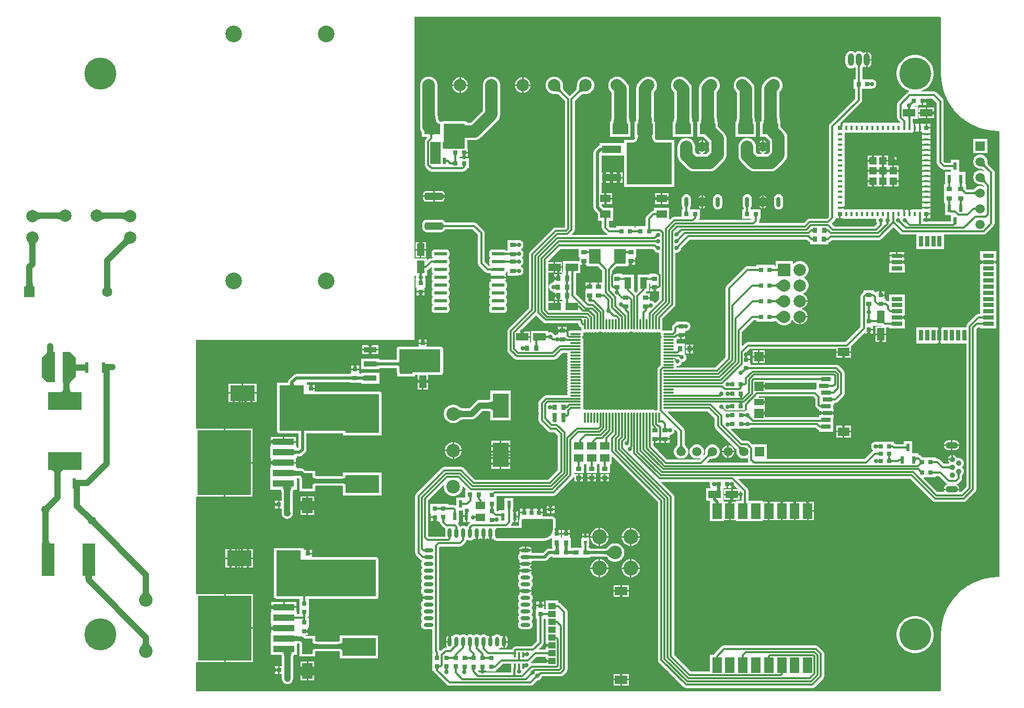
<source format=gtl>
G04*
G04 #@! TF.GenerationSoftware,Altium Limited,Altium Designer,21.8.1 (53)*
G04*
G04 Layer_Physical_Order=1*
G04 Layer_Color=255*
%FSLAX25Y25*%
%MOIN*%
G70*
G04*
G04 #@! TF.SameCoordinates,3454F2FE-2F19-4CCB-A9DF-A7C270953791*
G04*
G04*
G04 #@! TF.FilePolarity,Positive*
G04*
G01*
G75*
%ADD10C,0.00787*%
%ADD15C,0.01968*%
%ADD16C,0.01000*%
%ADD18C,0.01181*%
%ADD21R,0.04724X0.03937*%
%ADD22R,0.07874X0.05315*%
%ADD23R,0.07087X0.02756*%
%ADD24R,0.02756X0.07087*%
%ADD25R,0.08465X0.12795*%
%ADD26R,0.08465X0.03740*%
%ADD27R,0.03000X0.03000*%
%ADD28R,0.04724X0.07874*%
%ADD29R,0.07874X0.04724*%
%ADD30R,0.02756X0.03543*%
%ADD31R,0.03000X0.03000*%
G04:AMPARAMS|DCode=32|XSize=80.71mil|YSize=23.23mil|CornerRadius=2.9mil|HoleSize=0mil|Usage=FLASHONLY|Rotation=0.000|XOffset=0mil|YOffset=0mil|HoleType=Round|Shape=RoundedRectangle|*
%AMROUNDEDRECTD32*
21,1,0.08071,0.01742,0,0,0.0*
21,1,0.07490,0.02323,0,0,0.0*
1,1,0.00581,0.03745,-0.00871*
1,1,0.00581,-0.03745,-0.00871*
1,1,0.00581,-0.03745,0.00871*
1,1,0.00581,0.03745,0.00871*
%
%ADD32ROUNDEDRECTD32*%
%ADD33R,0.03543X0.02756*%
%ADD34R,0.03543X0.03150*%
%ADD35R,0.04331X0.07480*%
%ADD36R,0.03150X0.03150*%
%ADD37R,0.04724X0.04724*%
%ADD38R,0.03150X0.01575*%
%ADD39R,0.01575X0.03150*%
%ADD40R,0.02362X0.05118*%
%ADD41R,0.05906X0.05118*%
%ADD42R,0.03150X0.03543*%
%ADD43R,0.07480X0.09449*%
%ADD44O,0.01181X0.07087*%
%ADD45O,0.07087X0.01181*%
%ADD46R,0.05906X0.03150*%
%ADD47R,0.07480X0.05512*%
%ADD48R,0.05906X0.06299*%
%ADD49R,0.05906X0.05906*%
%ADD50R,0.05906X0.03937*%
%ADD51R,0.12008X0.04921*%
%ADD52R,0.28740X0.26772*%
%ADD53R,0.06500X0.05100*%
%ADD54R,0.09843X0.06693*%
%ADD55O,0.02559X0.06496*%
%ADD56R,0.03268X0.02480*%
%ADD57R,0.01965X0.01781*%
%ADD58R,0.01575X0.03347*%
%ADD59R,0.33858X0.41339*%
%ADD60R,0.13780X0.04331*%
%ADD61R,0.06693X0.09843*%
%ADD62R,0.21260X0.11417*%
%ADD63R,0.04724X0.19291*%
%ADD64R,0.02362X0.06693*%
%ADD65R,0.07874X0.20866*%
%ADD66R,0.02362X0.03937*%
%ADD67R,0.15748X0.09843*%
%ADD68R,0.09843X0.15748*%
G04:AMPARAMS|DCode=69|XSize=47.24mil|YSize=118.11mil|CornerRadius=11.81mil|HoleSize=0mil|Usage=FLASHONLY|Rotation=270.000|XOffset=0mil|YOffset=0mil|HoleType=Round|Shape=RoundedRectangle|*
%AMROUNDEDRECTD69*
21,1,0.04724,0.09449,0,0,270.0*
21,1,0.02362,0.11811,0,0,270.0*
1,1,0.02362,-0.04724,-0.01181*
1,1,0.02362,-0.04724,0.01181*
1,1,0.02362,0.04724,0.01181*
1,1,0.02362,0.04724,-0.01181*
%
%ADD69ROUNDEDRECTD69*%
%ADD70R,0.05906X0.09843*%
%ADD71O,0.02362X0.06299*%
%ADD72O,0.06299X0.02362*%
%ADD131R,0.06500X0.06500*%
%ADD132C,0.06500*%
%ADD133C,0.05300*%
%ADD137R,0.02362X0.02362*%
%ADD138C,0.03937*%
%ADD139C,0.07874*%
%ADD140C,0.01102*%
%ADD141C,0.02953*%
%ADD142R,0.26400X0.14800*%
%ADD143R,0.63500X0.23500*%
%ADD144R,0.13500X0.16000*%
%ADD145R,0.06500X0.14000*%
%ADD146C,0.03543*%
%ADD147O,0.07874X0.04331*%
%ADD148C,0.05906*%
%ADD149C,0.07874*%
%ADD150R,0.07874X0.07874*%
%ADD151O,0.03937X0.07874*%
%ADD152C,0.08661*%
%ADD153C,0.09449*%
%ADD154C,0.20472*%
%ADD155C,0.10630*%
%ADD156R,0.05906X0.05906*%
%ADD157C,0.02756*%
G36*
X684Y269951D02*
X878Y269813D01*
X1102Y269690D01*
X1354Y269585D01*
X1634Y269495D01*
X1943Y269422D01*
X2280Y269365D01*
X2647Y269324D01*
X3464Y269291D01*
X3351Y265354D01*
X2927Y265347D01*
X2164Y265286D01*
X1824Y265233D01*
X1513Y265165D01*
X1230Y265081D01*
X975Y264983D01*
X749Y264869D01*
X550Y264740D01*
X380Y264596D01*
X517Y270106D01*
X684Y269951D01*
D02*
G37*
G36*
X-25104Y264596D02*
X-25274Y264740D01*
X-25473Y264869D01*
X-25700Y264983D01*
X-25954Y265081D01*
X-26238Y265165D01*
X-26549Y265233D01*
X-26888Y265286D01*
X-27256Y265324D01*
X-28075Y265354D01*
X-28189Y269291D01*
X-27766Y269299D01*
X-27005Y269365D01*
X-26667Y269422D01*
X-26358Y269495D01*
X-26078Y269585D01*
X-25826Y269690D01*
X-25603Y269813D01*
X-25408Y269951D01*
X-25242Y270106D01*
X-25104Y264596D01*
D02*
G37*
G36*
X16215Y264540D02*
X16049Y264694D01*
X15854Y264833D01*
X15631Y264955D01*
X15379Y265061D01*
X15098Y265151D01*
X14789Y265224D01*
X14452Y265281D01*
X14086Y265322D01*
X13268Y265354D01*
X13382Y269291D01*
X13805Y269299D01*
X14569Y269360D01*
X14908Y269413D01*
X15219Y269481D01*
X15502Y269564D01*
X15757Y269663D01*
X15984Y269777D01*
X16182Y269906D01*
X16353Y270050D01*
X16215Y264540D01*
D02*
G37*
G36*
X-40395Y269906D02*
X-40196Y269777D01*
X-39970Y269663D01*
X-39715Y269564D01*
X-39432Y269481D01*
X-39120Y269413D01*
X-38781Y269360D01*
X-38414Y269322D01*
X-37594Y269291D01*
X-37480Y265354D01*
X-37903Y265346D01*
X-38664Y265281D01*
X-39002Y265224D01*
X-39311Y265151D01*
X-39591Y265061D01*
X-39843Y264955D01*
X-40066Y264833D01*
X-40261Y264694D01*
X-40427Y264540D01*
X-40565Y270050D01*
X-40395Y269906D01*
D02*
G37*
G36*
X19055Y249488D02*
X18830Y249475D01*
X18596Y249430D01*
X18354Y249355D01*
X18102Y249248D01*
X17842Y249110D01*
X17572Y248941D01*
X17294Y248740D01*
X17007Y248509D01*
X16405Y247952D01*
X13621Y250736D01*
X13915Y251041D01*
X14410Y251624D01*
X14610Y251903D01*
X14779Y252172D01*
X14917Y252433D01*
X15024Y252684D01*
X15100Y252927D01*
X15144Y253161D01*
X15158Y253386D01*
X19055Y249488D01*
D02*
G37*
G36*
X-40701Y250445D02*
X-40835Y250248D01*
X-40953Y250023D01*
X-41055Y249769D01*
X-41142Y249488D01*
X-41212Y249178D01*
X-41268Y248839D01*
X-41307Y248472D01*
X-41339Y247653D01*
X-45276D01*
X-45283Y248077D01*
X-45346Y248839D01*
X-45401Y249178D01*
X-45472Y249488D01*
X-45559Y249769D01*
X-45661Y250023D01*
X-45779Y250248D01*
X-45913Y250445D01*
X-46063Y250614D01*
X-40551D01*
X-40701Y250445D01*
D02*
G37*
G36*
X213154Y237028D02*
X213084Y237120D01*
X213001Y237201D01*
X212905Y237274D01*
X212798Y237336D01*
X212677Y237389D01*
X212545Y237433D01*
X212400Y237466D01*
X212242Y237490D01*
X212072Y237505D01*
X211890Y237509D01*
Y238690D01*
X212072Y238695D01*
X212242Y238710D01*
X212400Y238734D01*
X212545Y238768D01*
X212677Y238811D01*
X212798Y238864D01*
X212905Y238926D01*
X213001Y238999D01*
X213084Y239080D01*
X213154Y239172D01*
Y237028D01*
D02*
G37*
G36*
X206784Y235861D02*
X206817Y235776D01*
X206871Y235701D01*
X206948Y235636D01*
X207046Y235581D01*
X207166Y235536D01*
X207308Y235501D01*
X207472Y235475D01*
X207657Y235460D01*
X207865Y235455D01*
Y234274D01*
X207657Y234269D01*
X207472Y234254D01*
X207308Y234229D01*
X207166Y234194D01*
X207046Y234149D01*
X206948Y234094D01*
X206871Y234029D01*
X206817Y233953D01*
X206784Y233868D01*
X206773Y233773D01*
Y235957D01*
X206784Y235861D01*
D02*
G37*
G36*
X205393Y230730D02*
X205293Y230694D01*
X205204Y230635D01*
X205128Y230551D01*
X205063Y230444D01*
X205009Y230312D01*
X204968Y230157D01*
X204942Y230000D01*
X204948Y229959D01*
X204974Y229839D01*
X205007Y229726D01*
X205047Y229621D01*
X205095Y229522D01*
X205150Y229430D01*
X205212Y229345D01*
X205282Y229267D01*
X205144Y229126D01*
D01*
X204334Y228300D01*
D01*
D01*
D01*
X205144Y227474D01*
D01*
X205282Y227333D01*
X205212Y227255D01*
X205150Y227170D01*
X205095Y227078D01*
X205047Y226979D01*
X205007Y226874D01*
X204974Y226761D01*
X204948Y226641D01*
X204944Y226617D01*
X204968Y226474D01*
X205009Y226319D01*
X205063Y226187D01*
X205128Y226080D01*
X205204Y225996D01*
X205293Y225937D01*
X205393Y225901D01*
X205505Y225889D01*
X203143D01*
X203256Y225901D01*
X203356Y225937D01*
X203445Y225996D01*
X203521Y226080D01*
X203586Y226187D01*
X203639Y226319D01*
X203681Y226474D01*
X203702Y226602D01*
X203700Y226618D01*
X203673Y226736D01*
X203639Y226848D01*
X203597Y226953D01*
X203547Y227050D01*
X203490Y227140D01*
X203425Y227223D01*
X203353Y227299D01*
X203491Y227440D01*
D01*
X204317Y228283D01*
X204334Y228300D01*
X204317Y228317D01*
X203995Y228646D01*
X203491Y229160D01*
D01*
X203353Y229301D01*
X203425Y229377D01*
X203490Y229460D01*
X203547Y229550D01*
X203597Y229647D01*
X203639Y229752D01*
X203673Y229864D01*
X203700Y229982D01*
X203704Y230014D01*
X203681Y230157D01*
X203639Y230312D01*
X203586Y230444D01*
X203521Y230551D01*
X203445Y230635D01*
X203356Y230694D01*
X203256Y230730D01*
X203143Y230742D01*
X205505D01*
X205393Y230730D01*
D02*
G37*
G36*
X-43101Y225226D02*
X-43000Y223966D01*
X-42911Y223454D01*
X-42796Y223022D01*
X-42657Y222667D01*
X-42492Y222392D01*
X-42301Y222195D01*
X-42086Y222077D01*
X-41844Y222037D01*
X-48320D01*
X-48079Y222077D01*
X-47863Y222195D01*
X-47673Y222392D01*
X-47508Y222667D01*
X-47368Y223022D01*
X-47254Y223454D01*
X-47165Y223966D01*
X-47102Y224557D01*
X-47051Y225974D01*
X-43114D01*
X-43101Y225226D01*
D02*
G37*
G36*
X6499Y222968D02*
X6573Y221824D01*
X6606Y221619D01*
X6646Y221446D01*
X6692Y221305D01*
X6744Y221196D01*
X6803Y221120D01*
X2253D01*
X2311Y221196D01*
X2363Y221305D01*
X2409Y221446D01*
X2449Y221619D01*
X2482Y221824D01*
X2531Y222332D01*
X2556Y222968D01*
X2559Y223335D01*
X6496D01*
X6499Y222968D01*
D02*
G37*
G36*
X535577Y394331D02*
X535714Y394283D01*
X535836Y394206D01*
X535938Y394104D01*
X536015Y393981D01*
X536063Y393844D01*
X536092Y393588D01*
Y358268D01*
X536103Y358212D01*
X536095Y358155D01*
X536313Y354266D01*
X536342Y354156D01*
X536339Y354042D01*
X536991Y350202D01*
X537032Y350096D01*
X537041Y349983D01*
X538120Y346240D01*
X538172Y346139D01*
X538194Y346027D01*
X539684Y342428D01*
X539748Y342334D01*
X539782Y342226D01*
X541666Y338816D01*
X541740Y338729D01*
X541786Y338626D01*
X544040Y335449D01*
X544123Y335371D01*
X544180Y335273D01*
X546776Y332368D01*
X546867Y332300D01*
X546935Y332209D01*
X549840Y329614D01*
X549938Y329556D01*
X550016Y329473D01*
X553193Y327219D01*
X553297Y327173D01*
X553383Y327099D01*
X556792Y325215D01*
X556901Y325181D01*
X556995Y325117D01*
X560594Y323627D01*
X560706Y323604D01*
X560807Y323552D01*
X564550Y322474D01*
X564663Y322465D01*
X564769Y322424D01*
X568609Y321772D01*
X568723Y321775D01*
X568833Y321746D01*
X572666Y321531D01*
X572978Y321496D01*
X573115Y321448D01*
X573238Y321371D01*
X573340Y321269D01*
X573417Y321146D01*
X573464Y321010D01*
X573493Y320753D01*
Y37514D01*
X573464Y37258D01*
X573417Y37121D01*
X573340Y36999D01*
X573238Y36896D01*
X573115Y36819D01*
X572978Y36772D01*
X572666Y36737D01*
X568833Y36521D01*
X568723Y36493D01*
X568609Y36496D01*
X564769Y35844D01*
X564663Y35803D01*
X564549Y35793D01*
X560807Y34715D01*
X560706Y34663D01*
X560594Y34641D01*
X556995Y33150D01*
X556901Y33087D01*
X556792Y33052D01*
X553383Y31168D01*
X553297Y31095D01*
X553193Y31049D01*
X550016Y28794D01*
X549938Y28712D01*
X549840Y28654D01*
X546935Y26058D01*
X546867Y25968D01*
X546776Y25899D01*
X544180Y22995D01*
X544123Y22897D01*
X544040Y22819D01*
X541786Y19642D01*
X541740Y19538D01*
X541666Y19451D01*
X539782Y16042D01*
X539748Y15934D01*
X539684Y15839D01*
X538194Y12240D01*
X538172Y12129D01*
X538120Y12028D01*
X537041Y8285D01*
X537032Y8172D01*
X536991Y8066D01*
X536339Y4225D01*
X536342Y4112D01*
X536313Y4002D01*
X536095Y112D01*
X536103Y56D01*
X536092Y0D01*
Y-35321D01*
X536063Y-35577D01*
X536015Y-35713D01*
X535938Y-35836D01*
X535836Y-35939D01*
X535714Y-36015D01*
X535577Y-36063D01*
X535320Y-36092D01*
X61238D01*
Y-17828D01*
X61610Y-17520D01*
X61738Y-17520D01*
X79039D01*
Y4150D01*
Y25819D01*
X61738D01*
X61610Y25819D01*
X61238Y26127D01*
Y87612D01*
X61316Y88080D01*
X61738Y88080D01*
X78745D01*
Y109749D01*
Y131418D01*
X61738D01*
X61316Y131418D01*
X61238Y131886D01*
Y188100D01*
X200338D01*
Y228705D01*
X200486Y229143D01*
X201058Y229143D01*
X201363Y228747D01*
X201347Y228689D01*
Y227911D01*
X201406Y227692D01*
X201250Y227488D01*
X201250D01*
Y221338D01*
X201824D01*
Y219413D01*
X204324D01*
X206824D01*
Y221338D01*
X207399D01*
Y227488D01*
X207399D01*
X207207Y227739D01*
X207253Y227911D01*
Y228689D01*
X207237Y228747D01*
X207542Y229143D01*
X208360D01*
Y232755D01*
X208710Y232825D01*
X209426Y233304D01*
X211350Y235228D01*
X211739Y234909D01*
X211598Y234699D01*
X211453Y233971D01*
Y232229D01*
X211598Y231501D01*
X211995Y230907D01*
X212062Y230772D01*
Y230428D01*
X211995Y230293D01*
X211598Y229699D01*
X211453Y228971D01*
Y227229D01*
X211598Y226501D01*
X211995Y225907D01*
X212062Y225772D01*
Y225428D01*
X211995Y225293D01*
X211598Y224699D01*
X211453Y223971D01*
Y222229D01*
X211598Y221501D01*
X211995Y220907D01*
X212062Y220772D01*
Y220428D01*
X211995Y220293D01*
X211598Y219699D01*
X211453Y218971D01*
Y217229D01*
X211598Y216501D01*
X212010Y215884D01*
X212062Y215850D01*
Y215350D01*
X212010Y215316D01*
X211598Y214699D01*
X211453Y213971D01*
Y212229D01*
X211598Y211501D01*
X212010Y210884D01*
X212062Y210850D01*
Y210350D01*
X212010Y210316D01*
X211598Y209699D01*
X211453Y208971D01*
Y207229D01*
X211598Y206501D01*
X212010Y205884D01*
X212627Y205472D01*
X213355Y205327D01*
X220845D01*
X221573Y205472D01*
X222190Y205884D01*
X222602Y206501D01*
X222747Y207229D01*
Y208971D01*
X222602Y209699D01*
X222190Y210316D01*
X222139Y210350D01*
Y210850D01*
X222190Y210884D01*
X222602Y211501D01*
X222747Y212229D01*
Y213971D01*
X222602Y214699D01*
X222190Y215316D01*
X222139Y215350D01*
Y215850D01*
X222190Y215884D01*
X222602Y216501D01*
X222747Y217229D01*
Y218971D01*
X222602Y219699D01*
X222205Y220293D01*
X222139Y220428D01*
Y220772D01*
X222205Y220907D01*
X222602Y221501D01*
X222747Y222229D01*
Y223971D01*
X222602Y224699D01*
X222205Y225293D01*
X222139Y225428D01*
Y225772D01*
X222205Y225907D01*
X222602Y226501D01*
X222747Y227229D01*
Y228971D01*
X222602Y229699D01*
X222205Y230293D01*
X222139Y230428D01*
Y230772D01*
X222205Y230907D01*
X222602Y231501D01*
X222747Y232229D01*
Y233971D01*
X222602Y234699D01*
X222190Y235316D01*
X222139Y235350D01*
Y235850D01*
X222190Y235884D01*
X222602Y236501D01*
X222747Y237229D01*
Y238971D01*
X222602Y239699D01*
X222205Y240293D01*
X222139Y240428D01*
Y240772D01*
X222205Y240907D01*
X222602Y241501D01*
X222747Y242229D01*
Y243971D01*
X222602Y244699D01*
X222190Y245316D01*
X221573Y245728D01*
X220845Y245873D01*
X213355D01*
X212627Y245728D01*
X212010Y245316D01*
X211598Y244699D01*
X211453Y243971D01*
Y242229D01*
X211598Y241501D01*
X212010Y240884D01*
Y240792D01*
X211527Y240308D01*
X211100D01*
X210255Y240140D01*
X209539Y239661D01*
X208822Y238944D01*
X208360Y239135D01*
Y240167D01*
X200838D01*
X200486Y240167D01*
X200338Y240606D01*
Y394359D01*
X535320Y394359D01*
X535577Y394331D01*
D02*
G37*
G36*
X3202Y173006D02*
X3276Y172925D01*
X3399Y172853D01*
X3571Y172791D01*
X3793Y172738D01*
X4064Y172695D01*
X4383Y172661D01*
X5170Y172623D01*
X5638Y172618D01*
Y168681D01*
X5170Y168676D01*
X4064Y168604D01*
X3793Y168561D01*
X3571Y168509D01*
X3399Y168446D01*
X3276Y168374D01*
X3202Y168293D01*
X3178Y168202D01*
Y173098D01*
X3202Y173006D01*
D02*
G37*
G36*
X-29000Y161004D02*
X-33724D01*
X-37268Y164547D01*
Y176752D01*
X-33724Y180295D01*
X-29000D01*
Y161004D01*
D02*
G37*
G36*
X-15614Y176752D02*
Y172316D01*
X-15232Y172306D01*
Y168369D01*
X-15614Y168359D01*
Y164547D01*
X-19157Y161004D01*
X-19192D01*
X-19242Y160977D01*
X-19307Y160858D01*
X-19364Y160662D01*
X-19414Y160386D01*
X-19456Y160032D01*
X-19517Y159087D01*
X-19535Y158008D01*
X-19531Y157863D01*
X-19472Y157191D01*
X-19374Y156599D01*
X-19236Y156086D01*
X-19059Y155651D01*
X-18842Y155296D01*
X-18586Y155019D01*
X-18291Y154822D01*
X-17957Y154703D01*
X-17583Y154664D01*
X-25457D01*
X-25083Y154703D01*
X-24748Y154822D01*
X-24453Y155019D01*
X-24197Y155296D01*
X-23980Y155651D01*
X-23803Y156086D01*
X-23665Y156599D01*
X-23567Y157191D01*
X-23508Y157863D01*
X-23504Y158012D01*
X-23675Y160662D01*
X-23732Y160858D01*
X-23797Y160977D01*
X-23848Y161004D01*
X-23882D01*
Y180295D01*
X-19157D01*
X-15614Y176752D01*
D02*
G37*
G36*
X-23661Y105066D02*
X-23996Y104948D01*
X-24291Y104750D01*
X-24547Y104474D01*
X-24764Y104119D01*
X-24941Y103684D01*
X-25079Y103171D01*
X-25177Y102578D01*
X-25236Y101907D01*
X-25256Y101157D01*
X-29193D01*
X-29213Y101907D01*
X-29272Y102578D01*
X-29370Y103171D01*
X-29508Y103684D01*
X-29685Y104119D01*
X-29902Y104474D01*
X-30158Y104750D01*
X-30453Y104948D01*
X-30787Y105066D01*
X-31161Y105106D01*
X-23287D01*
X-23661Y105066D01*
D02*
G37*
G36*
X-32901Y61258D02*
X-32842Y60587D01*
X-32744Y59995D01*
X-32606Y59482D01*
X-32429Y59048D01*
X-32212Y58692D01*
X-31956Y58416D01*
X-31661Y58218D01*
X-31327Y58099D01*
X-30953Y58059D01*
X-37279Y58071D01*
X-37199Y58110D01*
X-37128Y58228D01*
X-37064Y58425D01*
X-37010Y58701D01*
X-36963Y59055D01*
X-36896Y60000D01*
X-36858Y62008D01*
X-32921D01*
X-32901Y61258D01*
D02*
G37*
G36*
X-4913Y37203D02*
X-5016Y37126D01*
X-5106Y36997D01*
X-5185Y36817D01*
X-5251Y36586D01*
X-5305Y36303D01*
X-5347Y35969D01*
X-5395Y35146D01*
X-5401Y34657D01*
X-9339D01*
X-9345Y35146D01*
X-9435Y36303D01*
X-9489Y36586D01*
X-9556Y36817D01*
X-9634Y36997D01*
X-9724Y37126D01*
X-9827Y37203D01*
X-9941Y37229D01*
X-4799D01*
X-4913Y37203D01*
D02*
G37*
G36*
X31098Y28052D02*
X31183Y27226D01*
X31258Y26851D01*
X31353Y26502D01*
X31470Y26178D01*
X31609Y25880D01*
X31768Y25608D01*
X31949Y25361D01*
X32151Y25140D01*
X26088D01*
X26290Y25361D01*
X26470Y25608D01*
X26630Y25880D01*
X26768Y26178D01*
X26885Y26502D01*
X26981Y26851D01*
X27055Y27226D01*
X27108Y27626D01*
X27140Y28052D01*
X27151Y28503D01*
X31088D01*
X31098Y28052D01*
D02*
G37*
G36*
Y-4468D02*
X31183Y-5294D01*
X31258Y-5669D01*
X31353Y-6018D01*
X31470Y-6341D01*
X31609Y-6639D01*
X31768Y-6912D01*
X31949Y-7158D01*
X32151Y-7380D01*
X26088D01*
X26290Y-7158D01*
X26470Y-6912D01*
X26630Y-6639D01*
X26768Y-6341D01*
X26885Y-6018D01*
X26981Y-5669D01*
X27055Y-5294D01*
X27108Y-4894D01*
X27140Y-4468D01*
X27151Y-4016D01*
X31088D01*
X31098Y-4468D01*
D02*
G37*
%LPC*%
G36*
X204334Y228300D02*
D01*
D01*
D01*
D01*
D02*
G37*
G36*
X483838Y372525D02*
X482913Y372403D01*
X482051Y372046D01*
X481338Y371499D01*
X480625Y372046D01*
X479763Y372403D01*
X478838Y372525D01*
X477913Y372403D01*
X477051Y372046D01*
X476311Y371478D01*
X475743Y370738D01*
X475386Y369876D01*
X475264Y368951D01*
Y365014D01*
X475386Y364089D01*
X475743Y363227D01*
X476311Y362487D01*
X477051Y361919D01*
X477913Y361562D01*
X478838Y361440D01*
X479763Y361562D01*
X480625Y361919D01*
X481176Y362342D01*
X481186Y362339D01*
X481630Y362060D01*
Y354625D01*
X480613D01*
Y348475D01*
X481480D01*
Y342203D01*
X465339Y326061D01*
X464860Y325345D01*
X464692Y324500D01*
Y266915D01*
X463304Y265526D01*
X452322D01*
X451478Y265358D01*
X450761Y264879D01*
X448627Y262745D01*
X420196D01*
X419960Y263186D01*
X420141Y263457D01*
X420309Y264301D01*
Y265364D01*
X421176D01*
Y271514D01*
X414809D01*
Y272206D01*
X414821Y272293D01*
X414837Y272370D01*
X414856Y272437D01*
X414877Y272497D01*
X414899Y272551D01*
X414924Y272599D01*
X414952Y272645D01*
X415017Y272736D01*
X415048Y272806D01*
X415095Y272867D01*
X415138Y272972D01*
X415192Y273052D01*
X415211Y273147D01*
X415382Y273561D01*
X415480Y274306D01*
Y278243D01*
X415382Y278988D01*
X415095Y279683D01*
X414637Y280279D01*
X414041Y280736D01*
X413346Y281024D01*
X412601Y281122D01*
X411856Y281024D01*
X411162Y280736D01*
X410566Y280279D01*
X410108Y279683D01*
X409821Y278988D01*
X409722Y278243D01*
Y274306D01*
X409821Y273561D01*
X409992Y273147D01*
X410011Y273052D01*
X410065Y272972D01*
X410108Y272867D01*
X410154Y272806D01*
X410186Y272736D01*
X410251Y272645D01*
X410279Y272599D01*
X410303Y272551D01*
X410326Y272497D01*
X410347Y272438D01*
X410366Y272370D01*
X410381Y272293D01*
X410394Y272206D01*
Y271514D01*
X409527D01*
Y265364D01*
X414898D01*
X415164Y264864D01*
X415063Y264714D01*
X381976D01*
X381653Y265213D01*
X381658Y265224D01*
X381827Y265364D01*
X382376D01*
Y271514D01*
X376009D01*
Y272206D01*
X376021Y272293D01*
X376037Y272370D01*
X376056Y272437D01*
X376077Y272497D01*
X376099Y272551D01*
X376124Y272599D01*
X376152Y272645D01*
X376217Y272736D01*
X376248Y272806D01*
X376295Y272867D01*
X376338Y272972D01*
X376392Y273052D01*
X376411Y273147D01*
X376582Y273561D01*
X376680Y274306D01*
Y278243D01*
X376582Y278988D01*
X376295Y279683D01*
X375837Y280279D01*
X375241Y280736D01*
X374547Y281024D01*
X373801Y281122D01*
X373056Y281024D01*
X372362Y280736D01*
X371766Y280279D01*
X371308Y279683D01*
X371021Y278988D01*
X370922Y278243D01*
Y274306D01*
X371021Y273561D01*
X371192Y273147D01*
X371211Y273052D01*
X371265Y272972D01*
X371308Y272867D01*
X371354Y272806D01*
X371386Y272736D01*
X371451Y272645D01*
X371479Y272599D01*
X371503Y272551D01*
X371526Y272497D01*
X371547Y272438D01*
X371566Y272370D01*
X371581Y272293D01*
X371594Y272206D01*
Y271514D01*
X370727D01*
Y266682D01*
X366074D01*
X365229Y266514D01*
X364513Y266035D01*
X363338Y264860D01*
X362876Y265052D01*
Y272527D01*
X353227D01*
Y270610D01*
X352890D01*
X352046Y270442D01*
X351329Y269963D01*
X348512Y267145D01*
X348033Y266429D01*
X347865Y265584D01*
Y260671D01*
X341498D01*
Y259804D01*
X340926D01*
Y260672D01*
X329277D01*
Y259805D01*
X325405D01*
X324359Y260851D01*
Y264277D01*
X326976D01*
Y272527D01*
X321792D01*
X321697Y272546D01*
X321602Y272527D01*
X321132D01*
X321020Y272605D01*
X320394Y273134D01*
X320029Y273487D01*
X319995Y273509D01*
X319711Y273793D01*
Y274852D01*
X321556D01*
X321556Y274871D01*
X321182Y274876D01*
X321254Y274952D01*
X321319Y275035D01*
X321375Y275126D01*
X321425Y275223D01*
X321466Y275328D01*
X321483Y275384D01*
X321466Y275447D01*
X321413Y275578D01*
X321348Y275685D01*
X321271Y275769D01*
X321183Y275829D01*
X321082Y275864D01*
X320970Y275876D01*
X321559D01*
X321561Y275960D01*
X321651Y275959D01*
Y278402D01*
Y280859D01*
X321561Y280860D01*
X321559Y280940D01*
X320970D01*
X321082Y280952D01*
X321183Y280987D01*
X321271Y281047D01*
X321348Y281129D01*
X321413Y281236D01*
X321466Y281365D01*
X321485Y281436D01*
X321468Y281493D01*
X321428Y281599D01*
X321380Y281697D01*
X321324Y281789D01*
X321262Y281873D01*
X321192Y281951D01*
X321556Y281947D01*
X321556Y281952D01*
X319711D01*
Y288345D01*
X320546D01*
X320545Y288438D01*
X320491Y289185D01*
X320471Y289266D01*
X320448Y289323D01*
X320422Y289358D01*
X320393Y289369D01*
X322669D01*
X322640Y289358D01*
X322613Y289323D01*
X322590Y289266D01*
X322570Y289185D01*
X322553Y289082D01*
X322540Y288955D01*
X322517Y288438D01*
X322516Y288345D01*
X325046D01*
X325045Y288438D01*
X324991Y289185D01*
X324971Y289266D01*
X324948Y289323D01*
X324922Y289358D01*
X324893Y289369D01*
X325509D01*
Y291806D01*
X326009D01*
D01*
X325509D01*
Y294243D01*
X324900D01*
X324928Y294254D01*
X324953Y294288D01*
X324975Y294345D01*
X324994Y294426D01*
X325010Y294528D01*
X325033Y294803D01*
X325045Y295168D01*
X325046Y295267D01*
X322516D01*
X322516Y295168D01*
X322568Y294426D01*
X322587Y294345D01*
X322609Y294288D01*
X322634Y294254D01*
X322662Y294243D01*
X320400D01*
X320428Y294254D01*
X320453Y294288D01*
X320475Y294345D01*
X320494Y294426D01*
X320510Y294528D01*
X320533Y294803D01*
X320545Y295168D01*
X320546Y295267D01*
X319711D01*
Y305802D01*
X333580D01*
X333588Y305802D01*
X334080Y305783D01*
Y285861D01*
X365970D01*
Y315782D01*
X355428D01*
X354887Y315839D01*
X354586Y315946D01*
X354319Y316124D01*
X354046Y316419D01*
X353763Y316881D01*
X353622Y317228D01*
X353901Y317728D01*
X353901D01*
Y319220D01*
X353919Y319315D01*
X353918Y319323D01*
X353919Y319332D01*
X353901Y319421D01*
Y325878D01*
X353919Y325968D01*
X353918Y325976D01*
X353919Y325984D01*
X353901Y326079D01*
Y327571D01*
X353279D01*
X352964Y332310D01*
Y346289D01*
X353462Y346786D01*
X353683Y347076D01*
X353941Y347333D01*
X354123Y347649D01*
X354345Y347938D01*
X354484Y348275D01*
X354667Y348590D01*
X354761Y348942D01*
X354900Y349279D01*
X354948Y349640D01*
X355042Y349992D01*
Y350356D01*
X355090Y350718D01*
X355042Y351079D01*
Y351443D01*
X354948Y351795D01*
X354900Y352156D01*
X354761Y352493D01*
X354667Y352845D01*
X354484Y353161D01*
X354345Y353497D01*
X354123Y353786D01*
X353941Y354102D01*
X353683Y354360D01*
X353462Y354649D01*
X353172Y354871D01*
X352915Y355128D01*
X352599Y355310D01*
X352310Y355532D01*
X351973Y355672D01*
X351658Y355854D01*
X351306Y355948D01*
X350969Y356087D01*
X350608Y356135D01*
X350256Y356229D01*
X349892D01*
X349530Y356277D01*
X349169Y356229D01*
X348805D01*
X348453Y356135D01*
X348092Y356087D01*
X347755Y355948D01*
X347403Y355854D01*
X347087Y355672D01*
X346751Y355532D01*
X346462Y355310D01*
X346146Y355128D01*
X345888Y354871D01*
X345599Y354649D01*
X343473Y352523D01*
X342590Y351371D01*
X342035Y350030D01*
X341845Y348592D01*
Y333109D01*
X341776Y329926D01*
X341629Y328138D01*
X341543Y327571D01*
X340908D01*
Y326079D01*
X340890Y325984D01*
X340891Y325976D01*
X340890Y325968D01*
X340908Y325878D01*
Y319421D01*
X340890Y319332D01*
X340891Y319323D01*
X340890Y319315D01*
X340908Y319220D01*
Y317728D01*
X340908D01*
X341187Y317228D01*
X341045Y316881D01*
X340763Y316419D01*
X340489Y316124D01*
X340223Y315946D01*
X339922Y315839D01*
X339381Y315782D01*
X334080D01*
Y313892D01*
X333588Y313873D01*
X333580Y313873D01*
X318430D01*
Y312281D01*
X317927Y312073D01*
X317521Y311762D01*
X317392Y311663D01*
X317392Y311663D01*
X317392Y311663D01*
X315305Y309575D01*
X315032Y309219D01*
X314895Y309040D01*
X314895Y309040D01*
X314894Y309040D01*
X314752Y308695D01*
X314637Y308418D01*
X314637Y308418D01*
X314637Y308418D01*
X314605Y308180D01*
X314549Y307750D01*
Y272724D01*
X314637Y272056D01*
X314749Y271785D01*
X314894Y271433D01*
X315305Y270899D01*
X316327Y269876D01*
X316345Y269848D01*
X317028Y269111D01*
X317236Y268852D01*
X317327Y268722D01*
Y268251D01*
X317308Y268156D01*
X317327Y268061D01*
Y264277D01*
X319944D01*
Y259936D01*
X320112Y259091D01*
X320590Y258375D01*
X322929Y256036D01*
X323318Y255776D01*
X323166Y255276D01*
X301071D01*
X300880Y255738D01*
X302061Y256920D01*
X302540Y257636D01*
X302708Y258481D01*
Y340778D01*
X306698Y344768D01*
X306753Y344803D01*
X306885Y344866D01*
X307080Y344936D01*
X307337Y345004D01*
X307655Y345065D01*
X308012Y345113D01*
X308955Y345172D01*
X309495Y345175D01*
X309644Y345206D01*
X310250D01*
X311652Y345581D01*
X312909Y346307D01*
X313935Y347333D01*
X314661Y348590D01*
X315037Y349992D01*
Y351443D01*
X314661Y352845D01*
X313935Y354102D01*
X312909Y355128D01*
X311652Y355854D01*
X310250Y356229D01*
X308799D01*
X307397Y355854D01*
X306140Y355128D01*
X305114Y354102D01*
X304389Y352845D01*
X304013Y351443D01*
Y350837D01*
X303982Y350688D01*
X303979Y350148D01*
X303920Y349204D01*
X303873Y348847D01*
X303811Y348530D01*
X303743Y348273D01*
X303673Y348078D01*
X303611Y347946D01*
X303575Y347890D01*
X299525Y343840D01*
X295474Y347890D01*
X295439Y347946D01*
X295376Y348078D01*
X295307Y348273D01*
X295238Y348530D01*
X295177Y348847D01*
X295129Y349204D01*
X295071Y350148D01*
X295067Y350688D01*
X295037Y350837D01*
Y351443D01*
X294661Y352845D01*
X293935Y354102D01*
X292909Y355128D01*
X291652Y355854D01*
X290250Y356229D01*
X288799D01*
X287397Y355854D01*
X286140Y355128D01*
X285114Y354102D01*
X284389Y352845D01*
X284013Y351443D01*
Y349992D01*
X284389Y348590D01*
X285114Y347333D01*
X286140Y346307D01*
X287397Y345581D01*
X288799Y345206D01*
X289405D01*
X289554Y345175D01*
X290095Y345172D01*
X291038Y345113D01*
X291395Y345065D01*
X291712Y345004D01*
X291969Y344936D01*
X292165Y344866D01*
X292296Y344803D01*
X292352Y344768D01*
X296324Y340796D01*
Y260211D01*
X296086Y259973D01*
X290618D01*
X289773Y259805D01*
X289056Y259326D01*
X274003Y244272D01*
X273524Y243556D01*
X273356Y242711D01*
Y208337D01*
X260318Y195299D01*
X259839Y194583D01*
X259671Y193738D01*
Y181537D01*
X259839Y180693D01*
X260318Y179976D01*
X264126Y176168D01*
X264842Y175689D01*
X265687Y175521D01*
X289413D01*
X290258Y175689D01*
X290974Y176168D01*
X294727Y179921D01*
X297901D01*
X298021Y179316D01*
X298114Y179176D01*
X298021Y179037D01*
X297853Y178192D01*
X298021Y177347D01*
X298114Y177208D01*
X298021Y177068D01*
X297853Y176224D01*
X298021Y175379D01*
X298114Y175239D01*
X298021Y175100D01*
X297853Y174255D01*
X298021Y173410D01*
X298114Y173271D01*
X298021Y173131D01*
X297853Y172286D01*
X298021Y171442D01*
X298114Y171302D01*
X298021Y171163D01*
X297853Y170318D01*
X298021Y169473D01*
X298114Y169334D01*
X298021Y169194D01*
X297853Y168350D01*
X298021Y167505D01*
X298114Y167365D01*
X298021Y167226D01*
X297853Y166381D01*
X298021Y165536D01*
X298114Y165397D01*
X298021Y165257D01*
X297853Y164412D01*
X298021Y163568D01*
X298114Y163428D01*
X298021Y163289D01*
X297853Y162444D01*
X298021Y161599D01*
X298114Y161460D01*
X298021Y161320D01*
X297853Y160476D01*
X298021Y159631D01*
X298114Y159491D01*
X298021Y159352D01*
X297853Y158507D01*
X298021Y157662D01*
X298114Y157523D01*
X298021Y157383D01*
X297853Y156538D01*
X298021Y155694D01*
X298114Y155554D01*
X298021Y155415D01*
X297853Y154570D01*
X298021Y153725D01*
X298114Y153586D01*
X298021Y153446D01*
X297901Y152841D01*
X284533D01*
X283688Y152673D01*
X282972Y152194D01*
X280139Y149361D01*
X279660Y148645D01*
X279492Y147800D01*
Y136900D01*
X279660Y136055D01*
X280139Y135339D01*
X285539Y129939D01*
X286255Y129460D01*
X287100Y129292D01*
X289787D01*
X291792Y127287D01*
Y105015D01*
X285741Y98963D01*
X239115D01*
X234283Y103795D01*
X234283Y103795D01*
X231730Y106348D01*
X231013Y106826D01*
X230169Y106994D01*
X219507D01*
X218662Y106826D01*
X217946Y106348D01*
X201477Y89878D01*
X200998Y89162D01*
X200830Y88317D01*
Y52250D01*
X200998Y51405D01*
X201477Y50688D01*
X204146Y48019D01*
X204862Y47541D01*
X204992Y47515D01*
X205200Y46964D01*
X204951Y46639D01*
X204673Y45969D01*
X204579Y45250D01*
X204673Y44530D01*
X204951Y43860D01*
X205393Y43284D01*
Y42884D01*
X204951Y42309D01*
X204673Y41638D01*
X204579Y40919D01*
X204673Y40199D01*
X204951Y39529D01*
X205393Y38953D01*
Y38554D01*
X204951Y37978D01*
X204673Y37308D01*
X204579Y36588D01*
X204673Y35869D01*
X204951Y35198D01*
X205393Y34623D01*
Y34223D01*
X204951Y33647D01*
X204673Y32977D01*
X204579Y32257D01*
X204673Y31538D01*
X204951Y30868D01*
X205393Y30292D01*
Y29892D01*
X204951Y29317D01*
X204673Y28646D01*
X204579Y27927D01*
X204673Y27207D01*
X204951Y26537D01*
X205393Y25961D01*
X205709Y25719D01*
X205784Y25181D01*
X205738Y25097D01*
X205304Y24447D01*
X205252Y24188D01*
X205361Y24190D01*
X205742Y24224D01*
X205797Y24234D01*
X205801Y24565D01*
X205877Y24493D01*
X205960Y24429D01*
X206050Y24372D01*
X206148Y24323D01*
X206162Y24317D01*
X206241Y24341D01*
X206387Y24397D01*
X206524Y24462D01*
X206651Y24535D01*
X206769Y24617D01*
Y24190D01*
X206885Y24186D01*
X206883Y24096D01*
X209327D01*
Y23096D01*
X206870D01*
X206869Y23005D01*
X206769Y23003D01*
Y22575D01*
X206651Y22657D01*
X206524Y22730D01*
X206387Y22795D01*
X206241Y22851D01*
X206148Y22879D01*
X206130Y22873D01*
X206032Y22825D01*
X205940Y22769D01*
X205855Y22706D01*
X205778Y22636D01*
X205782Y22961D01*
X205742Y22968D01*
X205557Y22989D01*
X205253Y23002D01*
X205304Y22745D01*
X205738Y22095D01*
X205784Y22011D01*
X205709Y21474D01*
X205393Y21231D01*
X204951Y20655D01*
X204673Y19985D01*
X204579Y19265D01*
X204673Y18546D01*
X204951Y17876D01*
X205393Y17300D01*
Y16900D01*
X204951Y16324D01*
X204673Y15654D01*
X204579Y14935D01*
X204673Y14215D01*
X204951Y13545D01*
X205393Y12969D01*
Y12570D01*
X204951Y11994D01*
X204673Y11323D01*
X204579Y10604D01*
X204673Y9885D01*
X204951Y9214D01*
X205393Y8638D01*
Y8239D01*
X204951Y7663D01*
X204673Y6993D01*
X204579Y6273D01*
X204673Y5554D01*
X204951Y4883D01*
X205393Y4308D01*
X205968Y3866D01*
X206639Y3588D01*
X207358Y3494D01*
X211295D01*
X211454Y3514D01*
X211830Y3185D01*
Y-10450D01*
X211977Y-11188D01*
X211858Y-11688D01*
X211858D01*
Y-17837D01*
Y-23337D01*
X212843D01*
X212893Y-23590D01*
X213372Y-24306D01*
X221089Y-32023D01*
X221805Y-32502D01*
X222650Y-32670D01*
X274520D01*
X275365Y-32502D01*
X276081Y-32023D01*
X278852Y-29252D01*
X278855Y-29252D01*
X279072D01*
X279823Y-29050D01*
X280496Y-28662D01*
X281046Y-28112D01*
X281435Y-27439D01*
X281518Y-27126D01*
X281576Y-27007D01*
X281576Y-27006D01*
X281576Y-27006D01*
X281586Y-26984D01*
X281590Y-26969D01*
X281630Y-26904D01*
X281632Y-26902D01*
X281652Y-26878D01*
X281904Y-26627D01*
X293753D01*
X294598Y-26459D01*
X295314Y-25980D01*
X297430Y-23864D01*
X297909Y-23148D01*
X298077Y-22303D01*
Y14518D01*
X297909Y15363D01*
X297430Y16079D01*
X293782Y19728D01*
X293066Y20207D01*
X292221Y20375D01*
X292075D01*
Y21710D01*
X284201D01*
Y16419D01*
X283807Y16163D01*
X283232D01*
Y18088D01*
X280732D01*
X278232D01*
Y16163D01*
X277658D01*
Y10013D01*
X278525D01*
Y-4248D01*
X275318Y-7454D01*
X265173D01*
X264769Y-7535D01*
X264328Y-7622D01*
X264328Y-7622D01*
X264328Y-7622D01*
X263975Y-7858D01*
X263612Y-8101D01*
X263012Y-8700D01*
X263012Y-8700D01*
X263012Y-8700D01*
X262765Y-9070D01*
X262534Y-9416D01*
X262534Y-9416D01*
X262533Y-9416D01*
X262522Y-9474D01*
X262211D01*
Y-9628D01*
X254233D01*
X254134Y-9128D01*
X254614Y-8929D01*
X255190Y-8488D01*
X255433Y-8171D01*
X255970Y-8096D01*
X256054Y-8143D01*
X256704Y-8577D01*
X257055Y-8647D01*
Y-4554D01*
Y-2097D01*
X256965Y-2096D01*
X256962Y-1995D01*
X256534D01*
X256616Y-1878D01*
X256689Y-1751D01*
X256754Y-1614D01*
X256810Y-1467D01*
X256838Y-1375D01*
X256832Y-1357D01*
X256784Y-1259D01*
X256728Y-1167D01*
X256665Y-1082D01*
X256595Y-1005D01*
X256920Y-1008D01*
X256927Y-969D01*
X256948Y-783D01*
X256961Y-479D01*
X256704Y-531D01*
X256054Y-965D01*
X255970Y-1011D01*
X255433Y-936D01*
X255190Y-620D01*
X254614Y-178D01*
X253944Y100D01*
X253224Y195D01*
X252505Y100D01*
X251835Y-178D01*
X251259Y-620D01*
X251016Y-936D01*
X250479Y-1011D01*
X250395Y-965D01*
X249745Y-531D01*
X249485Y-479D01*
X249488Y-588D01*
X249522Y-969D01*
X249532Y-1023D01*
X249863Y-1027D01*
X249791Y-1103D01*
X249727Y-1187D01*
X249670Y-1277D01*
X249621Y-1375D01*
X249615Y-1389D01*
X249639Y-1467D01*
X249695Y-1614D01*
X249760Y-1751D01*
X249833Y-1878D01*
X249915Y-1995D01*
X249487D01*
X249484Y-2111D01*
X249394Y-2110D01*
Y-4554D01*
X248394D01*
Y-2097D01*
X248303Y-2096D01*
X248301Y-1995D01*
X247873D01*
X247955Y-1878D01*
X248028Y-1751D01*
X248093Y-1614D01*
X248149Y-1467D01*
X248177Y-1375D01*
X248170Y-1357D01*
X248122Y-1259D01*
X248067Y-1167D01*
X248004Y-1082D01*
X247934Y-1005D01*
X248259Y-1008D01*
X248265Y-969D01*
X248287Y-783D01*
X248300Y-479D01*
X248043Y-531D01*
X247393Y-965D01*
X247308Y-1011D01*
X246771Y-936D01*
X246529Y-620D01*
X245953Y-178D01*
X245282Y100D01*
X244563Y195D01*
X243844Y100D01*
X243173Y-178D01*
X242743Y-508D01*
X242398Y-579D01*
X242053Y-508D01*
X241622Y-178D01*
X240952Y100D01*
X240232Y195D01*
X239513Y100D01*
X238843Y-178D01*
X238267Y-620D01*
X237867D01*
X237291Y-178D01*
X236621Y100D01*
X235902Y195D01*
X235182Y100D01*
X234512Y-178D01*
X234081Y-508D01*
X233736Y-579D01*
X233391Y-508D01*
X232961Y-178D01*
X232290Y100D01*
X231571Y195D01*
X230852Y100D01*
X230181Y-178D01*
X229606Y-620D01*
X229206D01*
X228630Y-178D01*
X227960Y100D01*
X227240Y195D01*
X226521Y100D01*
X225850Y-178D01*
X225275Y-620D01*
X225032Y-936D01*
X224495Y-1011D01*
X224410Y-965D01*
X223761Y-531D01*
X223501Y-479D01*
X223503Y-588D01*
X223538Y-969D01*
X223547Y-1023D01*
X223879Y-1027D01*
X223807Y-1103D01*
X223742Y-1187D01*
X223686Y-1277D01*
X223636Y-1375D01*
X223631Y-1389D01*
X223655Y-1467D01*
X223711Y-1614D01*
X223775Y-1751D01*
X223849Y-1878D01*
X223931Y-1995D01*
X223503D01*
X223500Y-2111D01*
X223410Y-2110D01*
Y-4554D01*
X222910D01*
Y-5054D01*
X220686D01*
Y-6522D01*
X220855Y-7373D01*
X221101Y-7742D01*
X220834Y-8242D01*
X220290D01*
X219445Y-8410D01*
X218729Y-8889D01*
X217389Y-10228D01*
X216747Y-10163D01*
X216494Y-9784D01*
X216246Y-9536D01*
Y55735D01*
X216752Y56242D01*
X229438D01*
X230283Y56410D01*
X230999Y56888D01*
X233132Y59022D01*
X233611Y59738D01*
X233729Y60332D01*
X234239Y60553D01*
X234266Y60551D01*
X234512Y60362D01*
X235182Y60084D01*
X235902Y59990D01*
X236621Y60084D01*
X237291Y60362D01*
X237867Y60804D01*
X238110Y61120D01*
X238647Y61195D01*
X238732Y61149D01*
X239381Y60715D01*
X239624Y60667D01*
X239621Y60787D01*
X239588Y61169D01*
X239585Y61191D01*
X239247Y61195D01*
X239319Y61271D01*
X239383Y61355D01*
X239440Y61445D01*
X239489Y61543D01*
X239503Y61576D01*
X239476Y61664D01*
X239423Y61809D01*
X239360Y61943D01*
X239290Y62067D01*
X239211Y62180D01*
X239623D01*
X239626Y62279D01*
X239732Y62278D01*
Y64738D01*
X240732D01*
Y62265D01*
X240807Y62264D01*
X240809Y62180D01*
X241254D01*
X241169Y62059D01*
X241093Y61929D01*
X241026Y61789D01*
X240968Y61641D01*
X240935Y61537D01*
X240940Y61525D01*
X240988Y61427D01*
X241043Y61335D01*
X241106Y61250D01*
X241176Y61173D01*
X240853Y61176D01*
X240847Y61142D01*
X240825Y60957D01*
X240811Y60661D01*
X241083Y60715D01*
X241805Y61197D01*
X242097Y61634D01*
X242698D01*
X242990Y61197D01*
X243712Y60715D01*
X243971Y60663D01*
X243969Y60772D01*
X243935Y61153D01*
X243925Y61208D01*
X243594Y61212D01*
X243666Y61288D01*
X243730Y61371D01*
X243787Y61461D01*
X243836Y61559D01*
X243842Y61573D01*
X243818Y61652D01*
X243762Y61798D01*
X243697Y61935D01*
X243624Y62062D01*
X243542Y62180D01*
X243969D01*
X243972Y62296D01*
X244063Y62294D01*
Y64738D01*
X245063D01*
Y62281D01*
X245153Y62280D01*
X245156Y62180D01*
X245584D01*
X245502Y62062D01*
X245429Y61935D01*
X245364Y61798D01*
X245308Y61652D01*
X245280Y61559D01*
X245286Y61541D01*
X245335Y61443D01*
X245390Y61351D01*
X245453Y61266D01*
X245523Y61189D01*
X245198Y61193D01*
X245191Y61153D01*
X245170Y60968D01*
X245157Y60664D01*
X245414Y60715D01*
X246135Y61197D01*
X246428Y61634D01*
X247029D01*
X247321Y61197D01*
X248043Y60715D01*
X248302Y60663D01*
X248300Y60772D01*
X248265Y61153D01*
X248256Y61208D01*
X247925Y61212D01*
X247997Y61288D01*
X248061Y61371D01*
X248118Y61461D01*
X248167Y61559D01*
X248173Y61573D01*
X248149Y61652D01*
X248093Y61798D01*
X248028Y61935D01*
X247955Y62062D01*
X247873Y62180D01*
X248300D01*
X248303Y62296D01*
X248394Y62294D01*
Y64738D01*
X249394D01*
Y62281D01*
X249484Y62280D01*
X249487Y62180D01*
X249915D01*
X249833Y62062D01*
X249760Y61935D01*
X249695Y61798D01*
X249639Y61652D01*
X249611Y61559D01*
X249617Y61541D01*
X249665Y61443D01*
X249721Y61351D01*
X249783Y61266D01*
X249854Y61189D01*
X249529Y61193D01*
X249522Y61153D01*
X249501Y60968D01*
X249488Y60664D01*
X249745Y60715D01*
X250466Y61197D01*
X250938Y61003D01*
X251049Y60836D01*
X251049Y60836D01*
X251330Y60555D01*
X251851Y60207D01*
X252219Y60054D01*
X252833Y59932D01*
X283063D01*
X283218Y59963D01*
X283376D01*
X284612Y60209D01*
X284758Y60269D01*
X284914Y60300D01*
X286078Y60783D01*
X286210Y60871D01*
X286356Y60931D01*
X287404Y61632D01*
X287516Y61743D01*
X287647Y61831D01*
X287658Y61841D01*
X288158Y61634D01*
Y57440D01*
X288139Y57345D01*
X288158Y57250D01*
Y55758D01*
X288158D01*
X288396Y55431D01*
X288320Y54935D01*
X288003Y54931D01*
X287963Y54922D01*
X286136D01*
X285468Y54834D01*
X284845Y54576D01*
X284311Y54166D01*
X282306Y52161D01*
X275768D01*
X275727Y52170D01*
X275171Y52175D01*
X274973Y52437D01*
X274908Y52682D01*
X275161Y53060D01*
X275231Y53411D01*
X271138D01*
X268681D01*
X268680Y53320D01*
X268580Y53318D01*
Y52890D01*
X268462Y52972D01*
X268335Y53045D01*
X268198Y53110D01*
X268052Y53166D01*
X267959Y53194D01*
X267941Y53188D01*
X267843Y53140D01*
X267751Y53084D01*
X267667Y53021D01*
X267589Y52951D01*
X267593Y53276D01*
X267553Y53283D01*
X267368Y53304D01*
X267064Y53317D01*
X267115Y53060D01*
X267549Y52410D01*
X267595Y52326D01*
X267520Y51788D01*
X267204Y51546D01*
X266762Y50970D01*
X266484Y50300D01*
X266390Y49580D01*
X266484Y48861D01*
X266762Y48190D01*
X267204Y47615D01*
X267520Y47372D01*
X267595Y46835D01*
X267549Y46750D01*
X267115Y46101D01*
X267063Y45841D01*
X267172Y45843D01*
X267553Y45878D01*
X267608Y45887D01*
X267612Y46219D01*
X267688Y46147D01*
X267771Y46082D01*
X267861Y46026D01*
X267959Y45976D01*
X267973Y45971D01*
X268052Y45995D01*
X268198Y46051D01*
X268335Y46115D01*
X268462Y46189D01*
X268580Y46271D01*
Y45843D01*
X268695Y45840D01*
X268694Y45750D01*
X271138D01*
X275231D01*
X275161Y46101D01*
X274920Y46461D01*
X275177Y46977D01*
X275392Y46989D01*
X275719Y46990D01*
X275762Y46999D01*
X283375D01*
X284043Y47087D01*
X284665Y47345D01*
X285200Y47755D01*
X287205Y49760D01*
X287963D01*
X288003Y49751D01*
X288337Y49747D01*
X288407Y49742D01*
Y49266D01*
X289899D01*
X289994Y49248D01*
X290088Y49266D01*
X300056D01*
Y49266D01*
X300556Y49378D01*
X300758Y49276D01*
Y49266D01*
X302250D01*
X302345Y49248D01*
X302440Y49266D01*
X310726D01*
X310821Y49248D01*
X310916Y49266D01*
X312408D01*
Y49740D01*
X312495Y49747D01*
X312811Y49751D01*
X312852Y49760D01*
X321386D01*
X321409Y49754D01*
X321664Y49739D01*
X321842Y49708D01*
X322043Y49650D01*
X322269Y49561D01*
X322520Y49436D01*
X322794Y49272D01*
X323071Y49079D01*
X323749Y48508D01*
X324105Y48161D01*
X324229Y48080D01*
X324555Y47754D01*
X325522Y47108D01*
X326597Y46663D01*
X327738Y46436D01*
X328901D01*
X330042Y46663D01*
X331117Y47108D01*
X332084Y47754D01*
X332906Y48577D01*
X333553Y49544D01*
X333998Y50619D01*
X334225Y51760D01*
Y52923D01*
X333998Y54064D01*
X333553Y55139D01*
X332906Y56106D01*
X332084Y56929D01*
X331117Y57575D01*
X330042Y58020D01*
X328901Y58247D01*
X327738D01*
X326597Y58020D01*
X325522Y57575D01*
X324555Y56929D01*
X324228Y56602D01*
X324104Y56522D01*
X323734Y56160D01*
X323403Y55866D01*
X323089Y55617D01*
X322794Y55411D01*
X322519Y55246D01*
X322269Y55121D01*
X322043Y55032D01*
X321842Y54975D01*
X321663Y54943D01*
X321409Y54928D01*
X321386Y54922D01*
X312852D01*
X312811Y54931D01*
X312478Y54935D01*
X312408Y54940D01*
Y55416D01*
X311541D01*
Y56596D01*
X311891D01*
Y58088D01*
X311909Y58183D01*
X311891Y58278D01*
Y61527D01*
X311316D01*
Y62114D01*
X309333D01*
X307350D01*
Y61527D01*
X306775D01*
Y58278D01*
X306757Y58183D01*
X306775Y58088D01*
Y56596D01*
X307125D01*
Y55416D01*
X302440D01*
X302345Y55435D01*
X302250Y55416D01*
X300758D01*
Y55406D01*
X300549Y55301D01*
X300154Y55663D01*
X300192Y55758D01*
X300192D01*
X300192Y55860D01*
Y57250D01*
X300211Y57345D01*
X300192Y57440D01*
Y61908D01*
X299618D01*
Y63833D01*
X297118D01*
X294618D01*
Y61908D01*
X293732D01*
Y63833D01*
X291232D01*
Y64333D01*
X290732D01*
Y65166D01*
X290642D01*
X290638Y65307D01*
X290627Y65440D01*
X290608Y65567D01*
X290582Y65686D01*
X290548Y65798D01*
X290544Y65809D01*
X290051D01*
X290163Y65821D01*
X290264Y65856D01*
X290353Y65916D01*
X290429Y66000D01*
X290444Y66025D01*
X290403Y66093D01*
X290339Y66177D01*
X290268Y66254D01*
X290551D01*
X290589Y66393D01*
X290618Y66572D01*
X290636Y66775D01*
X290642Y66997D01*
X290438Y67307D01*
X290438Y67733D01*
X290465Y68233D01*
X290465D01*
Y73863D01*
X290303D01*
X290179Y74162D01*
X289831Y74683D01*
X289578Y74936D01*
X289057Y75284D01*
X288726Y75421D01*
X288111Y75543D01*
X282286Y75543D01*
Y77410D01*
X279786D01*
Y77910D01*
X279286D01*
Y78566D01*
X279195Y78563D01*
X279191Y78704D01*
X279180Y78837D01*
X279160Y78963D01*
X279133Y79082D01*
X279099Y79193D01*
X279056Y79297D01*
X279010Y79386D01*
X278605D01*
X278717Y79398D01*
X278817Y79434D01*
X278906Y79493D01*
X278924Y79513D01*
X278882Y79565D01*
X278809Y79640D01*
X279025Y79647D01*
X279048Y79684D01*
X279101Y79816D01*
X279142Y79971D01*
X279172Y80150D01*
X279189Y80352D01*
X279191Y80410D01*
X275683D01*
X275684Y80352D01*
X275702Y80150D01*
X275731Y79971D01*
X275773Y79816D01*
X275821Y79696D01*
X276039Y79703D01*
X275971Y79624D01*
X275917Y79549D01*
X275968Y79493D01*
X276056Y79434D01*
X276157Y79398D01*
X276269Y79386D01*
X275827D01*
X275808Y79346D01*
X275768Y79240D01*
X275736Y79127D01*
X275711Y79007D01*
X275693Y78880D01*
X275682Y78746D01*
X275678Y78606D01*
X275588Y78602D01*
Y77910D01*
X274588D01*
Y78566D01*
X274497Y78563D01*
X274493Y78704D01*
X274482Y78837D01*
X274463Y78963D01*
X274435Y79082D01*
X274401Y79193D01*
X274358Y79297D01*
X274312Y79386D01*
X273907D01*
X274019Y79398D01*
X274119Y79434D01*
X274208Y79493D01*
X274226Y79513D01*
X274184Y79565D01*
X274111Y79640D01*
X274327Y79647D01*
X274350Y79684D01*
X274403Y79816D01*
X274444Y79971D01*
X274474Y80150D01*
X274491Y80352D01*
X274493Y80410D01*
X270940D01*
X270941Y80352D01*
X270959Y80150D01*
X270989Y79971D01*
X271030Y79816D01*
X271060Y79740D01*
X271296Y79748D01*
X271228Y79669D01*
X271166Y79583D01*
X271157Y79567D01*
X271225Y79493D01*
X271314Y79434D01*
X271414Y79398D01*
X271526Y79386D01*
X271063D01*
X271026Y79285D01*
X270993Y79172D01*
X270968Y79052D01*
X270950Y78925D01*
X270939Y78791D01*
X270936Y78651D01*
X270890Y78649D01*
Y77910D01*
X270390D01*
Y77410D01*
X267890D01*
Y75485D01*
X267315D01*
Y73662D01*
X267279Y73479D01*
X267227Y73217D01*
X267227Y73217D01*
X267227Y73217D01*
X267227Y73038D01*
X267227Y69643D01*
X262214Y69643D01*
X262022Y70105D01*
X262193Y70277D01*
X262672Y70993D01*
X262818Y71724D01*
X263873D01*
Y75283D01*
Y77055D01*
X263809Y77053D01*
X263806Y77194D01*
X263794Y77327D01*
X263775Y77453D01*
X263748Y77572D01*
X263713Y77683D01*
X263670Y77787D01*
X263648Y77830D01*
X263219D01*
X263331Y77842D01*
X263432Y77877D01*
X263520Y77936D01*
X263559Y77978D01*
X263496Y78055D01*
X263423Y78130D01*
X263667Y78138D01*
X263715Y78255D01*
X263756Y78409D01*
X263786Y78586D01*
X263804Y78786D01*
X263805Y78845D01*
X263388Y79023D01*
Y80515D01*
X263407Y80610D01*
X263390Y80695D01*
X263398Y80782D01*
X263388Y80812D01*
Y87291D01*
X257876D01*
Y80812D01*
X257867Y80782D01*
X257875Y80695D01*
X257858Y80610D01*
X257876Y80515D01*
Y79417D01*
X254136D01*
Y78709D01*
X253253D01*
X252799Y78899D01*
X252781Y78994D01*
Y80435D01*
Y85935D01*
Y88642D01*
X289101D01*
X289946Y88810D01*
X290662Y89288D01*
X301467Y100093D01*
X301640Y100352D01*
X302309Y100454D01*
X302407Y100375D01*
Y97692D01*
X304505D01*
X304503Y97747D01*
X304486Y97948D01*
X304456Y98125D01*
X304415Y98279D01*
X304413Y98284D01*
X304135D01*
X304206Y98361D01*
X304270Y98445D01*
X304305Y98501D01*
X304297Y98515D01*
X304220Y98598D01*
X304132Y98657D01*
X304031Y98692D01*
X303919Y98704D01*
X304402D01*
X304416Y98739D01*
X304450Y98852D01*
X304476Y98971D01*
X304495Y99098D01*
X304506Y99231D01*
X304509Y99372D01*
X304678D01*
Y100070D01*
Y102448D01*
X302869D01*
X302564Y102888D01*
X302557Y102948D01*
X302594Y103023D01*
X308525D01*
Y108732D01*
X310112D01*
Y103023D01*
X316805D01*
Y108732D01*
X318392D01*
Y103023D01*
X325085D01*
Y108732D01*
X326266D01*
Y113506D01*
X326728Y113698D01*
X355725Y84702D01*
Y-16196D01*
X355893Y-17041D01*
X356371Y-17758D01*
X372062Y-33449D01*
X372778Y-33927D01*
X373623Y-34095D01*
X454130D01*
X454975Y-33927D01*
X455691Y-33449D01*
X460991Y-28148D01*
X461470Y-27432D01*
X461638Y-26587D01*
Y-12342D01*
X461470Y-11497D01*
X460991Y-10780D01*
X457878Y-7667D01*
X457162Y-7188D01*
X456317Y-7020D01*
X410876D01*
X410876Y-7020D01*
X397760D01*
X396915Y-7188D01*
X396199Y-7667D01*
X391727Y-12139D01*
X391249Y-12855D01*
X391226Y-12968D01*
X388761D01*
Y-23643D01*
X376852D01*
X366046Y-12836D01*
Y88062D01*
X365878Y88907D01*
X365399Y89623D01*
X357948Y97074D01*
X358140Y97536D01*
X388570D01*
X388821Y97036D01*
X388647Y96389D01*
Y95611D01*
X388848Y94860D01*
X389237Y94187D01*
X389599Y93825D01*
X389392Y93325D01*
X386314D01*
Y85451D01*
X388761D01*
Y72465D01*
X397816D01*
Y73040D01*
X401056D01*
Y78961D01*
Y84882D01*
X397816D01*
Y85457D01*
X397338D01*
Y91648D01*
X397357Y91744D01*
X397338Y91837D01*
Y91853D01*
X397344Y91940D01*
X397338Y91959D01*
Y92937D01*
X397463D01*
Y93512D01*
X399388D01*
Y96012D01*
X399888D01*
Y96512D01*
X400652D01*
X400649Y96603D01*
X400790Y96607D01*
X400923Y96618D01*
X401049Y96637D01*
X401168Y96664D01*
X401280Y96699D01*
X401364Y96733D01*
Y97193D01*
X401376Y97081D01*
X401411Y96981D01*
X401471Y96892D01*
X401540Y96829D01*
X401571Y96849D01*
X401653Y96914D01*
X401728Y96987D01*
X401735Y96721D01*
X401793Y96697D01*
X401948Y96656D01*
X402127Y96626D01*
X402330Y96609D01*
X402388Y96607D01*
Y96737D01*
X402850Y96928D01*
X406565Y93212D01*
X406374Y92751D01*
X403350D01*
Y89888D01*
X403545D01*
Y90085D01*
X403585Y90065D01*
X403661Y90047D01*
X403775Y90031D01*
X404113Y90005D01*
X405606Y89979D01*
Y89888D01*
X406243D01*
X406239Y89979D01*
X406380Y89983D01*
X406513Y89995D01*
X406639Y90014D01*
X406757Y90041D01*
X406763Y90043D01*
Y90570D01*
X406775Y90457D01*
X406810Y90357D01*
X406870Y90268D01*
X406953Y90192D01*
X407026Y90148D01*
X407068Y90170D01*
X407157Y90229D01*
X407238Y90295D01*
X407312Y90369D01*
X407327Y90038D01*
X407347Y90032D01*
X407526Y90003D01*
X407729Y89985D01*
X407787Y89983D01*
Y91338D01*
X408249Y91529D01*
X408992Y90785D01*
Y85457D01*
X405297D01*
Y84882D01*
X402056D01*
Y78961D01*
Y73040D01*
X405297D01*
Y72465D01*
X422619D01*
Y73040D01*
X425859D01*
Y78961D01*
Y83328D01*
X425709D01*
X425706Y83469D01*
X425695Y83602D01*
X425676Y83729D01*
X425650Y83848D01*
X425643Y83870D01*
X425119D01*
X425231Y83882D01*
X425331Y83917D01*
X425420Y83977D01*
X425497Y84059D01*
X425542Y84133D01*
X425526Y84164D01*
X425470Y84255D01*
X425407Y84339D01*
X425335Y84416D01*
X425647D01*
X425656Y84449D01*
X425686Y84626D01*
X425703Y84827D01*
X425705Y84882D01*
X422619D01*
Y85457D01*
X413408D01*
Y91700D01*
X413240Y92545D01*
X412761Y93261D01*
X406980Y99042D01*
X407171Y99504D01*
X516577D01*
X530761Y85320D01*
X531478Y84841D01*
X532323Y84673D01*
X550653D01*
X551498Y84841D01*
X552214Y85320D01*
X558099Y91205D01*
X558578Y91921D01*
X558746Y92766D01*
Y195151D01*
X559898Y196304D01*
X561254D01*
Y195559D01*
X571490D01*
Y199496D01*
X571490D01*
Y203433D01*
X571490D01*
Y207370D01*
X571490D01*
Y211307D01*
X571490D01*
Y215244D01*
X571490D01*
Y219181D01*
X571490D01*
Y223118D01*
X571490D01*
Y227055D01*
X571490D01*
Y230992D01*
X571490D01*
Y236898D01*
X570915D01*
Y237382D01*
X566372D01*
X563365D01*
X563362Y237291D01*
X563222Y237288D01*
X563088Y237277D01*
X562961Y237258D01*
X562842Y237233D01*
X562841Y237233D01*
Y236701D01*
X562829Y236813D01*
X562793Y236913D01*
X562734Y237002D01*
X562651Y237079D01*
X562564Y237132D01*
X562524Y237112D01*
X562431Y237058D01*
X562346Y236996D01*
X562268Y236926D01*
X562275Y237235D01*
X562262Y237238D01*
X562085Y237268D01*
X561884Y237285D01*
X561829Y237287D01*
Y236898D01*
X561254D01*
Y232961D01*
X561254D01*
Y229024D01*
X561254D01*
Y225087D01*
X561254D01*
Y221150D01*
X561254D01*
Y217213D01*
X561254D01*
Y213276D01*
X561254D01*
Y209338D01*
X561254D01*
Y205401D01*
X561254D01*
Y204657D01*
X560137D01*
X559292Y204488D01*
X558576Y204010D01*
X553008Y198442D01*
X552530Y197726D01*
X552362Y196881D01*
Y196150D01*
X536254D01*
Y195575D01*
X535864D01*
X535866Y195517D01*
X535884Y195314D01*
X535913Y195135D01*
X535923Y195099D01*
X536242Y195092D01*
X536170Y195017D01*
X536105Y194934D01*
X536047Y194844D01*
X536030Y194811D01*
X536072Y194742D01*
X536149Y194658D01*
X536238Y194598D01*
X536338Y194563D01*
X536450Y194551D01*
X535927D01*
X535921Y194531D01*
X535894Y194412D01*
X535875Y194286D01*
X535864Y194152D01*
X535860Y194012D01*
X535769Y194014D01*
Y191032D01*
Y186488D01*
X536254D01*
Y185913D01*
X552362D01*
Y94496D01*
X549023Y91157D01*
X547963D01*
X547685Y91573D01*
X547823Y91908D01*
X547866Y92234D01*
X542968D01*
X538069D01*
X538112Y91908D01*
X538251Y91573D01*
X537973Y91157D01*
X533952D01*
X525165Y99944D01*
X525357Y100406D01*
X532642D01*
Y101273D01*
X534804D01*
X538756Y97321D01*
X538756Y97321D01*
X538756Y97321D01*
X539448Y96629D01*
X539789Y96402D01*
X540051Y96227D01*
X540072Y95810D01*
X540037Y95680D01*
X539600Y95499D01*
X538939Y94991D01*
X538431Y94330D01*
X538112Y93560D01*
X538069Y93234D01*
X542968D01*
X547866D01*
X547823Y93560D01*
X547504Y94330D01*
X546997Y94991D01*
X546336Y95499D01*
X546247Y95536D01*
X546226Y96013D01*
X546261Y96071D01*
X546662Y96151D01*
X546662Y96151D01*
X546662Y96151D01*
X547022Y96391D01*
X547378Y96629D01*
X548899Y98150D01*
X548899Y98150D01*
X548899Y98150D01*
X549175Y98563D01*
X549377Y98866D01*
X549377Y98866D01*
X549378Y98866D01*
X549467Y99317D01*
X549546Y99711D01*
X549546Y99711D01*
X549546Y99711D01*
Y101606D01*
X549552Y101626D01*
X549561Y101649D01*
X549573Y101675D01*
X549592Y101706D01*
X549618Y101743D01*
X549655Y101787D01*
X549740Y101876D01*
X549814Y101993D01*
X550016Y102195D01*
X550456Y102958D01*
X550684Y103809D01*
Y104690D01*
X550456Y105541D01*
X550016Y106304D01*
X549511Y106809D01*
X550016Y107313D01*
X550456Y108076D01*
X550684Y108927D01*
Y109808D01*
X550456Y110659D01*
X550016Y111422D01*
X549393Y112046D01*
X548630Y112486D01*
X547778Y112714D01*
X546897D01*
X546115Y112505D01*
X545984Y112996D01*
X545619Y113628D01*
X545103Y114145D01*
X544471Y114509D01*
X543901Y114662D01*
Y111927D01*
X543401D01*
Y111427D01*
X540665D01*
X540818Y110857D01*
X541183Y110225D01*
X541345Y110063D01*
X541346Y109594D01*
X541280Y109421D01*
X541144Y109285D01*
X541027Y109210D01*
X540938Y109125D01*
X540894Y109089D01*
X540857Y109063D01*
X540826Y109044D01*
X540800Y109031D01*
X540778Y109022D01*
X540757Y109016D01*
X538152D01*
X535416Y111752D01*
X534700Y112231D01*
X533855Y112399D01*
X532642D01*
Y113266D01*
X524148D01*
X524133Y113268D01*
X523974Y113406D01*
X523374Y114007D01*
X522657Y114486D01*
X521812Y114654D01*
X521653D01*
Y115688D01*
X517913D01*
Y123562D01*
X512401D01*
Y121636D01*
X508227D01*
X508227Y121636D01*
X507142D01*
X507016Y121762D01*
X506300Y122240D01*
X506242Y122252D01*
Y123276D01*
X494593D01*
Y123122D01*
X494191D01*
X493440Y122921D01*
X492767Y122532D01*
X492217Y121982D01*
X491828Y121309D01*
X491627Y120558D01*
Y119780D01*
X491828Y119029D01*
X492217Y118356D01*
X492759Y117814D01*
X492767Y117806D01*
X492775Y117224D01*
X492518Y117052D01*
X487501Y112035D01*
X425347D01*
X424965Y112322D01*
Y121377D01*
X415910D01*
X415910Y121377D01*
Y121377D01*
X415545Y121665D01*
X414199Y123011D01*
X413483Y123489D01*
X412638Y123657D01*
X409536D01*
X402341Y130853D01*
X402532Y131315D01*
X411750D01*
Y131315D01*
X412250Y131477D01*
X412549Y131397D01*
X413327D01*
X414078Y131598D01*
X414751Y131987D01*
X414946Y132182D01*
X456283D01*
X457287Y131178D01*
X458003Y130699D01*
X458361Y130628D01*
Y129589D01*
X467416D01*
Y133920D01*
Y138826D01*
X467629D01*
Y140806D01*
X467571Y140804D01*
X467368Y140787D01*
X467206Y140760D01*
X467202Y140432D01*
X467126Y140504D01*
X467043Y140568D01*
X466952Y140625D01*
X466891Y140656D01*
X466795Y140598D01*
X466712Y140521D01*
X466652Y140432D01*
X466616Y140332D01*
X466605Y140220D01*
Y140757D01*
X466519Y140776D01*
X466392Y140795D01*
X466259Y140806D01*
X466118Y140810D01*
X466119Y140901D01*
X463676D01*
X461219D01*
X461218Y140810D01*
X461078Y140806D01*
X460944Y140795D01*
X460817Y140777D01*
X460735Y140759D01*
Y140220D01*
X460723Y140332D01*
X460688Y140432D01*
X460629Y140521D01*
X460546Y140598D01*
X460444Y140660D01*
X460381Y140629D01*
X460289Y140574D01*
X460205Y140511D01*
X460127Y140441D01*
X460131Y140761D01*
X459979Y140787D01*
X459778Y140804D01*
X459723Y140806D01*
Y140219D01*
X458361D01*
Y138657D01*
X423928D01*
Y140648D01*
X423870Y140647D01*
X423667Y140629D01*
X423488Y140599D01*
X423398Y140575D01*
X423414Y140304D01*
X423334Y140370D01*
X423247Y140430D01*
X423159Y140479D01*
X423095Y140440D01*
X423011Y140363D01*
X422951Y140275D01*
X422916Y140174D01*
X422904Y140062D01*
Y140577D01*
X422831Y140597D01*
X422711Y140621D01*
X422584Y140639D01*
X422450Y140649D01*
X422309Y140653D01*
X422303Y140743D01*
X419975D01*
Y141743D01*
X422236D01*
X422230Y141834D01*
X422371Y141838D01*
X422504Y141850D01*
X422630Y141869D01*
X422748Y141897D01*
X422858Y141933D01*
X422904Y141952D01*
Y142424D01*
X422916Y142312D01*
X422951Y142212D01*
X423011Y142123D01*
X423090Y142050D01*
X423144Y142087D01*
X423224Y142155D01*
X423297Y142230D01*
X423315Y141936D01*
X423333Y141928D01*
X423488Y141887D01*
X423667Y141857D01*
X423870Y141840D01*
X423928Y141838D01*
Y145361D01*
Y147735D01*
X423870Y147733D01*
X423667Y147716D01*
X423488Y147686D01*
X423398Y147662D01*
X423414Y147391D01*
X423334Y147457D01*
X423247Y147516D01*
X423159Y147565D01*
X423095Y147527D01*
X423011Y147450D01*
X422951Y147361D01*
X422916Y147261D01*
X422904Y147149D01*
Y147663D01*
X422831Y147683D01*
X422711Y147708D01*
X422584Y147725D01*
X422450Y147736D01*
X422309Y147739D01*
X422303Y147830D01*
X419975D01*
Y148830D01*
X422236D01*
X422230Y148920D01*
X422371Y148924D01*
X422504Y148936D01*
X422630Y148956D01*
X422748Y148984D01*
X422858Y149019D01*
X422904Y149039D01*
Y149511D01*
X422916Y149399D01*
X422951Y149298D01*
X423011Y149210D01*
X423090Y149137D01*
X423144Y149174D01*
X423224Y149241D01*
X423297Y149316D01*
X423315Y149022D01*
X423333Y149015D01*
X423488Y148973D01*
X423667Y148944D01*
X423870Y148926D01*
X423928Y148925D01*
Y151298D01*
X420014D01*
X419777Y151798D01*
X419957Y152027D01*
X454938D01*
X456076Y150889D01*
Y146596D01*
X456244Y145751D01*
X456723Y145035D01*
X457587Y144170D01*
X458303Y143692D01*
X458361Y143680D01*
Y142582D01*
X459723D01*
Y141996D01*
X459778Y141997D01*
X459979Y142015D01*
X460146Y142043D01*
X460150Y142370D01*
X460226Y142298D01*
X460309Y142234D01*
X460399Y142177D01*
X460456Y142148D01*
X460546Y142204D01*
X460629Y142281D01*
X460688Y142369D01*
X460723Y142470D01*
X460735Y142582D01*
Y142047D01*
X460833Y142025D01*
X460959Y142006D01*
X461093Y141995D01*
X461234Y141991D01*
X461232Y141901D01*
X463676D01*
X466132D01*
X466133Y141991D01*
X466274Y141995D01*
X466408Y142006D01*
X466534Y142025D01*
X466605Y142040D01*
Y142582D01*
X466616Y142470D01*
X466652Y142369D01*
X466712Y142281D01*
X466795Y142204D01*
X466903Y142139D01*
X466971Y142172D01*
X467063Y142228D01*
X467147Y142290D01*
X467225Y142361D01*
X467221Y142039D01*
X467368Y142015D01*
X467571Y141997D01*
X467629Y141996D01*
Y143975D01*
X467416D01*
Y146913D01*
X468203D01*
Y147854D01*
X468750D01*
X469595Y148022D01*
X470311Y148501D01*
X474136Y152325D01*
X474615Y153042D01*
X474783Y153887D01*
Y166946D01*
X474615Y167791D01*
X474136Y168507D01*
X470982Y171661D01*
X470266Y172139D01*
X469421Y172307D01*
X414913Y172307D01*
Y173174D01*
X414338D01*
Y175100D01*
X411838D01*
Y175600D01*
X411338D01*
Y176642D01*
X411247Y176635D01*
X411243Y176776D01*
X411231Y176909D01*
X411211Y177035D01*
X411201Y177076D01*
X410657D01*
X410769Y177087D01*
X410869Y177123D01*
X410958Y177183D01*
X411035Y177266D01*
X411099Y177373D01*
X411051Y177460D01*
X410991Y177547D01*
X410923Y177626D01*
X410847Y177698D01*
X411205Y177724D01*
X411224Y177839D01*
X411241Y178042D01*
X411243Y178100D01*
X411168D01*
Y179545D01*
X413965Y182342D01*
X469369D01*
Y180916D01*
X474109D01*
X478849D01*
Y184139D01*
X487276Y192567D01*
X487738Y192375D01*
Y192290D01*
X489643D01*
X489642Y192348D01*
X489624Y192551D01*
X489595Y192730D01*
X489553Y192885D01*
X489534Y192934D01*
X489274Y192934D01*
X489345Y193011D01*
X489408Y193095D01*
X489430Y193130D01*
X489358Y193207D01*
X489270Y193267D01*
X489169Y193303D01*
X489057Y193315D01*
X489525D01*
X489554Y193389D01*
X489588Y193501D01*
X489614Y193621D01*
X489633Y193747D01*
X489644Y193881D01*
X489648Y194022D01*
X489738Y194021D01*
Y194790D01*
X490238D01*
Y195290D01*
X492738D01*
Y197216D01*
X493313D01*
Y198083D01*
X493925D01*
Y197250D01*
X498242D01*
X498291Y197175D01*
X498024Y196675D01*
X494500D01*
Y192238D01*
X497862D01*
X501224D01*
Y196304D01*
X502986D01*
Y195559D01*
X513222D01*
Y201465D01*
X512647D01*
Y201854D01*
X512590Y201852D01*
X512387Y201835D01*
X512208Y201805D01*
X512172Y201796D01*
X512165Y201476D01*
X512089Y201548D01*
X512007Y201613D01*
X511917Y201671D01*
X511884Y201688D01*
X511814Y201646D01*
X511731Y201569D01*
X511671Y201480D01*
X511635Y201380D01*
X511623Y201268D01*
Y201791D01*
X511604Y201797D01*
X511485Y201824D01*
X511358Y201843D01*
X511225Y201854D01*
X511084Y201858D01*
X511087Y201949D01*
X508104D01*
Y202949D01*
X511111D01*
X511113Y203039D01*
X511254Y203043D01*
X511388Y203054D01*
X511515Y203072D01*
X511623Y203095D01*
Y203630D01*
X511635Y203518D01*
X511671Y203417D01*
X511731Y203329D01*
X511814Y203252D01*
X511906Y203196D01*
X511952Y203218D01*
X512044Y203273D01*
X512130Y203335D01*
X512208Y203404D01*
X512201Y203094D01*
X512208Y203093D01*
X512387Y203063D01*
X512590Y203045D01*
X512647Y203044D01*
Y203433D01*
X513222D01*
Y209338D01*
X513222D01*
Y213276D01*
X513222D01*
Y217213D01*
X502986D01*
Y212777D01*
X502524Y212586D01*
X502399Y212711D01*
X501683Y213189D01*
X501611Y213204D01*
X501483Y213289D01*
X500713Y213442D01*
Y214324D01*
X500138D01*
Y216250D01*
X497638D01*
Y216750D01*
X497138D01*
Y217778D01*
X497047D01*
X497044Y217918D01*
X497032Y218052D01*
X497014Y218179D01*
X497003Y218226D01*
X496457D01*
X496569Y218237D01*
X496669Y218273D01*
X496758Y218333D01*
X496835Y218417D01*
X496900Y218524D01*
X496904Y218534D01*
X496864Y218614D01*
X496808Y218705D01*
X496744Y218789D01*
X496673Y218865D01*
X497003D01*
X497024Y218989D01*
X497041Y219192D01*
X497043Y219250D01*
X495138D01*
Y218525D01*
X494676Y218334D01*
X494496Y218513D01*
X493780Y218992D01*
X493585Y219031D01*
Y219855D01*
X486892D01*
Y218621D01*
X486577Y218411D01*
X485528Y217362D01*
X485049Y216645D01*
X484881Y215800D01*
Y205372D01*
X484930Y205125D01*
Y196465D01*
X475223Y186758D01*
X413050D01*
X412205Y186590D01*
X411489Y186111D01*
X409661Y184283D01*
X409199Y184475D01*
Y193289D01*
X416652Y200742D01*
X418324D01*
Y199875D01*
X429974D01*
Y200201D01*
X430094Y200335D01*
X430474Y200501D01*
X430551Y200456D01*
X430819Y200275D01*
X431105Y200057D01*
X431813Y199431D01*
X432198Y199051D01*
X432325Y198968D01*
X432754Y198539D01*
X434010Y197813D01*
X435412Y197438D01*
X436864D01*
X438265Y197813D01*
X439522Y198539D01*
X440548Y199565D01*
X441181Y200661D01*
X441651Y200709D01*
X441747Y200680D01*
X442187Y199918D01*
X443107Y198999D01*
X444232Y198349D01*
X445488Y198012D01*
X445638D01*
Y202950D01*
X446138D01*
Y203450D01*
X451075D01*
Y203600D01*
X450738Y204855D01*
X450089Y205981D01*
X449169Y206900D01*
X448043Y207550D01*
X447519Y207691D01*
Y208208D01*
X448043Y208349D01*
X449169Y208999D01*
X450089Y209918D01*
X450738Y211044D01*
X451075Y212299D01*
Y212450D01*
X446138D01*
Y213450D01*
X451075D01*
Y213599D01*
X450738Y214855D01*
X450089Y215981D01*
X449169Y216900D01*
X448407Y217340D01*
X448378Y217437D01*
X448426Y217906D01*
X449522Y218539D01*
X450548Y219565D01*
X451274Y220822D01*
X451650Y222224D01*
Y223675D01*
X451274Y225077D01*
X450548Y226334D01*
X449522Y227360D01*
X448934Y227699D01*
Y228200D01*
X449522Y228539D01*
X450548Y229565D01*
X451274Y230822D01*
X451650Y232224D01*
Y233675D01*
X451274Y235077D01*
X450548Y236334D01*
X449522Y237360D01*
X448265Y238086D01*
X446864Y238461D01*
X445412D01*
X444010Y238086D01*
X442754Y237360D01*
X442150Y236756D01*
X441650Y236963D01*
Y238461D01*
X430626D01*
Y235157D01*
X429974D01*
Y236024D01*
X418324D01*
Y235157D01*
X412738D01*
X411893Y234989D01*
X411177Y234511D01*
X399525Y222859D01*
X399046Y222142D01*
X398878Y221298D01*
Y177031D01*
X392404Y170557D01*
X371038D01*
X371037Y170557D01*
X367575D01*
X367473Y171072D01*
X367677Y171361D01*
X367832Y171499D01*
X368589D01*
X369340Y171700D01*
X370013Y172089D01*
X370563Y172639D01*
X370952Y173312D01*
X371153Y174063D01*
Y174068D01*
X371273D01*
X372024Y174269D01*
X372697Y174658D01*
X373247Y175207D01*
X373636Y175881D01*
X373837Y176632D01*
Y177409D01*
X373636Y178160D01*
X373247Y178833D01*
X372896Y179184D01*
Y185707D01*
X367918D01*
X367623Y186066D01*
X367455Y186911D01*
X367362Y187050D01*
X367455Y187190D01*
X367623Y188034D01*
X367586Y188219D01*
X367997Y188719D01*
X369837D01*
Y191294D01*
X370337D01*
Y191794D01*
X371345D01*
X371341Y191884D01*
X371482Y191888D01*
X371615Y191900D01*
X371741Y191919D01*
X371860Y191946D01*
X371971Y191981D01*
X372075Y192024D01*
X372085Y192030D01*
Y192475D01*
X372097Y192362D01*
X372133Y192262D01*
X372192Y192174D01*
X372246Y192124D01*
X372260Y192133D01*
X372341Y192199D01*
X372415Y192273D01*
X372426Y192014D01*
X372514Y191979D01*
X372670Y191937D01*
X372849Y191908D01*
X373051Y191890D01*
X373109Y191889D01*
Y193656D01*
X373684D01*
Y193897D01*
X373827D01*
X374578Y194098D01*
X375251Y194487D01*
X375801Y195036D01*
X376189Y195710D01*
X376391Y196461D01*
Y197238D01*
X376189Y197989D01*
X375801Y198663D01*
X375251Y199212D01*
X374578Y199601D01*
X373827Y199802D01*
X373684D01*
Y199955D01*
X366991D01*
Y198853D01*
X366949Y198845D01*
X366232Y198366D01*
X365277Y197411D01*
X364798Y196695D01*
X364630Y195850D01*
Y194309D01*
X364619Y194298D01*
X364551Y194238D01*
X364477Y194179D01*
X359510D01*
X358824Y194043D01*
X358748Y194085D01*
X358473Y194359D01*
X358431Y194436D01*
X358568Y195121D01*
Y201686D01*
X366191Y209309D01*
X366669Y210025D01*
X366837Y210870D01*
Y243619D01*
X367200Y243897D01*
X367977D01*
X368728Y244098D01*
X369402Y244487D01*
X369951Y245037D01*
X370340Y245710D01*
X370541Y246461D01*
Y246677D01*
X370542Y246681D01*
X376103Y252242D01*
X450711D01*
X451977Y250976D01*
X452693Y250497D01*
X452732Y250489D01*
Y249190D01*
X458138D01*
X458638Y249190D01*
Y249190D01*
X458638D01*
Y249190D01*
X464543D01*
Y250430D01*
X464883Y250497D01*
X465599Y250976D01*
X466578Y251955D01*
X496708D01*
X497552Y252123D01*
X498269Y252601D01*
X505935Y260267D01*
X510144Y256058D01*
X510860Y255579D01*
X511705Y255411D01*
X520506D01*
Y246150D01*
X538222D01*
Y255411D01*
X563307D01*
X564152Y255579D01*
X564868Y256058D01*
X569768Y260957D01*
X570246Y261673D01*
X570414Y262518D01*
Y294981D01*
X570246Y295826D01*
X569768Y296542D01*
X566057Y300252D01*
X566051Y300262D01*
X566013Y300334D01*
X565969Y300443D01*
X565923Y300591D01*
X565879Y300779D01*
X565846Y300985D01*
X565799Y301589D01*
X565796Y301936D01*
X565765Y302082D01*
Y302546D01*
X565457Y303697D01*
X564861Y304730D01*
X564018Y305573D01*
X562985Y306169D01*
X561834Y306477D01*
X560642D01*
X559490Y306169D01*
X558458Y305573D01*
X557615Y304730D01*
X557019Y303697D01*
X556710Y302546D01*
Y301354D01*
X557019Y300202D01*
X557615Y299170D01*
X558458Y298327D01*
X559490Y297731D01*
X560642Y297422D01*
X561088D01*
X561218Y297392D01*
X561936Y297370D01*
X562182Y297344D01*
X562408Y297308D01*
X562596Y297265D01*
X562745Y297219D01*
X562854Y297175D01*
X562925Y297136D01*
X562935Y297130D01*
X563775Y296290D01*
X563468Y295890D01*
X562985Y296169D01*
X561834Y296477D01*
X560642D01*
X559490Y296169D01*
X558458Y295572D01*
X557615Y294730D01*
X557019Y293697D01*
X556710Y292546D01*
Y291354D01*
X557019Y290202D01*
X557615Y289170D01*
X558458Y288327D01*
X559490Y287731D01*
X560642Y287422D01*
X561088D01*
X561218Y287392D01*
X561936Y287370D01*
X562182Y287345D01*
X562408Y287308D01*
X562596Y287265D01*
X562745Y287219D01*
X562854Y287175D01*
X562925Y287137D01*
X562935Y287130D01*
X563775Y286290D01*
X563468Y285890D01*
X562985Y286169D01*
X561834Y286477D01*
X560642D01*
X559490Y286169D01*
X558458Y285573D01*
X558142Y285257D01*
X558029Y285186D01*
X557506Y284695D01*
X557314Y284539D01*
X557128Y284404D01*
X556965Y284302D01*
X556827Y284229D01*
X556719Y284184D01*
X556641Y284160D01*
X556630Y284157D01*
X552686D01*
X552459Y284384D01*
X552299Y284557D01*
X552272Y284591D01*
Y284672D01*
X552278Y284707D01*
X552272Y284741D01*
Y287355D01*
X551681D01*
Y288559D01*
X551700Y288654D01*
X551683Y288739D01*
X551691Y288825D01*
X551681Y288856D01*
Y295335D01*
X547941D01*
Y303209D01*
X542429D01*
Y301283D01*
X538952D01*
X537946Y302289D01*
Y340450D01*
X537778Y341295D01*
X537299Y342011D01*
X533299Y346011D01*
X532583Y346489D01*
X531738Y346657D01*
X523792D01*
X523712Y347157D01*
X524219Y347322D01*
X525875Y348166D01*
X527379Y349259D01*
X528694Y350573D01*
X529787Y352077D01*
X530631Y353734D01*
X531205Y355502D01*
X531496Y357338D01*
Y359197D01*
X531205Y361033D01*
X530631Y362802D01*
X529787Y364458D01*
X528694Y365962D01*
X527379Y367277D01*
X525875Y368369D01*
X524219Y369213D01*
X522451Y369788D01*
X520614Y370079D01*
X518755D01*
X516919Y369788D01*
X515151Y369213D01*
X513495Y368369D01*
X511991Y367277D01*
X510676Y365962D01*
X509583Y364458D01*
X508739Y362802D01*
X508165Y361033D01*
X507874Y359197D01*
Y357338D01*
X508165Y355502D01*
X508739Y353734D01*
X509583Y352077D01*
X510676Y350573D01*
X511991Y349259D01*
X513495Y348166D01*
X515151Y347322D01*
X515859Y347092D01*
X515829Y346576D01*
X515393Y346489D01*
X514677Y346011D01*
X508777Y340111D01*
X508298Y339394D01*
X508130Y338550D01*
Y330250D01*
X508298Y329405D01*
X508777Y328688D01*
X510203Y327262D01*
X509996Y326762D01*
X474046D01*
X473970Y326710D01*
X473867Y326626D01*
X473762Y326527D01*
X473592Y326762D01*
X473454D01*
Y326187D01*
X473257D01*
X473245Y325175D01*
X471575Y325163D01*
X471671Y325175D01*
X471756Y325209D01*
X471831Y325264D01*
X471896Y325342D01*
X471951Y325441D01*
X471996Y325562D01*
X472031Y325706D01*
X472056Y325871D01*
X472071Y326058D01*
X472077Y326267D01*
X472330D01*
X472172Y326649D01*
X485249Y339727D01*
X485728Y340443D01*
X485896Y341288D01*
Y348475D01*
X492263D01*
Y348647D01*
X492389D01*
X493140Y348849D01*
X493813Y349237D01*
X494363Y349787D01*
X494752Y350460D01*
X494953Y351211D01*
Y351989D01*
X494752Y352740D01*
X494363Y353413D01*
X493813Y353963D01*
X493140Y354351D01*
X492389Y354553D01*
X492263D01*
Y354625D01*
X486046D01*
Y362242D01*
X486365Y362487D01*
X486399Y362531D01*
X487091Y362613D01*
X487341Y362421D01*
X488063Y362122D01*
X488338Y362086D01*
Y366983D01*
Y371880D01*
X488063Y371843D01*
X487341Y371544D01*
X487091Y371353D01*
X486399Y371434D01*
X486365Y371478D01*
X485625Y372046D01*
X484763Y372403D01*
X483838Y372525D01*
D02*
G37*
G36*
X489338Y371880D02*
Y367483D01*
X491832D01*
Y368951D01*
X491730Y369726D01*
X491431Y370448D01*
X490955Y371068D01*
X490335Y371544D01*
X489613Y371843D01*
X489338Y371880D01*
D02*
G37*
G36*
X491832Y366483D02*
X489338D01*
Y362086D01*
X489613Y362122D01*
X490335Y362421D01*
X490955Y362897D01*
X491431Y363517D01*
X491730Y364239D01*
X491832Y365014D01*
Y366483D01*
D02*
G37*
G36*
X230175Y355656D02*
X230025D01*
Y351219D01*
X234462D01*
Y351369D01*
X234125Y352625D01*
X233475Y353751D01*
X232556Y354670D01*
X231430Y355320D01*
X230175Y355656D01*
D02*
G37*
G36*
X229025D02*
X228875D01*
X227619Y355320D01*
X226493Y354670D01*
X225574Y353751D01*
X224924Y352625D01*
X224588Y351369D01*
Y351219D01*
X229025D01*
Y355656D01*
D02*
G37*
G36*
X270175Y355655D02*
X270025D01*
Y351218D01*
X274462D01*
Y351368D01*
X274125Y352623D01*
X273475Y353749D01*
X272556Y354668D01*
X271430Y355318D01*
X270175Y355655D01*
D02*
G37*
G36*
X269025D02*
X268875D01*
X267619Y355318D01*
X266493Y354668D01*
X265574Y353749D01*
X264924Y352623D01*
X264588Y351368D01*
Y351218D01*
X269025D01*
Y355655D01*
D02*
G37*
G36*
X234462Y350219D02*
X230025D01*
Y345782D01*
X230175D01*
X231430Y346119D01*
X232556Y346769D01*
X233475Y347688D01*
X234125Y348814D01*
X234462Y350069D01*
Y350219D01*
D02*
G37*
G36*
X229025D02*
X224588D01*
Y350069D01*
X224924Y348814D01*
X225574Y347688D01*
X226493Y346769D01*
X227619Y346119D01*
X228875Y345782D01*
X229025D01*
Y350219D01*
D02*
G37*
G36*
X274462Y350218D02*
X270025D01*
Y345781D01*
X270175D01*
X271430Y346117D01*
X272556Y346767D01*
X273475Y347686D01*
X274125Y348812D01*
X274462Y350068D01*
Y350218D01*
D02*
G37*
G36*
X269025D02*
X264588D01*
Y350068D01*
X264924Y348812D01*
X265574Y347686D01*
X266493Y346767D01*
X267619Y346117D01*
X268875Y345781D01*
X269025D01*
Y350218D01*
D02*
G37*
G36*
X409550Y356277D02*
X409189Y356229D01*
X408824D01*
X408472Y356135D01*
X408111Y356087D01*
X407774Y355948D01*
X407422Y355854D01*
X407107Y355672D01*
X406770Y355532D01*
X406481Y355310D01*
X406166Y355128D01*
X405908Y354871D01*
X405619Y354649D01*
X405397Y354360D01*
X405139Y354102D01*
X404957Y353786D01*
X404735Y353497D01*
X404596Y353161D01*
X404414Y352845D01*
X404319Y352493D01*
X404180Y352156D01*
X404133Y351795D01*
X404038Y351443D01*
Y351079D01*
X403991Y350718D01*
X404038Y350356D01*
Y349992D01*
X404133Y349640D01*
X404180Y349279D01*
X404319Y348942D01*
X404414Y348590D01*
X404596Y348275D01*
X404735Y347938D01*
X404957Y347649D01*
X405139Y347333D01*
X405397Y347076D01*
X405619Y346786D01*
X406117Y346289D01*
Y333109D01*
X406047Y329926D01*
X405900Y328138D01*
X405815Y327571D01*
X405180D01*
Y326079D01*
X405161Y325984D01*
X405163Y325976D01*
X405161Y325968D01*
X405180Y325878D01*
Y317728D01*
X418172D01*
Y325878D01*
X418191Y325968D01*
X418189Y325976D01*
X418191Y325984D01*
X418172Y326079D01*
Y327571D01*
X417551D01*
X417235Y332310D01*
Y348592D01*
X417046Y350030D01*
X416491Y351371D01*
X415607Y352523D01*
X413481Y354649D01*
X413192Y354871D01*
X412934Y355128D01*
X412619Y355310D01*
X412330Y355532D01*
X411993Y355672D01*
X411678Y355854D01*
X411326Y355948D01*
X410989Y356087D01*
X410628Y356135D01*
X410276Y356229D01*
X409911D01*
X409550Y356277D01*
D02*
G37*
G36*
X369540D02*
X369179Y356229D01*
X368815D01*
X368463Y356135D01*
X368101Y356087D01*
X367765Y355948D01*
X367413Y355854D01*
X367097Y355672D01*
X366760Y355532D01*
X366471Y355310D01*
X366156Y355128D01*
X365898Y354871D01*
X365609Y354649D01*
X365387Y354360D01*
X365130Y354102D01*
X364948Y353786D01*
X364726Y353497D01*
X364586Y353161D01*
X364404Y352845D01*
X364310Y352493D01*
X364170Y352156D01*
X364123Y351795D01*
X364028Y351443D01*
Y351079D01*
X363981Y350718D01*
X364028Y350356D01*
Y349992D01*
X364123Y349640D01*
X364170Y349279D01*
X364310Y348942D01*
X364404Y348590D01*
X364586Y348275D01*
X364726Y347938D01*
X364948Y347649D01*
X365130Y347333D01*
X365387Y347076D01*
X365609Y346786D01*
X366107Y346289D01*
Y333109D01*
X366038Y329926D01*
X365890Y328138D01*
X365805Y327571D01*
X365170D01*
Y326079D01*
X365151Y325984D01*
X365153Y325976D01*
X365151Y325968D01*
X365170Y325878D01*
Y317728D01*
X378162D01*
Y325878D01*
X378181Y325968D01*
X378180Y325976D01*
X378181Y325984D01*
X378162Y326079D01*
Y327571D01*
X377541D01*
X377226Y332310D01*
Y348592D01*
X377036Y350030D01*
X376481Y351371D01*
X375597Y352523D01*
X373471Y354649D01*
X373182Y354871D01*
X372924Y355128D01*
X372609Y355310D01*
X372320Y355532D01*
X371983Y355672D01*
X371668Y355854D01*
X371316Y355948D01*
X370979Y356087D01*
X370618Y356135D01*
X370266Y356229D01*
X369901D01*
X369540Y356277D01*
D02*
G37*
G36*
X329531D02*
X329169Y356229D01*
X328805D01*
X328453Y356135D01*
X328092Y356088D01*
X327755Y355948D01*
X327403Y355854D01*
X327087Y355672D01*
X326751Y355532D01*
X326462Y355310D01*
X326146Y355128D01*
X325888Y354871D01*
X325600Y354649D01*
X325378Y354360D01*
X325120Y354102D01*
X324938Y353786D01*
X324716Y353498D01*
X324576Y353161D01*
X324394Y352845D01*
X324300Y352493D01*
X324161Y352157D01*
X324113Y351795D01*
X324019Y351443D01*
Y351079D01*
X323971Y350718D01*
X324019Y350357D01*
Y349992D01*
X324113Y349640D01*
X324160Y349279D01*
X324300Y348942D01*
X324394Y348590D01*
X324576Y348275D01*
X324716Y347938D01*
X324938Y347649D01*
X325120Y347333D01*
X325377Y347076D01*
X325599Y346787D01*
X326097Y346289D01*
Y333108D01*
X326027Y329926D01*
X325880Y328138D01*
X325795Y327571D01*
X325160D01*
Y326079D01*
X325142Y325984D01*
X325143Y325976D01*
X325142Y325968D01*
X325160Y325878D01*
Y317728D01*
X338153D01*
Y325878D01*
X338171Y325968D01*
X338170Y325976D01*
X338171Y325984D01*
X338153Y326079D01*
Y327571D01*
X337531D01*
X337216Y332310D01*
Y348592D01*
X337125Y349282D01*
X337026Y350030D01*
X337026Y350030D01*
X337026Y350030D01*
X336769Y350651D01*
X336471Y351371D01*
X336471Y351371D01*
X336471Y351371D01*
X336058Y351909D01*
X335588Y352522D01*
X333462Y354648D01*
X333172Y354870D01*
X332915Y355128D01*
X332599Y355310D01*
X332310Y355532D01*
X331974Y355672D01*
X331658Y355854D01*
X331306Y355948D01*
X330970Y356087D01*
X330608Y356135D01*
X330256Y356229D01*
X329892D01*
X329531Y356277D01*
D02*
G37*
G36*
X423101Y315704D02*
Y312011D01*
X423715D01*
X423241Y314586D01*
X423376Y314496D01*
X423536Y314416D01*
X423719Y314345D01*
X423927Y314283D01*
X424159Y314231D01*
X424415Y314189D01*
X424792Y314152D01*
X424749Y314369D01*
X424245Y315123D01*
X423491Y315627D01*
X423101Y315704D01*
D02*
G37*
G36*
X384301D02*
Y312011D01*
X384915D01*
X384441Y314586D01*
X384576Y314496D01*
X384736Y314416D01*
X384919Y314345D01*
X385127Y314283D01*
X385359Y314231D01*
X385615Y314189D01*
X385992Y314152D01*
X385949Y314369D01*
X385445Y315123D01*
X384691Y315627D01*
X384301Y315704D01*
D02*
G37*
G36*
X386126Y312084D02*
X385955Y312057D01*
X385772Y312011D01*
X386126D01*
Y312084D01*
D02*
G37*
G36*
X424926D02*
X424755Y312057D01*
X424572Y312011D01*
X424926D01*
Y312084D01*
D02*
G37*
G36*
X383301Y315704D02*
X382912Y315627D01*
X382158Y315123D01*
X381654Y314369D01*
X381612Y314160D01*
X381988Y314189D01*
X382244Y314231D01*
X382476Y314283D01*
X382684Y314345D01*
X382867Y314416D01*
X383027Y314496D01*
X383162Y314586D01*
X382691Y312011D01*
X383301D01*
Y315704D01*
D02*
G37*
G36*
X422101D02*
X421712Y315627D01*
X420958Y315123D01*
X420454Y314369D01*
X420412Y314160D01*
X420788Y314189D01*
X421044Y314231D01*
X421276Y314283D01*
X421484Y314345D01*
X421667Y314416D01*
X421827Y314496D01*
X421962Y314586D01*
X421491Y312011D01*
X422101D01*
Y315704D01*
D02*
G37*
G36*
X381477Y312081D02*
Y312011D01*
X381816D01*
X381640Y312056D01*
X381477Y312081D01*
D02*
G37*
G36*
X420277D02*
Y312011D01*
X420616D01*
X420440Y312056D01*
X420277Y312081D01*
D02*
G37*
G36*
X420645Y311011D02*
X420277D01*
Y310933D01*
X420440Y310958D01*
X420645Y311011D01*
D02*
G37*
G36*
X381845D02*
X381477D01*
Y310933D01*
X381640Y310958D01*
X381845Y311011D01*
D02*
G37*
G36*
X424926D02*
X424543D01*
X424755Y310957D01*
X424926Y310930D01*
Y311011D01*
D02*
G37*
G36*
X386126D02*
X385742D01*
X385955Y310957D01*
X386126Y310930D01*
Y311011D01*
D02*
G37*
G36*
X565765Y316477D02*
X556710D01*
Y307422D01*
X565765D01*
Y316477D01*
D02*
G37*
G36*
X429550Y356277D02*
X429189Y356229D01*
X428824D01*
X428472Y356135D01*
X428111Y356087D01*
X427774Y355948D01*
X427423Y355854D01*
X427107Y355672D01*
X426770Y355532D01*
X426481Y355310D01*
X426166Y355128D01*
X425908Y354871D01*
X425619Y354649D01*
X423493Y352523D01*
X422609Y351371D01*
X422054Y350030D01*
X421865Y348592D01*
Y333109D01*
X421795Y329926D01*
X421648Y328138D01*
X421562Y327571D01*
X420928D01*
Y326079D01*
X420909Y325984D01*
X420911Y325976D01*
X420909Y325968D01*
X420928Y325878D01*
Y317728D01*
X424483D01*
X427042Y315170D01*
Y311511D01*
Y308492D01*
X425399Y306849D01*
X423307D01*
X423257Y307349D01*
X423491Y307395D01*
X424245Y307899D01*
X424749Y308653D01*
X424789Y308856D01*
X424409Y308827D01*
X424153Y308785D01*
X423922Y308734D01*
X423715Y308673D01*
X423532Y308603D01*
X423374Y308524D01*
X423241Y308435D01*
X423716Y311011D01*
X422601D01*
X421490D01*
X421962Y308435D01*
X421828Y308524D01*
X421670Y308603D01*
X421488Y308673D01*
X421281Y308734D01*
X421050Y308785D01*
X420794Y308827D01*
X420412Y308863D01*
X420454Y308653D01*
X420958Y307899D01*
X421712Y307395D01*
X421945Y307349D01*
X421896Y306849D01*
X419517D01*
X418161Y308204D01*
Y311511D01*
X417971Y312950D01*
X417416Y314290D01*
X416533Y315442D01*
X415381Y316325D01*
X414040Y316881D01*
X412601Y317070D01*
X411163Y316881D01*
X409822Y316325D01*
X408670Y315442D01*
X407787Y314290D01*
X407232Y312950D01*
X407042Y311511D01*
Y305902D01*
X407232Y304463D01*
X407787Y303122D01*
X408670Y301971D01*
X413283Y297358D01*
X414434Y296475D01*
X415775Y295919D01*
X417214Y295730D01*
X427701D01*
X429140Y295919D01*
X430481Y296475D01*
X431633Y297358D01*
X436532Y302258D01*
X437416Y303410D01*
X437971Y304750D01*
X438161Y306189D01*
X438161Y306189D01*
Y311511D01*
Y317472D01*
X438057Y318258D01*
X437971Y318911D01*
X437971Y318911D01*
X437971Y318911D01*
X437651Y319685D01*
X437416Y320252D01*
X437416Y320252D01*
X437416Y320252D01*
X436844Y320998D01*
X436533Y321403D01*
X436532Y321403D01*
X436532Y321403D01*
X433920Y324016D01*
Y325878D01*
X433939Y325968D01*
X433937Y325976D01*
X433939Y325984D01*
X433920Y326079D01*
Y327571D01*
X433298D01*
X432983Y332310D01*
Y346289D01*
X433481Y346786D01*
X433703Y347076D01*
X433960Y347333D01*
X434143Y347649D01*
X434365Y347938D01*
X434504Y348275D01*
X434686Y348590D01*
X434781Y348942D01*
X434920Y349279D01*
X434968Y349640D01*
X435062Y349992D01*
Y350356D01*
X435109Y350718D01*
X435062Y351079D01*
Y351443D01*
X434968Y351795D01*
X434920Y352156D01*
X434781Y352493D01*
X434686Y352845D01*
X434504Y353161D01*
X434365Y353497D01*
X434143Y353786D01*
X433960Y354102D01*
X433703Y354360D01*
X433481Y354649D01*
X433192Y354871D01*
X432934Y355128D01*
X432619Y355310D01*
X432330Y355532D01*
X431993Y355672D01*
X431677Y355854D01*
X431325Y355948D01*
X430989Y356087D01*
X430628Y356135D01*
X430276Y356229D01*
X429911D01*
X429550Y356277D01*
D02*
G37*
G36*
X389540D02*
X389179Y356229D01*
X388815D01*
X388463Y356135D01*
X388101Y356087D01*
X387765Y355948D01*
X387413Y355854D01*
X387097Y355672D01*
X386760Y355532D01*
X386471Y355310D01*
X386156Y355128D01*
X385898Y354871D01*
X385609Y354649D01*
X383483Y352523D01*
X382600Y351371D01*
X382044Y350030D01*
X381855Y348592D01*
Y333109D01*
X381785Y329926D01*
X381638Y328138D01*
X381553Y327571D01*
X380918D01*
Y326079D01*
X380899Y325984D01*
X380901Y325976D01*
X380899Y325968D01*
X380918Y325878D01*
Y317728D01*
X384867D01*
X388242Y314353D01*
Y311511D01*
Y308492D01*
X386599Y306849D01*
X384507D01*
X384457Y307349D01*
X384691Y307395D01*
X385445Y307899D01*
X385949Y308653D01*
X385989Y308856D01*
X385609Y308827D01*
X385353Y308785D01*
X385122Y308734D01*
X384915Y308673D01*
X384733Y308603D01*
X384574Y308524D01*
X384441Y308435D01*
X384916Y311011D01*
X383801D01*
X382690D01*
X383162Y308435D01*
X383029Y308524D01*
X382870Y308603D01*
X382688Y308673D01*
X382481Y308734D01*
X382250Y308785D01*
X381994Y308827D01*
X381612Y308863D01*
X381654Y308653D01*
X382158Y307899D01*
X382912Y307395D01*
X383145Y307349D01*
X383096Y306849D01*
X380717D01*
X379361Y308204D01*
Y311511D01*
X379171Y312950D01*
X378616Y314290D01*
X377732Y315442D01*
X376581Y316325D01*
X375240Y316881D01*
X373801Y317070D01*
X372362Y316881D01*
X371022Y316325D01*
X369870Y315442D01*
X368987Y314290D01*
X368431Y312950D01*
X368242Y311511D01*
Y305902D01*
X368431Y304463D01*
X368987Y303122D01*
X369870Y301971D01*
X374483Y297358D01*
X375634Y296475D01*
X376975Y295919D01*
X378414Y295730D01*
X388901D01*
X390340Y295919D01*
X391681Y296475D01*
X392832Y297358D01*
X397732Y302258D01*
X398616Y303410D01*
X399171Y304750D01*
X399361Y306189D01*
X399361Y306189D01*
Y311511D01*
Y316656D01*
X399171Y318095D01*
X398616Y319436D01*
X397732Y320587D01*
X393910Y324410D01*
Y325878D01*
X393929Y325968D01*
X393928Y325976D01*
X393929Y325984D01*
X393910Y326079D01*
Y327571D01*
X393289D01*
X392974Y332310D01*
Y346289D01*
X393471Y346786D01*
X393693Y347076D01*
X393951Y347333D01*
X394133Y347649D01*
X394355Y347938D01*
X394494Y348275D01*
X394676Y348590D01*
X394771Y348942D01*
X394910Y349279D01*
X394958Y349640D01*
X395052Y349992D01*
Y350356D01*
X395100Y350718D01*
X395052Y351079D01*
Y351443D01*
X394958Y351795D01*
X394910Y352156D01*
X394771Y352493D01*
X394676Y352845D01*
X394494Y353161D01*
X394355Y353497D01*
X394133Y353786D01*
X393951Y354102D01*
X393693Y354360D01*
X393471Y354649D01*
X393182Y354871D01*
X392924Y355128D01*
X392609Y355310D01*
X392320Y355532D01*
X391983Y355672D01*
X391668Y355854D01*
X391316Y355948D01*
X390979Y356087D01*
X390618Y356135D01*
X390266Y356229D01*
X389901D01*
X389540Y356277D01*
D02*
G37*
G36*
X234488Y307150D02*
X232488D01*
Y306990D01*
X232634Y306997D01*
X232638Y306856D01*
X232650Y306723D01*
X232669Y306597D01*
X232697Y306478D01*
X232732Y306367D01*
X232774Y306263D01*
X232825Y306167D01*
X232828Y306162D01*
X233225D01*
X233113Y306150D01*
X233012Y306115D01*
X232924Y306056D01*
X232912Y306043D01*
X232950Y305997D01*
X233024Y305923D01*
X232811Y305914D01*
X232782Y305867D01*
X232729Y305737D01*
X232687Y305583D01*
X232658Y305406D01*
X232640Y305205D01*
X232639Y305150D01*
X234488D01*
Y307150D01*
D02*
G37*
G36*
X209525Y356279D02*
X209163Y356231D01*
X208799D01*
X208447Y356137D01*
X208086Y356089D01*
X207749Y355950D01*
X207397Y355856D01*
X207082Y355673D01*
X206745Y355534D01*
X206456Y355312D01*
X206140Y355130D01*
X205883Y354872D01*
X205594Y354650D01*
X205372Y354361D01*
X205114Y354104D01*
X204932Y353788D01*
X204710Y353499D01*
X204571Y353162D01*
X204389Y352847D01*
X204294Y352495D01*
X204155Y352158D01*
X204107Y351797D01*
X204013Y351445D01*
Y351081D01*
X203965Y350719D01*
Y324028D01*
X204155Y322589D01*
X204710Y321248D01*
X205155Y320669D01*
Y317728D01*
X208245D01*
X208437Y317266D01*
X207699Y316529D01*
X207220Y315812D01*
X207052Y314967D01*
Y299826D01*
X207220Y298981D01*
X207699Y298265D01*
X209738Y296226D01*
X210454Y295747D01*
X211299Y295579D01*
X231087D01*
X231932Y295747D01*
X232648Y296226D01*
X233661Y297239D01*
X234079Y297865D01*
X235062D01*
Y304014D01*
X228695D01*
Y304575D01*
X229562D01*
Y305150D01*
X231449D01*
X231447Y305205D01*
X231430Y305406D01*
X231400Y305583D01*
X231359Y305737D01*
X231311Y305853D01*
X231096Y305844D01*
X231164Y305923D01*
X231217Y305998D01*
X231164Y306056D01*
X231075Y306115D01*
X230975Y306150D01*
X230863Y306162D01*
X231306D01*
X231325Y306202D01*
X231364Y306309D01*
X231396Y306422D01*
X231421Y306542D01*
X231439Y306669D01*
X231450Y306803D01*
X231453Y306943D01*
X231488Y306945D01*
Y307650D01*
X231988D01*
Y308150D01*
X234488D01*
Y310150D01*
X234243D01*
Y315750D01*
X238797D01*
X240236Y315939D01*
X241577Y316495D01*
X242728Y317378D01*
X242728Y317378D01*
X253456Y328105D01*
X254339Y329257D01*
X254339Y329257D01*
X254895Y330597D01*
X255084Y332036D01*
Y350718D01*
X255037Y351079D01*
Y351443D01*
X254942Y351795D01*
X254895Y352156D01*
X254755Y352493D01*
X254661Y352845D01*
X254479Y353161D01*
X254339Y353497D01*
X254117Y353786D01*
X253935Y354102D01*
X253678Y354360D01*
X253456Y354649D01*
X253167Y354871D01*
X252909Y355128D01*
X252594Y355310D01*
X252305Y355532D01*
X251968Y355672D01*
X251652Y355854D01*
X251300Y355948D01*
X250964Y356087D01*
X250602Y356135D01*
X250250Y356229D01*
X249886D01*
X249525Y356277D01*
X249164Y356229D01*
X248799D01*
X248447Y356135D01*
X248086Y356087D01*
X247749Y355948D01*
X247397Y355854D01*
X247082Y355672D01*
X246745Y355532D01*
X246456Y355310D01*
X246141Y355128D01*
X245883Y354871D01*
X245594Y354649D01*
X245372Y354360D01*
X245114Y354102D01*
X244932Y353786D01*
X244710Y353497D01*
X244571Y353161D01*
X244389Y352845D01*
X244294Y352493D01*
X244155Y352156D01*
X244107Y351795D01*
X244013Y351443D01*
Y351079D01*
X243965Y350718D01*
Y334339D01*
X236495Y326869D01*
X234051D01*
X233895Y327103D01*
Y327571D01*
X233345D01*
X233252Y327633D01*
X232638Y327755D01*
X219138D01*
X218614Y327651D01*
X218147Y327571D01*
X218147Y327571D01*
X218147Y327571D01*
X216787D01*
X216773Y327575D01*
X216416Y327623D01*
X216309Y327671D01*
X216164Y327794D01*
X215960Y328072D01*
X215731Y328549D01*
X215511Y329232D01*
X215330Y330088D01*
X215097Y332457D01*
X215084Y333068D01*
Y350719D01*
X215037Y351081D01*
Y351445D01*
X214942Y351797D01*
X214895Y352158D01*
X214755Y352495D01*
X214661Y352847D01*
X214479Y353162D01*
X214339Y353499D01*
X214118Y353788D01*
X213935Y354104D01*
X213678Y354361D01*
X213456Y354650D01*
X213167Y354872D01*
X212909Y355130D01*
X212594Y355312D01*
X212304Y355534D01*
X211968Y355673D01*
X211652Y355856D01*
X211300Y355950D01*
X210964Y356089D01*
X210602Y356137D01*
X210250Y356231D01*
X209886D01*
X209525Y356279D01*
D02*
G37*
G36*
X333013Y295267D02*
X331516D01*
X331517Y295168D01*
X331568Y294426D01*
X331587Y294345D01*
X331609Y294288D01*
X331634Y294254D01*
X331662Y294243D01*
X329400D01*
X329428Y294254D01*
X329453Y294288D01*
X329475Y294345D01*
X329494Y294426D01*
X329510Y294528D01*
X329533Y294803D01*
X329545Y295168D01*
X329546Y295267D01*
X327016D01*
X327016Y295168D01*
X327068Y294426D01*
X327087Y294345D01*
X327109Y294288D01*
X327134Y294254D01*
X327162Y294243D01*
X326509D01*
Y292306D01*
X333013D01*
Y295267D01*
D02*
G37*
G36*
Y291306D02*
X326509D01*
Y289369D01*
X327169D01*
X327140Y289358D01*
X327113Y289323D01*
X327090Y289266D01*
X327070Y289185D01*
X327053Y289082D01*
X327040Y288955D01*
X327017Y288438D01*
X327016Y288345D01*
X329546D01*
X329545Y288438D01*
X329491Y289185D01*
X329471Y289266D01*
X329448Y289323D01*
X329422Y289358D01*
X329393Y289369D01*
X331669D01*
X331640Y289358D01*
X331613Y289323D01*
X331590Y289266D01*
X331570Y289185D01*
X331554Y289082D01*
X331540Y288955D01*
X331517Y288438D01*
X331516Y288345D01*
X333013D01*
Y291306D01*
D02*
G37*
G36*
X217520Y283239D02*
X213296D01*
Y280334D01*
X218523D01*
X218509Y281627D01*
X218530Y281479D01*
X218590Y281347D01*
X218689Y281231D01*
X218826Y281130D01*
X219003Y281045D01*
X219218Y280975D01*
X219472Y280921D01*
X219744Y280885D01*
Y281015D01*
X219575Y281866D01*
X219093Y282587D01*
X218371Y283069D01*
X217520Y283239D01*
D02*
G37*
G36*
X326401Y281952D02*
X322746D01*
X322747Y281933D01*
X323120Y281928D01*
X323049Y281852D01*
X322984Y281769D01*
X322927Y281679D01*
X322878Y281581D01*
X322837Y281476D01*
X322821Y281424D01*
X322836Y281365D01*
X322890Y281236D01*
X322955Y281129D01*
X323031Y281047D01*
X323120Y280987D01*
X323220Y280952D01*
X323333Y280940D01*
X322744D01*
X322742Y280844D01*
X322651Y280846D01*
Y278902D01*
X326401D01*
Y281952D01*
D02*
G37*
G36*
X212296Y283239D02*
X208072D01*
X207221Y283069D01*
X206499Y282587D01*
X206017Y281866D01*
X205848Y281015D01*
Y280334D01*
X212296D01*
Y283239D01*
D02*
G37*
G36*
X362301Y281952D02*
X358551D01*
Y278902D01*
X360508D01*
X360509Y278993D01*
X360650Y278996D01*
X360783Y279008D01*
X360910Y279026D01*
X361030Y279052D01*
X361142Y279085D01*
X361248Y279126D01*
X361277Y279140D01*
Y279583D01*
X361289Y279471D01*
X361325Y279371D01*
X361385Y279282D01*
X361440Y279231D01*
X361523Y279292D01*
X361600Y279362D01*
X361598Y279132D01*
X361707Y279087D01*
X361862Y279046D01*
X362041Y279016D01*
X362244Y278999D01*
X362301Y278997D01*
Y281952D01*
D02*
G37*
G36*
X423101Y280468D02*
Y276775D01*
X423715D01*
X423241Y279350D01*
X423376Y279260D01*
X423536Y279180D01*
X423719Y279109D01*
X423927Y279047D01*
X424159Y278995D01*
X424415Y278953D01*
X424792Y278916D01*
X424749Y279133D01*
X424245Y279887D01*
X423491Y280390D01*
X423101Y280468D01*
D02*
G37*
G36*
X384301D02*
Y276775D01*
X384915D01*
X384441Y279350D01*
X384576Y279260D01*
X384736Y279180D01*
X384919Y279109D01*
X385127Y279047D01*
X385359Y278995D01*
X385615Y278953D01*
X385992Y278916D01*
X385949Y279133D01*
X385445Y279887D01*
X384691Y280390D01*
X384301Y280468D01*
D02*
G37*
G36*
X357551Y281952D02*
X353801D01*
Y278997D01*
X353859Y278999D01*
X354062Y279016D01*
X354241Y279046D01*
X354396Y279087D01*
X354522Y279138D01*
X354525Y279371D01*
X354601Y279299D01*
X354675Y279242D01*
X354718Y279282D01*
X354778Y279371D01*
X354814Y279471D01*
X354825Y279583D01*
Y279153D01*
X354873Y279129D01*
X354977Y279087D01*
X355089Y279053D01*
X355208Y279027D01*
X355335Y279008D01*
X355468Y278996D01*
X355609Y278993D01*
X355608Y278902D01*
X357551D01*
Y281952D01*
D02*
G37*
G36*
Y277902D02*
X355595D01*
X355594Y277812D01*
X355453Y277808D01*
X355319Y277797D01*
X355193Y277778D01*
X355073Y277753D01*
X354961Y277719D01*
X354855Y277679D01*
X354825Y277664D01*
Y277221D01*
X354814Y277333D01*
X354778Y277434D01*
X354718Y277522D01*
X354662Y277573D01*
X354580Y277513D01*
X354502Y277442D01*
X354505Y277673D01*
X354396Y277717D01*
X354241Y277759D01*
X354062Y277788D01*
X353859Y277806D01*
X353801Y277807D01*
Y274852D01*
X357551D01*
Y277902D01*
D02*
G37*
G36*
X386126Y276848D02*
X385955Y276821D01*
X385771Y276775D01*
X386126D01*
Y276848D01*
D02*
G37*
G36*
X424926D02*
X424755Y276821D01*
X424571Y276775D01*
X424926D01*
Y276848D01*
D02*
G37*
G36*
X383301Y280468D02*
X382912Y280390D01*
X382158Y279887D01*
X381654Y279133D01*
X381612Y278923D01*
X381988Y278953D01*
X382244Y278995D01*
X382476Y279047D01*
X382684Y279109D01*
X382867Y279180D01*
X383027Y279260D01*
X383162Y279350D01*
X382691Y276775D01*
X383301D01*
Y280468D01*
D02*
G37*
G36*
X422101D02*
X421712Y280390D01*
X420958Y279887D01*
X420454Y279133D01*
X420412Y278923D01*
X420788Y278953D01*
X421044Y278995D01*
X421276Y279047D01*
X421484Y279109D01*
X421667Y279180D01*
X421827Y279260D01*
X421962Y279350D01*
X421491Y276775D01*
X422101D01*
Y280468D01*
D02*
G37*
G36*
X381477Y276845D02*
Y276775D01*
X381816D01*
X381640Y276820D01*
X381477Y276845D01*
D02*
G37*
G36*
X420277D02*
Y276775D01*
X420616D01*
X420440Y276820D01*
X420277Y276845D01*
D02*
G37*
G36*
X218533Y279334D02*
X213296D01*
Y276429D01*
X217520D01*
X218371Y276598D01*
X219093Y277080D01*
X219575Y277802D01*
X219744Y278653D01*
Y278839D01*
X219484Y278813D01*
X219233Y278758D01*
X219022Y278688D01*
X218849Y278602D01*
X218715Y278501D01*
X218620Y278384D01*
X218564Y278252D01*
X218546Y278104D01*
X218533Y279334D01*
D02*
G37*
G36*
X212296D02*
X205848D01*
Y278653D01*
X206017Y277802D01*
X206499Y277080D01*
X207221Y276598D01*
X208072Y276429D01*
X212296D01*
Y279334D01*
D02*
G37*
G36*
X420644Y275775D02*
X420277D01*
Y275697D01*
X420440Y275722D01*
X420644Y275775D01*
D02*
G37*
G36*
X381844D02*
X381477D01*
Y275697D01*
X381640Y275722D01*
X381844Y275775D01*
D02*
G37*
G36*
X424926D02*
X424543D01*
X424755Y275721D01*
X424926Y275694D01*
Y275775D01*
D02*
G37*
G36*
X386126D02*
X385743D01*
X385955Y275721D01*
X386126Y275694D01*
Y275775D01*
D02*
G37*
G36*
X326401Y277902D02*
X322651D01*
Y275946D01*
X322742Y275944D01*
X322744Y275876D01*
X323333D01*
X323220Y275864D01*
X323120Y275829D01*
X323031Y275769D01*
X322955Y275685D01*
X322890Y275578D01*
X322836Y275447D01*
X322816Y275372D01*
X322834Y275311D01*
X322875Y275206D01*
X322923Y275107D01*
X322978Y275015D01*
X323041Y274931D01*
X323111Y274853D01*
X322746Y274857D01*
X322746Y274852D01*
X326401D01*
Y277902D01*
D02*
G37*
G36*
X360495D02*
X358551D01*
Y274852D01*
X362301D01*
Y277807D01*
X362244Y277806D01*
X362041Y277788D01*
X361862Y277759D01*
X361707Y277717D01*
X361580Y277666D01*
X361578Y277433D01*
X361502Y277505D01*
X361428Y277562D01*
X361385Y277522D01*
X361325Y277434D01*
X361289Y277333D01*
X361277Y277221D01*
Y277652D01*
X361230Y277675D01*
X361125Y277717D01*
X361014Y277751D01*
X360894Y277778D01*
X360768Y277797D01*
X360634Y277808D01*
X360494Y277812D01*
X360495Y277902D01*
D02*
G37*
G36*
X422101Y275775D02*
X421490D01*
X421962Y273199D01*
X421828Y273288D01*
X421670Y273367D01*
X421488Y273437D01*
X421281Y273497D01*
X421050Y273549D01*
X420794Y273590D01*
X420412Y273627D01*
X420454Y273417D01*
X420958Y272663D01*
X421712Y272159D01*
X422101Y272081D01*
Y275775D01*
D02*
G37*
G36*
X383301D02*
X382690D01*
X383162Y273199D01*
X383029Y273288D01*
X382870Y273367D01*
X382688Y273437D01*
X382481Y273497D01*
X382250Y273549D01*
X381994Y273590D01*
X381612Y273627D01*
X381654Y273417D01*
X382158Y272663D01*
X382912Y272159D01*
X383301Y272081D01*
Y275775D01*
D02*
G37*
G36*
X423716D02*
X423101D01*
Y272081D01*
X423491Y272159D01*
X424245Y272663D01*
X424749Y273417D01*
X424789Y273620D01*
X424409Y273590D01*
X424153Y273549D01*
X423922Y273497D01*
X423715Y273437D01*
X423532Y273367D01*
X423374Y273288D01*
X423241Y273199D01*
X423716Y275775D01*
D02*
G37*
G36*
X384916D02*
X384301D01*
Y272081D01*
X384691Y272159D01*
X385445Y272663D01*
X385949Y273417D01*
X385989Y273620D01*
X385609Y273590D01*
X385353Y273549D01*
X385122Y273497D01*
X384915Y273437D01*
X384733Y273367D01*
X384574Y273288D01*
X384441Y273199D01*
X384916Y275775D01*
D02*
G37*
G36*
X432601Y281122D02*
X431856Y281024D01*
X431162Y280736D01*
X430566Y280279D01*
X430108Y279683D01*
X429820Y278988D01*
X429722Y278243D01*
Y274306D01*
X429820Y273561D01*
X430108Y272867D01*
X430566Y272270D01*
X431162Y271813D01*
X431856Y271525D01*
X432601Y271427D01*
X433347Y271525D01*
X434041Y271813D01*
X434637Y272270D01*
X435095Y272867D01*
X435382Y273561D01*
X435480Y274306D01*
Y278243D01*
X435382Y278988D01*
X435095Y279683D01*
X434637Y280279D01*
X434041Y280736D01*
X433347Y281024D01*
X432601Y281122D01*
D02*
G37*
G36*
X393801D02*
X393056Y281024D01*
X392362Y280736D01*
X391766Y280279D01*
X391308Y279683D01*
X391020Y278988D01*
X390922Y278243D01*
Y274306D01*
X391020Y273561D01*
X391308Y272867D01*
X391766Y272270D01*
X392362Y271813D01*
X393056Y271525D01*
X393801Y271427D01*
X394547Y271525D01*
X395241Y271813D01*
X395837Y272270D01*
X396295Y272867D01*
X396582Y273561D01*
X396680Y274306D01*
Y278243D01*
X396582Y278988D01*
X396295Y279683D01*
X395837Y280279D01*
X395241Y280736D01*
X394547Y281024D01*
X393801Y281122D01*
D02*
G37*
G36*
X207785Y250616D02*
X204923D01*
Y250303D01*
X204944Y250176D01*
X204985Y250021D01*
X205028Y249916D01*
X205265D01*
X205193Y249839D01*
X205130Y249755D01*
X205129Y249754D01*
X205180Y249699D01*
X205269Y249639D01*
X205369Y249604D01*
X205481Y249592D01*
X205038D01*
X205025Y249566D01*
X204984Y249461D01*
X204950Y249348D01*
X204924Y249229D01*
X204923Y249220D01*
Y246179D01*
X207785D01*
Y250616D01*
D02*
G37*
G36*
X203705D02*
X201061D01*
Y246179D01*
X203923D01*
Y248828D01*
X203709D01*
X203706Y248969D01*
X203695Y249102D01*
X203676Y249229D01*
X203650Y249348D01*
X203616Y249461D01*
X203575Y249566D01*
X203562Y249592D01*
X203119D01*
X203231Y249604D01*
X203331Y249639D01*
X203420Y249699D01*
X203471Y249754D01*
X203470Y249755D01*
X203407Y249839D01*
X203335Y249916D01*
X203572D01*
X203615Y250021D01*
X203656Y250176D01*
X203686Y250355D01*
X203703Y250558D01*
X203705Y250616D01*
D02*
G37*
G36*
X512647Y244197D02*
X508604D01*
Y242319D01*
X511111D01*
X511113Y242409D01*
X511254Y242413D01*
X511388Y242424D01*
X511515Y242442D01*
X511623Y242465D01*
Y243000D01*
X511635Y242888D01*
X511671Y242787D01*
X511731Y242699D01*
X511814Y242622D01*
X511906Y242566D01*
X511952Y242588D01*
X512044Y242643D01*
X512130Y242705D01*
X512208Y242774D01*
X512201Y242464D01*
X512208Y242462D01*
X512387Y242433D01*
X512590Y242415D01*
X512647Y242414D01*
Y244197D01*
D02*
G37*
G36*
X507604D02*
X503561D01*
Y242319D01*
X507604D01*
Y244197D01*
D02*
G37*
G36*
X207785Y245179D02*
X204923D01*
Y240742D01*
X207785D01*
Y245179D01*
D02*
G37*
G36*
X203923D02*
X201061D01*
Y240742D01*
X203923D01*
Y245179D01*
D02*
G37*
G36*
X511087Y241319D02*
X508104D01*
X503561D01*
Y239441D01*
X503561D01*
Y238382D01*
X508104D01*
X511111D01*
X511113Y238472D01*
X511254Y238476D01*
X511388Y238487D01*
X511515Y238505D01*
X511623Y238528D01*
Y239063D01*
X511635Y238951D01*
X511671Y238850D01*
X511731Y238762D01*
X511814Y238685D01*
X511906Y238629D01*
X511952Y238651D01*
X512044Y238706D01*
X512130Y238768D01*
X512208Y238837D01*
X512201Y238527D01*
X512208Y238526D01*
X512387Y238496D01*
X512590Y238478D01*
X512647Y238477D01*
Y240260D01*
X512647D01*
Y241224D01*
X512590Y241222D01*
X512387Y241205D01*
X512208Y241175D01*
X512172Y241165D01*
X512165Y240846D01*
X512089Y240918D01*
X512007Y240983D01*
X511917Y241041D01*
X511884Y241058D01*
X511814Y241016D01*
X511731Y240939D01*
X511671Y240850D01*
X511635Y240750D01*
X511623Y240638D01*
Y241161D01*
X511604Y241167D01*
X511485Y241194D01*
X511358Y241213D01*
X511225Y241224D01*
X511084Y241228D01*
X511087Y241319D01*
D02*
G37*
G36*
X571490Y244772D02*
X561254D01*
Y238866D01*
X561829D01*
Y238477D01*
X561884Y238478D01*
X562085Y238496D01*
X562262Y238526D01*
X562304Y238537D01*
X562311Y238855D01*
X562386Y238782D01*
X562469Y238717D01*
X562559Y238660D01*
X562587Y238646D01*
X562651Y238685D01*
X562734Y238762D01*
X562793Y238850D01*
X562829Y238951D01*
X562841Y239063D01*
Y238543D01*
X562872Y238534D01*
X562991Y238507D01*
X563117Y238488D01*
X563251Y238476D01*
X563392Y238472D01*
X563389Y238382D01*
X566372D01*
X570915D01*
Y238866D01*
X571490D01*
Y244772D01*
D02*
G37*
G36*
X511087Y237382D02*
X508104D01*
X503561D01*
Y236898D01*
X502986D01*
Y230992D01*
X513222D01*
Y236898D01*
X512647D01*
Y237287D01*
X512590Y237285D01*
X512387Y237268D01*
X512208Y237238D01*
X512172Y237228D01*
X512165Y236909D01*
X512089Y236981D01*
X512007Y237046D01*
X511917Y237104D01*
X511884Y237121D01*
X511814Y237079D01*
X511731Y237002D01*
X511671Y236913D01*
X511635Y236813D01*
X511623Y236701D01*
Y237224D01*
X511604Y237230D01*
X511485Y237257D01*
X511358Y237276D01*
X511225Y237287D01*
X511084Y237291D01*
X511087Y237382D01*
D02*
G37*
G36*
X217520Y264897D02*
X208072D01*
X207352Y264802D01*
X206682Y264525D01*
X206106Y264083D01*
X205664Y263507D01*
X205387Y262837D01*
X205292Y262117D01*
Y259755D01*
X205387Y259036D01*
X205664Y258365D01*
X206106Y257789D01*
X206682Y257348D01*
X207352Y257070D01*
X208072Y256975D01*
X217520D01*
X218240Y257070D01*
X218910Y257348D01*
X219486Y257789D01*
X219928Y258365D01*
X220078Y258728D01*
X237549D01*
X240792Y255486D01*
Y237200D01*
X240960Y236355D01*
X241439Y235639D01*
X245539Y231539D01*
X246255Y231060D01*
X247100Y230892D01*
X248658D01*
X248664Y230884D01*
X248919Y230714D01*
X249008Y230636D01*
X249063Y230617D01*
X249156Y230555D01*
X249221Y230130D01*
X249195Y229979D01*
X249078Y229901D01*
X248793Y229474D01*
X248693Y228971D01*
Y228645D01*
X248720Y228646D01*
X248885Y228662D01*
X249039Y228688D01*
X249182Y228726D01*
X249314Y228773D01*
X249356Y228793D01*
X249348Y229000D01*
X249428Y228931D01*
X249505Y228876D01*
X249545Y228901D01*
X249644Y228980D01*
X249731Y229071D01*
X249808Y229172D01*
Y228732D01*
X249812Y228730D01*
X249925Y228698D01*
X250046Y228673D01*
X250172Y228655D01*
X250306Y228644D01*
X250447Y228641D01*
X250448Y228600D01*
X258814D01*
Y228971D01*
X258714Y229474D01*
X258429Y229901D01*
X258312Y229979D01*
X258286Y230130D01*
X258351Y230555D01*
X258843Y230884D01*
X259256Y231501D01*
X259354Y231994D01*
X259854Y231945D01*
Y229295D01*
X266547D01*
Y229298D01*
X266611Y229347D01*
X267389D01*
X268140Y229549D01*
X268813Y229937D01*
X269363Y230487D01*
X269752Y231160D01*
X269953Y231911D01*
Y232689D01*
X269752Y233440D01*
X269363Y234113D01*
X268813Y234663D01*
X268164Y235037D01*
X268140Y235155D01*
Y235445D01*
X268164Y235563D01*
X268813Y235937D01*
X269363Y236487D01*
X269752Y237160D01*
X269953Y237911D01*
Y238689D01*
X269752Y239440D01*
X269363Y240113D01*
X269110Y240366D01*
X268843Y240700D01*
X269110Y241034D01*
X269363Y241287D01*
X269752Y241960D01*
X269953Y242711D01*
Y243489D01*
X269752Y244240D01*
X269363Y244913D01*
X268813Y245463D01*
X268370Y245718D01*
Y246287D01*
X268813Y246543D01*
X269363Y247092D01*
X269752Y247766D01*
X269953Y248517D01*
Y249294D01*
X269752Y250045D01*
X269363Y250718D01*
X268813Y251268D01*
X268140Y251657D01*
X267389Y251858D01*
X266611D01*
X266415Y251806D01*
X259854D01*
Y245900D01*
X259854D01*
Y245900D01*
X259854D01*
Y245585D01*
X259500Y245231D01*
X258900D01*
X258843Y245316D01*
X258602Y245477D01*
X258515Y245555D01*
X258453Y245576D01*
X258226Y245728D01*
X257499Y245873D01*
X250009D01*
X249281Y245728D01*
X248664Y245316D01*
X248252Y244699D01*
X248107Y243971D01*
Y242229D01*
X248252Y241501D01*
X248649Y240907D01*
X248715Y240772D01*
Y240428D01*
X248649Y240293D01*
X248252Y239699D01*
X248107Y238971D01*
Y237229D01*
X248252Y236501D01*
X248651Y235904D01*
X248664Y235877D01*
Y235792D01*
X248416Y235544D01*
X247778Y235544D01*
X245208Y238115D01*
Y256400D01*
X245040Y257245D01*
X244561Y257961D01*
X240025Y262497D01*
X239309Y262976D01*
X238464Y263144D01*
X220078D01*
X219928Y263507D01*
X219486Y264083D01*
X218910Y264525D01*
X218240Y264802D01*
X217520Y264897D01*
D02*
G37*
G36*
X258814Y227600D02*
X250489D01*
X250494Y227460D01*
X250354Y227456D01*
X250220Y227444D01*
X250094Y227425D01*
X249975Y227397D01*
X249864Y227362D01*
X249808Y227340D01*
Y227028D01*
X249743Y227110D01*
X249665Y227184D01*
X249601Y227229D01*
X249574Y227211D01*
X249493Y227145D01*
X249418Y227072D01*
X249409Y227327D01*
X249348Y227352D01*
X249214Y227391D01*
X249067Y227421D01*
X248906Y227442D01*
X248732Y227455D01*
X248693Y227456D01*
Y227229D01*
X248793Y226726D01*
X249078Y226299D01*
X249195Y226221D01*
X249221Y226070D01*
X249156Y225645D01*
X248664Y225316D01*
X248252Y224699D01*
X248107Y223971D01*
Y222229D01*
X248252Y221501D01*
X248649Y220907D01*
X248715Y220772D01*
Y220428D01*
X248649Y220293D01*
X248252Y219699D01*
X248107Y218971D01*
Y217229D01*
X248252Y216501D01*
X248649Y215907D01*
X248715Y215772D01*
Y215428D01*
X248649Y215293D01*
X248252Y214699D01*
X248107Y213971D01*
Y212229D01*
X248252Y211501D01*
X248649Y210907D01*
X248715Y210772D01*
Y210428D01*
X248649Y210293D01*
X248252Y209699D01*
X248107Y208971D01*
Y207229D01*
X248252Y206501D01*
X248664Y205884D01*
X249281Y205472D01*
X250009Y205327D01*
X257499D01*
X258226Y205472D01*
X258843Y205884D01*
X259256Y206501D01*
X259400Y207229D01*
Y208971D01*
X259256Y209699D01*
X258859Y210293D01*
X258792Y210428D01*
Y210772D01*
X258859Y210907D01*
X259256Y211501D01*
X259400Y212229D01*
Y213971D01*
X259256Y214699D01*
X258859Y215293D01*
X258792Y215428D01*
Y215772D01*
X258859Y215907D01*
X259256Y216501D01*
X259400Y217229D01*
Y218971D01*
X259256Y219699D01*
X258859Y220293D01*
X258792Y220428D01*
Y220772D01*
X258859Y220907D01*
X259256Y221501D01*
X259400Y222229D01*
Y223971D01*
X259256Y224699D01*
X258843Y225316D01*
X258351Y225645D01*
X258286Y226070D01*
X258312Y226221D01*
X258429Y226299D01*
X258714Y226726D01*
X258814Y227229D01*
Y227600D01*
D02*
G37*
G36*
X500138Y219250D02*
X498233D01*
X498234Y219192D01*
X498252Y218989D01*
X498272Y218865D01*
X498602D01*
X498531Y218789D01*
X498468Y218705D01*
X498412Y218614D01*
X498372Y218534D01*
X498376Y218524D01*
X498441Y218417D01*
X498518Y218333D01*
X498606Y218273D01*
X498707Y218237D01*
X498819Y218226D01*
X498272D01*
X498262Y218179D01*
X498243Y218052D01*
X498232Y217918D01*
X498228Y217778D01*
X498138D01*
Y217250D01*
X500138D01*
Y219250D01*
D02*
G37*
G36*
X206824Y218413D02*
X204824D01*
Y218085D01*
X204953Y218089D01*
X204957Y217948D01*
X204968Y217815D01*
X204987Y217689D01*
X205014Y217570D01*
X205049Y217458D01*
X205058Y217437D01*
X205543D01*
X205431Y217425D01*
X205331Y217389D01*
X205242Y217330D01*
X205165Y217246D01*
X205157Y217232D01*
X205199Y217167D01*
X205264Y217085D01*
X205337Y217010D01*
X205046Y217002D01*
X205006Y216852D01*
X204976Y216673D01*
X204959Y216471D01*
X204957Y216413D01*
X206824D01*
Y218413D01*
D02*
G37*
G36*
X203824D02*
X201824D01*
Y216413D01*
X203767D01*
X203766Y216471D01*
X203748Y216673D01*
X203718Y216852D01*
X203689Y216965D01*
X203409Y216957D01*
X203478Y217036D01*
X203539Y217121D01*
X203586Y217201D01*
X203559Y217246D01*
X203482Y217330D01*
X203394Y217389D01*
X203293Y217425D01*
X203181Y217437D01*
X203686D01*
X203714Y217532D01*
X203739Y217652D01*
X203757Y217779D01*
X203768Y217913D01*
X203772Y218053D01*
X203824Y218055D01*
Y218413D01*
D02*
G37*
G36*
X451075Y202449D02*
X446638D01*
Y198012D01*
X446788D01*
X448043Y198349D01*
X449169Y198999D01*
X450089Y199918D01*
X450738Y201044D01*
X451075Y202299D01*
Y202449D01*
D02*
G37*
G36*
X534285Y196150D02*
X520506D01*
Y185913D01*
X534285D01*
Y186488D01*
X534769D01*
Y191032D01*
Y194039D01*
X534679Y194041D01*
X534675Y194181D01*
X534664Y194315D01*
X534646Y194442D01*
X534623Y194551D01*
X534088D01*
X534200Y194563D01*
X534301Y194598D01*
X534389Y194658D01*
X534466Y194742D01*
X534522Y194834D01*
X534500Y194880D01*
X534445Y194972D01*
X534383Y195057D01*
X534314Y195135D01*
X534624Y195128D01*
X534626Y195135D01*
X534655Y195314D01*
X534673Y195517D01*
X534674Y195575D01*
X534285D01*
Y196150D01*
D02*
G37*
G36*
X492738Y194290D02*
X490738D01*
Y194021D01*
X490829Y194021D01*
X490833Y193880D01*
X490844Y193747D01*
X490863Y193620D01*
X490889Y193501D01*
X490922Y193389D01*
X490951Y193315D01*
X491419D01*
X491307Y193303D01*
X491207Y193267D01*
X491118Y193207D01*
X491047Y193129D01*
X491068Y193094D01*
X491132Y193010D01*
X491203Y192933D01*
X490943Y192933D01*
X490923Y192885D01*
X490882Y192730D01*
X490852Y192551D01*
X490835Y192348D01*
X490833Y192290D01*
X492738D01*
Y194290D01*
D02*
G37*
G36*
X371390Y190794D02*
X370837D01*
Y188719D01*
X373109D01*
Y190699D01*
X373051Y190697D01*
X372849Y190679D01*
X372670Y190650D01*
X372514Y190609D01*
X372484Y190596D01*
X372494Y190346D01*
X372414Y190414D01*
X372328Y190474D01*
X372288Y190498D01*
X372276Y190490D01*
X372192Y190414D01*
X372133Y190325D01*
X372097Y190225D01*
X372085Y190112D01*
Y190593D01*
X372029Y190614D01*
X371916Y190646D01*
X371796Y190671D01*
X371669Y190689D01*
X371535Y190700D01*
X371394Y190703D01*
X371390Y190794D01*
D02*
G37*
G36*
X497362Y191238D02*
X494500D01*
Y186801D01*
X497267D01*
X497266Y186858D01*
X497248Y187061D01*
X497218Y187240D01*
X497190Y187345D01*
X496891Y187350D01*
X496963Y187426D01*
X497028Y187509D01*
X497082Y187595D01*
X497059Y187634D01*
X496982Y187717D01*
X496894Y187777D01*
X496793Y187813D01*
X496681Y187825D01*
X497184D01*
X497211Y187913D01*
X497237Y188032D01*
X497256Y188158D01*
X497268Y188292D01*
X497272Y188433D01*
X497362Y188431D01*
Y191238D01*
D02*
G37*
G36*
X501224D02*
X498362D01*
Y188411D01*
X498453Y188409D01*
X498456Y188269D01*
X498467Y188135D01*
X498486Y188008D01*
X498511Y187889D01*
X498530Y187825D01*
X499043D01*
X498931Y187813D01*
X498831Y187777D01*
X498742Y187717D01*
X498665Y187634D01*
X498630Y187576D01*
X498632Y187571D01*
X498688Y187479D01*
X498750Y187394D01*
X498820Y187317D01*
X498528Y187322D01*
X498506Y187240D01*
X498476Y187061D01*
X498459Y186858D01*
X498457Y186801D01*
X501224D01*
Y191238D01*
D02*
G37*
G36*
X208247Y188568D02*
X206318D01*
X206320Y188510D01*
X206337Y188307D01*
X206367Y188128D01*
X206408Y187973D01*
X206462Y187842D01*
X206469Y187829D01*
X206681Y187832D01*
X206611Y187754D01*
X206565Y187692D01*
X206603Y187651D01*
X206692Y187592D01*
X206792Y187556D01*
X206904Y187544D01*
X206477D01*
X206446Y187479D01*
X206406Y187373D01*
X206373Y187260D01*
X206347Y187141D01*
X206329Y187014D01*
X206317Y186880D01*
X206314Y186740D01*
X206247Y186738D01*
Y186568D01*
X208247D01*
Y188568D01*
D02*
G37*
G36*
X205128D02*
X203247D01*
Y186568D01*
X205247D01*
Y186720D01*
X205133Y186717D01*
X205129Y186858D01*
X205118Y186992D01*
X205099Y187118D01*
X205072Y187237D01*
X205038Y187349D01*
X204996Y187453D01*
X204950Y187544D01*
X204542D01*
X204654Y187556D01*
X204755Y187592D01*
X204843Y187651D01*
X204864Y187673D01*
X204824Y187724D01*
X204752Y187800D01*
X204962Y187803D01*
X204985Y187842D01*
X205038Y187973D01*
X205080Y188128D01*
X205109Y188307D01*
X205127Y188510D01*
X205128Y188568D01*
D02*
G37*
G36*
X378227Y185132D02*
X376349D01*
Y182991D01*
X376469Y182994D01*
X376603Y183005D01*
X376729Y183024D01*
X376848Y183050D01*
X376961Y183084D01*
X377066Y183125D01*
X377164Y183174D01*
X377203Y183198D01*
Y183581D01*
X377215Y183469D01*
X377251Y183369D01*
X377310Y183280D01*
X377315Y183275D01*
X377339Y183293D01*
X377416Y183365D01*
Y183190D01*
X377501Y183138D01*
X377633Y183085D01*
X377788Y183044D01*
X377967Y183014D01*
X378169Y182996D01*
X378227Y182995D01*
Y185132D01*
D02*
G37*
G36*
X375349D02*
X373471D01*
Y182861D01*
X375349D01*
Y185132D01*
D02*
G37*
G36*
X177497Y184725D02*
X172795D01*
X172796Y184668D01*
X172814Y184465D01*
X172844Y184286D01*
X172862Y184216D01*
X173165D01*
X173093Y184139D01*
X173030Y184055D01*
X172974Y183964D01*
X172967Y183951D01*
X173003Y183892D01*
X173080Y183809D01*
X173169Y183749D01*
X173269Y183713D01*
X173381Y183701D01*
X172866D01*
X172850Y183648D01*
X172824Y183529D01*
X172806Y183403D01*
X172794Y183269D01*
X172791Y183128D01*
X172765D01*
Y182355D01*
X177497D01*
Y184725D01*
D02*
G37*
G36*
X171605D02*
X167033D01*
Y182355D01*
X171765D01*
Y183128D01*
X171609D01*
X171606Y183269D01*
X171595Y183403D01*
X171576Y183529D01*
X171550Y183648D01*
X171534Y183701D01*
X171019D01*
X171131Y183713D01*
X171231Y183749D01*
X171320Y183809D01*
X171397Y183892D01*
X171433Y183951D01*
X171426Y183964D01*
X171370Y184055D01*
X171307Y184139D01*
X171235Y184216D01*
X171538D01*
X171556Y184286D01*
X171586Y184465D01*
X171604Y184668D01*
X171605Y184725D01*
D02*
G37*
G36*
X376349Y181809D02*
Y179589D01*
X378227D01*
Y181805D01*
X378169Y181804D01*
X377967Y181786D01*
X377788Y181756D01*
X377633Y181715D01*
X377501Y181662D01*
X377416Y181610D01*
Y181435D01*
X377339Y181507D01*
X377315Y181525D01*
X377310Y181520D01*
X377251Y181431D01*
X377215Y181331D01*
X377203Y181219D01*
Y181602D01*
X377164Y181626D01*
X377066Y181675D01*
X376961Y181716D01*
X376848Y181750D01*
X376729Y181776D01*
X376603Y181795D01*
X376469Y181806D01*
X376349Y181809D01*
D02*
G37*
G36*
X375349Y181861D02*
X373471D01*
Y179589D01*
X375349D01*
Y181861D01*
D02*
G37*
G36*
X177497Y181355D02*
X172765D01*
Y180712D01*
X172791D01*
X172794Y180571D01*
X172806Y180438D01*
X172824Y180311D01*
X172850Y180192D01*
X172884Y180080D01*
X172912Y180009D01*
X173381D01*
X173269Y179997D01*
X173169Y179961D01*
X173080Y179902D01*
X173007Y179822D01*
X173030Y179785D01*
X173093Y179701D01*
X173165Y179624D01*
X172903D01*
X172885Y179579D01*
X172844Y179424D01*
X172814Y179245D01*
X172796Y179042D01*
X172795Y178985D01*
X177497D01*
Y181355D01*
D02*
G37*
G36*
X171765D02*
X167033D01*
Y178985D01*
X171605D01*
X171604Y179042D01*
X171586Y179245D01*
X171556Y179424D01*
X171515Y179579D01*
X171497Y179624D01*
X171235D01*
X171307Y179701D01*
X171370Y179785D01*
X171393Y179822D01*
X171320Y179902D01*
X171231Y179961D01*
X171131Y179997D01*
X171019Y180009D01*
X171488D01*
X171516Y180080D01*
X171550Y180192D01*
X171576Y180311D01*
X171595Y180438D01*
X171606Y180571D01*
X171609Y180712D01*
X171765D01*
Y181355D01*
D02*
G37*
G36*
X423928Y181613D02*
X420475D01*
Y177963D01*
X422236D01*
X422230Y178054D01*
X422371Y178058D01*
X422504Y178070D01*
X422630Y178090D01*
X422748Y178118D01*
X422858Y178153D01*
X422904Y178172D01*
Y178645D01*
X422916Y178532D01*
X422951Y178432D01*
X423011Y178343D01*
X423090Y178271D01*
X423144Y178308D01*
X423224Y178375D01*
X423297Y178450D01*
X423315Y178156D01*
X423333Y178149D01*
X423488Y178107D01*
X423667Y178078D01*
X423870Y178060D01*
X423928Y178059D01*
Y181613D01*
D02*
G37*
G36*
X473609Y179916D02*
X469369D01*
Y176660D01*
X473514D01*
X473512Y176718D01*
X473498Y176886D01*
X473140Y176890D01*
X473212Y176966D01*
X473276Y177049D01*
X473333Y177140D01*
X473382Y177237D01*
X473406Y177298D01*
X473371Y177386D01*
X473306Y177494D01*
X473229Y177577D01*
X473140Y177637D01*
X473040Y177673D01*
X472928Y177684D01*
X473501D01*
X473503Y177700D01*
X473515Y177833D01*
X473518Y177974D01*
X473609Y177973D01*
Y179916D01*
D02*
G37*
G36*
X419475Y181613D02*
X416022D01*
Y177963D01*
X419475D01*
Y181613D01*
D02*
G37*
G36*
X478849Y179916D02*
X474609D01*
Y177960D01*
X474699Y177959D01*
X474703Y177818D01*
X474714Y177684D01*
X475290D01*
X475178Y177673D01*
X475077Y177637D01*
X474989Y177577D01*
X474912Y177494D01*
X474847Y177386D01*
X474807Y177287D01*
X474832Y177220D01*
X474880Y177121D01*
X474936Y177030D01*
X474999Y176945D01*
X475069Y176867D01*
X474719Y176872D01*
X474705Y176718D01*
X474704Y176660D01*
X478849D01*
Y179916D01*
D02*
G37*
G36*
X414338Y178100D02*
X412433D01*
X412434Y178042D01*
X412452Y177839D01*
X412456Y177815D01*
X412771Y177838D01*
X412706Y177756D01*
X412648Y177669D01*
X412596Y177575D01*
X412552Y177474D01*
X412544Y177452D01*
X412576Y177374D01*
X412641Y177266D01*
X412718Y177183D01*
X412806Y177123D01*
X412907Y177087D01*
X413019Y177076D01*
X412452D01*
X412442Y177004D01*
X412432Y176870D01*
X412428Y176730D01*
X412338Y176723D01*
Y176100D01*
X414338D01*
Y178100D01*
D02*
G37*
G36*
X205747Y186068D02*
D01*
Y185568D01*
X203247D01*
Y183806D01*
X190700D01*
X190085Y183683D01*
X189565Y183335D01*
X189217Y182815D01*
X189094Y182200D01*
Y175395D01*
X188869Y175389D01*
X188833Y175381D01*
X178529D01*
X178491Y175390D01*
X178162Y175397D01*
X178072Y175404D01*
Y176245D01*
X176580D01*
X176486Y176264D01*
X176392Y176245D01*
X176296Y176253D01*
X176273Y176245D01*
X166458D01*
Y169355D01*
X176273D01*
X176296Y169347D01*
X176392Y169355D01*
X176486Y169336D01*
X176580Y169355D01*
X178072D01*
Y170196D01*
X178162Y170203D01*
X178491Y170211D01*
X178529Y170219D01*
X188833D01*
X188869Y170211D01*
X189094Y170205D01*
Y167400D01*
X189217Y166786D01*
X189293Y166671D01*
Y164828D01*
X200907D01*
Y165794D01*
X202384D01*
Y162295D01*
X202440Y162296D01*
X202641Y162314D01*
X202818Y162344D01*
X202971Y162385D01*
X203084Y162431D01*
Y162665D01*
X203161Y162593D01*
X203240Y162533D01*
X203290Y162580D01*
X203349Y162669D01*
X203385Y162769D01*
X203396Y162881D01*
Y162444D01*
X203434Y162425D01*
X203539Y162384D01*
X203652Y162350D01*
X203771Y162324D01*
X203898Y162305D01*
X204031Y162294D01*
X204172Y162291D01*
Y161962D01*
X205747D01*
X207328D01*
Y162291D01*
X207469Y162294D01*
X207603Y162305D01*
X207729Y162324D01*
X207848Y162350D01*
X207961Y162384D01*
X208066Y162425D01*
X208085Y162434D01*
Y162881D01*
X208097Y162769D01*
X208133Y162669D01*
X208192Y162580D01*
X208250Y162527D01*
X208255Y162530D01*
X208339Y162593D01*
X208416Y162665D01*
Y162425D01*
X208514Y162385D01*
X208669Y162344D01*
X208848Y162314D01*
X209051Y162296D01*
X209109Y162295D01*
Y165794D01*
X217100D01*
X217715Y165917D01*
X218235Y166265D01*
X218583Y166786D01*
X218706Y167400D01*
Y182200D01*
X218583Y182815D01*
X218235Y183335D01*
X217715Y183683D01*
X217100Y183806D01*
X208247D01*
Y185568D01*
X205747D01*
Y186068D01*
D02*
G37*
G36*
X422303Y176963D02*
X420475D01*
Y173314D01*
X423928D01*
Y176869D01*
X423870Y176867D01*
X423667Y176849D01*
X423488Y176820D01*
X423398Y176796D01*
X423414Y176525D01*
X423334Y176591D01*
X423247Y176650D01*
X423159Y176699D01*
X423095Y176660D01*
X423011Y176584D01*
X422951Y176495D01*
X422916Y176395D01*
X422904Y176282D01*
Y176797D01*
X422831Y176817D01*
X422711Y176842D01*
X422584Y176859D01*
X422450Y176869D01*
X422309Y176873D01*
X422303Y176963D01*
D02*
G37*
G36*
X419475D02*
X416022D01*
Y173314D01*
X419475D01*
Y176963D01*
D02*
G37*
G36*
X165100Y171850D02*
X163195D01*
X163197Y171792D01*
X163209Y171646D01*
X163565D01*
X163494Y171569D01*
X163430Y171485D01*
X163374Y171394D01*
X163325Y171296D01*
X163297Y171225D01*
X163338Y171124D01*
X163403Y171017D01*
X163480Y170933D01*
X163568Y170874D01*
X163669Y170838D01*
X163781Y170826D01*
X163205D01*
X163194Y170699D01*
X163191Y170558D01*
X163100D01*
Y169850D01*
X165100D01*
Y171850D01*
D02*
G37*
G36*
X162005D02*
X160100D01*
Y169850D01*
X162100D01*
Y170558D01*
X162010D01*
X162006Y170699D01*
X161995Y170826D01*
X161419D01*
X161531Y170838D01*
X161632Y170874D01*
X161720Y170933D01*
X161797Y171017D01*
X161862Y171124D01*
X161902Y171225D01*
X161875Y171296D01*
X161826Y171394D01*
X161770Y171485D01*
X161706Y171569D01*
X161635Y171646D01*
X161991D01*
X162004Y171792D01*
X162005Y171850D01*
D02*
G37*
G36*
X209109Y160962D02*
X208416D01*
Y160735D01*
X208339Y160807D01*
X208255Y160870D01*
X208250Y160873D01*
X208192Y160820D01*
X208133Y160731D01*
X208097Y160631D01*
X208085Y160519D01*
Y160962D01*
X206247D01*
Y156525D01*
X209109D01*
Y160962D01*
D02*
G37*
G36*
X205247D02*
X203409D01*
X203396Y160956D01*
Y160519D01*
X203385Y160631D01*
X203349Y160731D01*
X203290Y160820D01*
X203240Y160866D01*
X203161Y160807D01*
X203084Y160735D01*
Y160962D01*
X202384D01*
Y156525D01*
X205247D01*
Y160962D01*
D02*
G37*
G36*
X165100Y168850D02*
X162600D01*
X160100D01*
Y166925D01*
X159525D01*
Y166346D01*
X159443Y166340D01*
X159117Y166334D01*
X159078Y166326D01*
X125017D01*
X124349Y166238D01*
X123726Y165980D01*
X123192Y165570D01*
X120447Y162825D01*
X120037Y162291D01*
X119779Y161668D01*
X119715Y161184D01*
X119683Y161039D01*
X119678Y160852D01*
X119395D01*
X119013Y160750D01*
X117453D01*
X117072Y160852D01*
X116295D01*
X115913Y160750D01*
X112823D01*
Y153807D01*
X112783Y153602D01*
Y130102D01*
X112905Y129488D01*
X113253Y128967D01*
X113774Y128619D01*
X114388Y128497D01*
X126443D01*
Y119318D01*
X126148Y119023D01*
X125768D01*
X125731Y119031D01*
X125404Y119040D01*
X125308Y119048D01*
Y120182D01*
X124733D01*
Y122635D01*
X116843D01*
Y123135D01*
D01*
Y122635D01*
X109965D01*
Y121166D01*
X109946Y121353D01*
X109887Y121521D01*
X109788Y121668D01*
X109651Y121796D01*
X109473Y121905D01*
X109257Y121993D01*
X109001Y122062D01*
X108953Y122070D01*
Y120182D01*
X108379D01*
Y112702D01*
X108953D01*
Y110814D01*
X109001Y110822D01*
X109257Y110891D01*
X109473Y110979D01*
X109651Y111088D01*
X109788Y111215D01*
X109887Y111363D01*
X109946Y111530D01*
X109965Y111717D01*
Y110249D01*
X116843D01*
X124733D01*
Y112702D01*
X125308D01*
Y113836D01*
X125404Y113844D01*
X125731Y113853D01*
X125768Y113861D01*
X127217D01*
X127885Y113949D01*
X128508Y114207D01*
X129042Y114617D01*
X130849Y116424D01*
X131260Y116958D01*
X131517Y117581D01*
X131605Y118249D01*
Y128497D01*
X154933D01*
Y127055D01*
X179342D01*
Y129444D01*
X179372Y129488D01*
X179494Y130102D01*
Y153602D01*
X179372Y154217D01*
X179024Y154738D01*
X178503Y155086D01*
X177888Y155208D01*
X136946D01*
Y156499D01*
X134446D01*
Y156999D01*
X133946D01*
Y157820D01*
X133832Y157818D01*
X133828Y157958D01*
X133817Y158092D01*
X133798Y158218D01*
X133772Y158337D01*
X133737Y158449D01*
X133727Y158475D01*
X133242D01*
X133354Y158487D01*
X133454Y158523D01*
X133543Y158582D01*
X133620Y158666D01*
X133628Y158679D01*
X133589Y158741D01*
X133524Y158824D01*
X133452Y158900D01*
X133738Y158905D01*
X133779Y159060D01*
X133809Y159239D01*
X133826Y159441D01*
X133828Y159499D01*
X131946D01*
X131721Y159906D01*
Y160750D01*
X131930Y161164D01*
X159085D01*
X159126Y161155D01*
X159468Y161151D01*
X159525Y161149D01*
Y160775D01*
X160880D01*
X160890Y160772D01*
X160950Y160775D01*
X161017D01*
X161112Y160756D01*
X161207Y160775D01*
X163993D01*
X164088Y160756D01*
X164183Y160775D01*
X164249D01*
X164310Y160772D01*
X164320Y160775D01*
X165675D01*
Y160775D01*
X166104Y161027D01*
X166458Y160836D01*
Y160300D01*
X167950D01*
X168045Y160281D01*
X168139Y160300D01*
X168234Y160292D01*
X168258Y160300D01*
X178072D01*
Y167190D01*
X168258D01*
X168234Y167197D01*
X168139Y167190D01*
X168045Y167209D01*
X167950Y167190D01*
X166458D01*
Y166720D01*
X166029Y166464D01*
X165675Y166654D01*
Y166925D01*
X165100D01*
Y168850D01*
D02*
G37*
G36*
X135018Y159499D02*
X135019Y159441D01*
X135037Y159239D01*
X135067Y159060D01*
X135102Y158928D01*
X135381Y158932D01*
X135311Y158854D01*
X135249Y158769D01*
X135206Y158699D01*
X135226Y158666D01*
X135303Y158582D01*
X135391Y158523D01*
X135492Y158487D01*
X135604Y158475D01*
X135106D01*
X135105Y158473D01*
X135072Y158360D01*
X135047Y158240D01*
X135028Y158114D01*
X135017Y157980D01*
X135013Y157839D01*
X134946Y157838D01*
Y157499D01*
X136946D01*
Y159499D01*
X135018D01*
D02*
G37*
G36*
X99650Y160175D02*
X91276D01*
Y154754D01*
X99650D01*
Y160175D01*
D02*
G37*
G36*
X90276D02*
X81902D01*
Y154754D01*
X90276D01*
Y160175D01*
D02*
G37*
G36*
X99650Y153754D02*
X91276D01*
Y148333D01*
X92007D01*
X92015Y148370D01*
X92033Y148495D01*
X92025Y148589D01*
X91996Y148766D01*
X91954Y148919D01*
X91901Y149049D01*
X91836Y149156D01*
X91759Y149238D01*
X91671Y149297D01*
X91570Y149333D01*
X91458Y149345D01*
X93820D01*
X93708Y149333D01*
X93608Y149297D01*
X93519Y149238D01*
X93442Y149156D01*
X93377Y149049D01*
X93324Y148919D01*
X93283Y148766D01*
X93253Y148589D01*
X93245Y148495D01*
X93263Y148370D01*
X93272Y148333D01*
X95733D01*
X95741Y148370D01*
X95759Y148495D01*
X95751Y148589D01*
X95722Y148766D01*
X95680Y148919D01*
X95627Y149049D01*
X95562Y149156D01*
X95485Y149238D01*
X95397Y149297D01*
X95296Y149333D01*
X95184Y149345D01*
X97546D01*
X97434Y149333D01*
X97334Y149297D01*
X97245Y149238D01*
X97168Y149156D01*
X97103Y149049D01*
X97050Y148919D01*
X97009Y148766D01*
X96979Y148589D01*
X96971Y148495D01*
X96989Y148370D01*
X96998Y148333D01*
X99650D01*
Y153754D01*
D02*
G37*
G36*
X90276D02*
X81902D01*
Y148333D01*
X84555D01*
X84563Y148370D01*
X84581Y148495D01*
X84573Y148589D01*
X84544Y148766D01*
X84502Y148919D01*
X84449Y149049D01*
X84384Y149156D01*
X84307Y149238D01*
X84219Y149297D01*
X84118Y149333D01*
X84006Y149345D01*
X86368D01*
X86256Y149333D01*
X86156Y149297D01*
X86067Y149238D01*
X85990Y149156D01*
X85925Y149049D01*
X85872Y148919D01*
X85831Y148766D01*
X85801Y148589D01*
X85793Y148495D01*
X85811Y148370D01*
X85820Y148333D01*
X88281D01*
X88289Y148370D01*
X88307Y148495D01*
X88299Y148589D01*
X88270Y148766D01*
X88228Y148919D01*
X88175Y149049D01*
X88110Y149156D01*
X88033Y149238D01*
X87945Y149297D01*
X87844Y149333D01*
X87732Y149345D01*
X90094D01*
X89982Y149333D01*
X89882Y149297D01*
X89793Y149238D01*
X89716Y149156D01*
X89651Y149049D01*
X89598Y148919D01*
X89557Y148766D01*
X89527Y148589D01*
X89519Y148495D01*
X89537Y148370D01*
X89546Y148333D01*
X90276D01*
Y153754D01*
D02*
G37*
G36*
X261934Y155746D02*
X248942D01*
Y150384D01*
X248928Y150258D01*
X248828Y150196D01*
X248606Y150106D01*
X248265Y150014D01*
X247811Y149939D01*
X247250Y149890D01*
X246560Y149872D01*
X242149D01*
X241224Y149750D01*
X240362Y149393D01*
X239622Y148825D01*
X235316Y144519D01*
X231669D01*
X231265Y144528D01*
X230926Y144554D01*
X230623Y144594D01*
X230355Y144647D01*
X230122Y144711D01*
X229925Y144782D01*
X229760Y144859D01*
X229625Y144938D01*
X229515Y145018D01*
X229358Y145162D01*
X229254Y145225D01*
X228947Y145532D01*
X227979Y146178D01*
X226905Y146623D01*
X225764Y146850D01*
X224601D01*
X223460Y146623D01*
X222385Y146178D01*
X221418Y145532D01*
X220595Y144709D01*
X219949Y143742D01*
X219504Y142667D01*
X219277Y141526D01*
Y140363D01*
X219504Y139222D01*
X219949Y138147D01*
X220595Y137180D01*
X221418Y136358D01*
X222385Y135711D01*
X223460Y135266D01*
X224601Y135039D01*
X225764D01*
X226905Y135266D01*
X227979Y135711D01*
X228947Y136358D01*
X229254Y136665D01*
X229358Y136728D01*
X229515Y136871D01*
X229625Y136952D01*
X229760Y137031D01*
X229925Y137107D01*
X230122Y137179D01*
X230355Y137242D01*
X230600Y137291D01*
X231288Y137362D01*
X231669Y137371D01*
X236796D01*
X237721Y137493D01*
X238583Y137850D01*
X239323Y138418D01*
X243630Y142724D01*
X246560D01*
X247250Y142706D01*
X247811Y142656D01*
X248265Y142581D01*
X248606Y142489D01*
X248828Y142399D01*
X248928Y142338D01*
X248942Y142211D01*
Y136849D01*
X261934D01*
Y155746D01*
D02*
G37*
G36*
X473514Y133385D02*
X469369D01*
Y130129D01*
X473609D01*
Y132085D01*
X473518Y132087D01*
X473515Y132227D01*
X473503Y132361D01*
X472928D01*
X473040Y132373D01*
X473140Y132408D01*
X473229Y132468D01*
X473306Y132552D01*
X473371Y132659D01*
X473411Y132759D01*
X473385Y132825D01*
X473337Y132924D01*
X473282Y133016D01*
X473219Y133100D01*
X473149Y133178D01*
X473499Y133174D01*
X473512Y133327D01*
X473514Y133385D01*
D02*
G37*
G36*
X478849D02*
X474704D01*
X474705Y133327D01*
X474720Y133159D01*
X475078Y133155D01*
X475006Y133079D01*
X474942Y132996D01*
X474885Y132905D01*
X474836Y132808D01*
X474812Y132747D01*
X474847Y132659D01*
X474912Y132552D01*
X474989Y132468D01*
X475077Y132408D01*
X475178Y132373D01*
X475290Y132361D01*
X474717D01*
X474715Y132345D01*
X474703Y132212D01*
X474699Y132071D01*
X474609Y132072D01*
Y130129D01*
X478849D01*
Y133385D01*
D02*
G37*
G36*
Y129129D02*
X474609D01*
Y125873D01*
X478849D01*
Y129129D01*
D02*
G37*
G36*
X473609D02*
X469369D01*
Y125873D01*
X473609D01*
Y129129D01*
D02*
G37*
G36*
X124733Y126300D02*
X117343D01*
Y123635D01*
X124733D01*
Y126300D01*
D02*
G37*
G36*
X116343D02*
X108953D01*
Y124200D01*
X109001Y124208D01*
X109257Y124276D01*
X109473Y124365D01*
X109651Y124473D01*
X109788Y124601D01*
X109887Y124749D01*
X109946Y124916D01*
X109965Y125103D01*
Y123635D01*
X116343D01*
Y126300D01*
D02*
G37*
G36*
X544739Y124076D02*
X543468D01*
Y121383D01*
X547866D01*
X547823Y121710D01*
X547504Y122480D01*
X546997Y123141D01*
X546336Y123648D01*
X545566Y123967D01*
X544739Y124076D01*
D02*
G37*
G36*
X542468D02*
X541196D01*
X540370Y123967D01*
X539600Y123648D01*
X538939Y123141D01*
X538431Y122480D01*
X538112Y121710D01*
X538069Y121383D01*
X542468D01*
Y124076D01*
D02*
G37*
G36*
X261359Y123676D02*
X255938D01*
Y115302D01*
X261359D01*
Y116032D01*
X261321Y116040D01*
X261197Y116059D01*
X261103Y116050D01*
X260926Y116021D01*
X260772Y115980D01*
X260642Y115926D01*
X260536Y115861D01*
X260453Y115785D01*
X260394Y115696D01*
X260359Y115596D01*
X260347Y115483D01*
Y117846D01*
X260359Y117734D01*
X260394Y117633D01*
X260453Y117544D01*
X260536Y117468D01*
X260642Y117403D01*
X260772Y117350D01*
X260926Y117308D01*
X261103Y117279D01*
X261197Y117271D01*
X261321Y117289D01*
X261359Y117297D01*
Y119758D01*
X261321Y119766D01*
X261197Y119785D01*
X261103Y119776D01*
X260926Y119747D01*
X260772Y119706D01*
X260642Y119652D01*
X260536Y119587D01*
X260453Y119511D01*
X260394Y119422D01*
X260359Y119322D01*
X260347Y119210D01*
Y121572D01*
X260359Y121459D01*
X260394Y121359D01*
X260453Y121271D01*
X260536Y121194D01*
X260642Y121129D01*
X260772Y121076D01*
X260926Y121034D01*
X261103Y121005D01*
X261197Y120996D01*
X261321Y121015D01*
X261359Y121023D01*
Y123676D01*
D02*
G37*
G36*
X254938D02*
X249517D01*
Y121023D01*
X249554Y121015D01*
X249680Y120996D01*
X249777Y121005D01*
X249956Y121034D01*
X250111Y121076D01*
X250242Y121129D01*
X250350Y121194D01*
X250433Y121271D01*
X250493Y121359D01*
X250529Y121459D01*
X250540Y121572D01*
Y119210D01*
X250529Y119322D01*
X250493Y119422D01*
X250433Y119511D01*
X250350Y119587D01*
X250242Y119652D01*
X250111Y119706D01*
X249956Y119747D01*
X249777Y119776D01*
X249680Y119785D01*
X249554Y119766D01*
X249517Y119758D01*
Y117297D01*
X249554Y117289D01*
X249680Y117270D01*
X249777Y117279D01*
X249956Y117308D01*
X250111Y117350D01*
X250242Y117403D01*
X250350Y117468D01*
X250433Y117544D01*
X250493Y117633D01*
X250529Y117734D01*
X250540Y117846D01*
Y115483D01*
X250529Y115596D01*
X250493Y115696D01*
X250433Y115785D01*
X250350Y115861D01*
X250242Y115926D01*
X250111Y115980D01*
X249956Y116021D01*
X249777Y116050D01*
X249680Y116059D01*
X249554Y116040D01*
X249517Y116032D01*
Y115302D01*
X254938D01*
Y123676D01*
D02*
G37*
G36*
X225884Y122968D02*
X225682D01*
Y118138D01*
X230513D01*
Y118340D01*
X230150Y119695D01*
X229448Y120911D01*
X228455Y121903D01*
X227240Y122605D01*
X225884Y122968D01*
D02*
G37*
G36*
X224682D02*
X224480D01*
X223125Y122605D01*
X221909Y121903D01*
X220917Y120911D01*
X220215Y119695D01*
X219851Y118340D01*
Y118138D01*
X224682D01*
Y122968D01*
D02*
G37*
G36*
X547866Y120383D02*
X543468D01*
Y117691D01*
X544739D01*
X545566Y117799D01*
X546336Y118119D01*
X546997Y118626D01*
X547504Y119287D01*
X547823Y120057D01*
X547866Y120383D01*
D02*
G37*
G36*
X542468D02*
X538069D01*
X538112Y120057D01*
X538431Y119287D01*
X538939Y118626D01*
X539600Y118119D01*
X540370Y117799D01*
X541196Y117691D01*
X542468D01*
Y120383D01*
D02*
G37*
G36*
X261359Y114302D02*
X255938D01*
Y105928D01*
X261359D01*
Y108580D01*
X261321Y108588D01*
X261197Y108607D01*
X261103Y108598D01*
X260926Y108569D01*
X260772Y108528D01*
X260642Y108474D01*
X260536Y108409D01*
X260453Y108333D01*
X260394Y108244D01*
X260359Y108144D01*
X260347Y108031D01*
Y110394D01*
X260359Y110282D01*
X260394Y110181D01*
X260453Y110092D01*
X260536Y110016D01*
X260642Y109951D01*
X260772Y109898D01*
X260926Y109856D01*
X261103Y109827D01*
X261197Y109818D01*
X261321Y109837D01*
X261359Y109845D01*
Y112306D01*
X261321Y112314D01*
X261197Y112333D01*
X261103Y112324D01*
X260926Y112295D01*
X260772Y112254D01*
X260642Y112200D01*
X260536Y112135D01*
X260453Y112059D01*
X260394Y111970D01*
X260359Y111870D01*
X260347Y111758D01*
Y114120D01*
X260359Y114007D01*
X260394Y113907D01*
X260453Y113819D01*
X260536Y113742D01*
X260642Y113677D01*
X260772Y113624D01*
X260926Y113582D01*
X261103Y113553D01*
X261197Y113544D01*
X261321Y113563D01*
X261359Y113571D01*
Y114302D01*
D02*
G37*
G36*
X542901Y114662D02*
X542331Y114509D01*
X541699Y114145D01*
X541183Y113628D01*
X540818Y112996D01*
X540665Y112427D01*
X542901D01*
Y114662D01*
D02*
G37*
G36*
X230513Y117138D02*
X225682D01*
Y112307D01*
X225884D01*
X227240Y112670D01*
X228455Y113372D01*
X229448Y114365D01*
X230150Y115580D01*
X230513Y116936D01*
Y117138D01*
D02*
G37*
G36*
X224682D02*
X219851D01*
Y116936D01*
X220215Y115580D01*
X220917Y114365D01*
X221909Y113372D01*
X223125Y112670D01*
X224480Y112307D01*
X224682D01*
Y117138D01*
D02*
G37*
G36*
X254938Y114302D02*
X249517D01*
Y113571D01*
X249554Y113563D01*
X249680Y113544D01*
X249777Y113553D01*
X249956Y113582D01*
X250111Y113624D01*
X250242Y113677D01*
X250350Y113742D01*
X250433Y113819D01*
X250493Y113907D01*
X250529Y114007D01*
X250540Y114120D01*
Y111758D01*
X250529Y111870D01*
X250493Y111970D01*
X250433Y112059D01*
X250350Y112135D01*
X250242Y112200D01*
X250111Y112254D01*
X249956Y112295D01*
X249777Y112324D01*
X249680Y112333D01*
X249554Y112314D01*
X249517Y112306D01*
Y109845D01*
X249554Y109837D01*
X249680Y109818D01*
X249777Y109827D01*
X249956Y109856D01*
X250111Y109898D01*
X250242Y109951D01*
X250350Y110016D01*
X250433Y110092D01*
X250493Y110181D01*
X250529Y110282D01*
X250540Y110394D01*
Y108031D01*
X250529Y108144D01*
X250493Y108244D01*
X250433Y108333D01*
X250350Y108409D01*
X250242Y108474D01*
X250111Y108528D01*
X249956Y108569D01*
X249777Y108598D01*
X249680Y108607D01*
X249554Y108588D01*
X249517Y108580D01*
Y105928D01*
X254938D01*
Y114302D01*
D02*
G37*
G36*
X79745Y131418D02*
Y110249D01*
X97174D01*
Y131418D01*
X79745D01*
D02*
G37*
G36*
X124733Y109249D02*
X116843D01*
X109965D01*
Y107781D01*
X109946Y107967D01*
X109887Y108135D01*
X109788Y108282D01*
X109651Y108410D01*
X109473Y108519D01*
X109257Y108607D01*
X109001Y108676D01*
X108953Y108684D01*
Y106796D01*
X108379D01*
Y99316D01*
Y92623D01*
X115174D01*
X115300Y92610D01*
X115362Y92509D01*
X115452Y92287D01*
X115544Y91946D01*
X115619Y91492D01*
X115668Y90932D01*
X115687Y90241D01*
Y85515D01*
X114329D01*
Y83015D01*
Y80515D01*
X115687D01*
Y77540D01*
X115808Y76615D01*
X116165Y75753D01*
X116733Y75012D01*
X116773Y74973D01*
X117513Y74405D01*
X118375Y74048D01*
X119300Y73926D01*
X120225Y74048D01*
X121087Y74405D01*
X121827Y74973D01*
X122395Y75713D01*
X122752Y76575D01*
X122874Y77500D01*
X122834Y77801D01*
Y90241D01*
X122852Y90932D01*
X122902Y91492D01*
X122977Y91946D01*
X123069Y92287D01*
X123159Y92509D01*
X123221Y92610D01*
X123347Y92623D01*
X125308D01*
Y99901D01*
X126184Y99968D01*
X126693Y99974D01*
X126706Y99977D01*
X127179Y99504D01*
Y91627D01*
X137021D01*
Y94903D01*
X137223Y94957D01*
X137527Y95008D01*
X137918Y95043D01*
X138429Y95056D01*
X138447Y95060D01*
X153507D01*
X153525Y95056D01*
X154039Y95042D01*
X154432Y95008D01*
X154739Y94957D01*
X154933Y94905D01*
Y88866D01*
X179342D01*
Y103433D01*
X154933D01*
Y101370D01*
X154739Y101318D01*
X154432Y101267D01*
X154039Y101232D01*
X153525Y101219D01*
X153507Y101215D01*
X138447D01*
X138429Y101219D01*
X137918Y101232D01*
X137527Y101267D01*
X137223Y101318D01*
X137021Y101372D01*
Y104619D01*
X130768D01*
X130155Y105232D01*
X130155Y105232D01*
X130155Y105232D01*
X130154Y105232D01*
X129855Y105462D01*
X129517Y105721D01*
X129517Y105721D01*
X129517Y105721D01*
X129154Y105872D01*
X128775Y106029D01*
X128775Y106029D01*
X128775Y106029D01*
X128419Y106076D01*
X127978Y106133D01*
X126714D01*
X126693Y106138D01*
X126169Y106144D01*
X125312Y106193D01*
X125308Y106194D01*
Y106796D01*
X124733D01*
Y109249D01*
D02*
G37*
G36*
X324510Y102448D02*
X322239D01*
Y100570D01*
X324510D01*
Y102448D01*
D02*
G37*
G36*
X321239D02*
X318967D01*
Y100570D01*
X321239D01*
Y102448D01*
D02*
G37*
G36*
X316230D02*
X313958D01*
Y100570D01*
X316230D01*
Y102448D01*
D02*
G37*
G36*
X312958D02*
X310687D01*
Y100570D01*
X312958D01*
Y102448D01*
D02*
G37*
G36*
X305678D02*
Y100570D01*
X307950D01*
Y102448D01*
X305678D01*
D02*
G37*
G36*
X324510Y99570D02*
X322239D01*
Y99450D01*
X322329D01*
X322333Y99309D01*
X322344Y99176D01*
X322363Y99049D01*
X322389Y98930D01*
X322423Y98817D01*
X322464Y98712D01*
X322468Y98704D01*
X322920D01*
X322808Y98692D01*
X322707Y98657D01*
X322619Y98598D01*
X322561Y98535D01*
X322569Y98523D01*
X322632Y98439D01*
X322703Y98362D01*
X322458D01*
X322424Y98279D01*
X322382Y98125D01*
X322353Y97948D01*
X322335Y97747D01*
X322334Y97692D01*
X324510D01*
Y99570D01*
D02*
G37*
G36*
X321239D02*
X318967D01*
Y97692D01*
X321144D01*
X321142Y97747D01*
X321125Y97948D01*
X321095Y98125D01*
X321054Y98279D01*
X321020Y98362D01*
X320774D01*
X320845Y98439D01*
X320909Y98523D01*
X320917Y98535D01*
X320859Y98598D01*
X320770Y98657D01*
X320670Y98692D01*
X320558Y98704D01*
X321009D01*
X321014Y98712D01*
X321055Y98817D01*
X321088Y98930D01*
X321115Y99049D01*
X321133Y99176D01*
X321145Y99309D01*
X321148Y99450D01*
X321239D01*
Y99570D01*
D02*
G37*
G36*
X316230D02*
X313958D01*
Y99450D01*
X314049D01*
X314053Y99309D01*
X314064Y99176D01*
X314083Y99049D01*
X314109Y98930D01*
X314142Y98817D01*
X314184Y98712D01*
X314188Y98704D01*
X314639D01*
X314527Y98692D01*
X314427Y98657D01*
X314338Y98598D01*
X314281Y98535D01*
X314288Y98523D01*
X314352Y98439D01*
X314423Y98362D01*
X314178D01*
X314143Y98279D01*
X314102Y98125D01*
X314072Y97948D01*
X314055Y97747D01*
X314053Y97692D01*
X316230D01*
Y99570D01*
D02*
G37*
G36*
X312958D02*
X310687D01*
Y97692D01*
X312863D01*
X312862Y97747D01*
X312844Y97948D01*
X312815Y98125D01*
X312773Y98279D01*
X312739Y98362D01*
X312494D01*
X312565Y98439D01*
X312628Y98523D01*
X312636Y98535D01*
X312578Y98598D01*
X312490Y98657D01*
X312389Y98692D01*
X312277Y98704D01*
X312729D01*
X312733Y98712D01*
X312774Y98817D01*
X312808Y98930D01*
X312834Y99049D01*
X312853Y99176D01*
X312864Y99309D01*
X312868Y99450D01*
X312958D01*
Y99570D01*
D02*
G37*
G36*
X307950D02*
X305678D01*
Y99372D01*
X305691D01*
X305694Y99231D01*
X305705Y99098D01*
X305724Y98971D01*
X305750Y98852D01*
X305784Y98739D01*
X305798Y98704D01*
X306281D01*
X306169Y98692D01*
X306068Y98657D01*
X305980Y98598D01*
X305903Y98515D01*
X305895Y98501D01*
X305930Y98445D01*
X305994Y98361D01*
X306065Y98284D01*
X305787D01*
X305785Y98279D01*
X305744Y98125D01*
X305714Y97948D01*
X305697Y97747D01*
X305695Y97692D01*
X307950D01*
Y99570D01*
D02*
G37*
G36*
X400682Y95512D02*
X400388D01*
Y93512D01*
X402388D01*
Y95417D01*
X402330Y95416D01*
X402127Y95398D01*
X401948Y95368D01*
X401793Y95327D01*
X401773Y95319D01*
X401780Y95059D01*
X401702Y95128D01*
X401616Y95189D01*
X401569Y95217D01*
X401555Y95209D01*
X401471Y95132D01*
X401411Y95044D01*
X401376Y94943D01*
X401364Y94831D01*
Y95314D01*
X401319Y95331D01*
X401205Y95364D01*
X401086Y95389D01*
X400959Y95407D01*
X400825Y95418D01*
X400684Y95422D01*
X400682Y95512D01*
D02*
G37*
G36*
X402350Y92751D02*
X397913D01*
Y89888D01*
X402350D01*
Y92751D01*
D02*
G37*
G36*
X406292Y88888D02*
X405606D01*
Y88798D01*
X403545Y88692D01*
Y88888D01*
X403350D01*
Y87038D01*
X404226D01*
X404152Y87024D01*
X404085Y86983D01*
X404026Y86914D01*
X403975Y86818D01*
X403932Y86694D01*
X403897Y86543D01*
X403869Y86364D01*
X403850Y86157D01*
X403845Y86026D01*
X407787D01*
Y88793D01*
X407729Y88792D01*
X407526Y88774D01*
X407384Y88751D01*
X407398Y88442D01*
X407318Y88510D01*
X407232Y88570D01*
X407138Y88624D01*
X407072Y88655D01*
X407061Y88650D01*
X406953Y88585D01*
X406870Y88508D01*
X406810Y88420D01*
X406775Y88319D01*
X406763Y88207D01*
Y88753D01*
X406698Y88766D01*
X406571Y88784D01*
X406437Y88794D01*
X406297Y88798D01*
X406292Y88888D01*
D02*
G37*
G36*
X97174Y109249D02*
X79745D01*
Y88080D01*
X97174D01*
Y109249D01*
D02*
G37*
G36*
X402350Y88888D02*
X397913D01*
Y86026D01*
X401854D01*
X401830Y86364D01*
X401802Y86543D01*
X401767Y86694D01*
X401724Y86818D01*
X401673Y86914D01*
X401614Y86983D01*
X401547Y87024D01*
X401473Y87038D01*
X402350D01*
Y88888D01*
D02*
G37*
G36*
X136446Y88296D02*
X132600D01*
Y82875D01*
X135434D01*
Y85888D01*
X135453Y85715D01*
X135510Y85560D01*
X135605Y85423D01*
X135738Y85305D01*
X135908Y85205D01*
X136117Y85123D01*
X136363Y85059D01*
X136446Y85046D01*
Y88296D01*
D02*
G37*
G36*
X447210Y84882D02*
X446848D01*
X446710Y84882D01*
X443490D01*
X443492Y84827D01*
X443509Y84626D01*
X443539Y84449D01*
X443564Y84356D01*
X443860D01*
X443788Y84280D01*
X443725Y84196D01*
X443670Y84106D01*
X443698Y84059D01*
X443775Y83977D01*
X443863Y83917D01*
X443964Y83882D01*
X444076Y83870D01*
X443570D01*
X443545Y83789D01*
X443519Y83670D01*
X443501Y83543D01*
X443489Y83410D01*
X443485Y83269D01*
X443395D01*
Y78961D01*
Y73040D01*
X446710D01*
X446848Y73040D01*
X447210D01*
X447348Y73040D01*
X450663D01*
Y78961D01*
Y83269D01*
X450572D01*
X450568Y83410D01*
X450557Y83543D01*
X450538Y83670D01*
X450512Y83789D01*
X450488Y83870D01*
X449981D01*
X450094Y83882D01*
X450194Y83917D01*
X450283Y83977D01*
X450359Y84059D01*
X450388Y84106D01*
X450333Y84196D01*
X450269Y84280D01*
X450198Y84356D01*
X450494D01*
X450519Y84449D01*
X450548Y84626D01*
X450566Y84827D01*
X450568Y84882D01*
X447348D01*
X447210Y84882D01*
D02*
G37*
G36*
X438942D02*
X438580D01*
X438442Y84882D01*
X435222D01*
X435224Y84827D01*
X435241Y84626D01*
X435271Y84449D01*
X435296Y84356D01*
X435592D01*
X435521Y84280D01*
X435457Y84196D01*
X435402Y84106D01*
X435430Y84059D01*
X435507Y83977D01*
X435596Y83917D01*
X435696Y83882D01*
X435808Y83870D01*
X435302D01*
X435278Y83789D01*
X435251Y83670D01*
X435233Y83543D01*
X435221Y83410D01*
X435218Y83269D01*
X435127D01*
Y78961D01*
Y73040D01*
X438442D01*
X438580Y73040D01*
X438942D01*
X439080Y73040D01*
X442395D01*
Y78961D01*
Y83269D01*
X442304D01*
X442301Y83410D01*
X442289Y83543D01*
X442271Y83670D01*
X442245Y83789D01*
X442220Y83870D01*
X441714D01*
X441826Y83882D01*
X441926Y83917D01*
X442015Y83977D01*
X442092Y84059D01*
X442120Y84106D01*
X442065Y84196D01*
X442001Y84280D01*
X441930Y84356D01*
X442226D01*
X442251Y84449D01*
X442281Y84626D01*
X442299Y84827D01*
X442300Y84882D01*
X439080D01*
X438942Y84882D01*
D02*
G37*
G36*
X113329Y85515D02*
X111329D01*
Y83610D01*
X111386Y83612D01*
X111589Y83629D01*
X111768Y83659D01*
X111923Y83700D01*
X111918Y83973D01*
X111996Y83903D01*
X112081Y83841D01*
X112140Y83805D01*
X112162Y83818D01*
X112245Y83895D01*
X112305Y83983D01*
X112341Y84084D01*
X112353Y84196D01*
Y83707D01*
X112378Y83697D01*
X112490Y83664D01*
X112610Y83639D01*
X112737Y83620D01*
X112871Y83609D01*
X113011Y83606D01*
X113013Y83515D01*
X113329D01*
Y85515D01*
D02*
G37*
G36*
X136446Y82940D02*
X136363Y82927D01*
X136163Y82875D01*
X136446D01*
Y82940D01*
D02*
G37*
G36*
X131600Y88296D02*
X127753D01*
Y85052D01*
X127823Y85063D01*
X128076Y85129D01*
X128290Y85215D01*
X128466Y85320D01*
X128602Y85444D01*
X128700Y85587D01*
X128758Y85748D01*
X128778Y85929D01*
Y82875D01*
X131600D01*
Y88296D01*
D02*
G37*
G36*
X127753Y82934D02*
Y82875D01*
X128006D01*
X127823Y82923D01*
X127753Y82934D01*
D02*
G37*
G36*
X113329Y82515D02*
X113031D01*
X113033Y82424D01*
X112892Y82421D01*
X112759Y82409D01*
X112632Y82390D01*
X112513Y82364D01*
X112401Y82329D01*
X112353Y82310D01*
Y81834D01*
X112341Y81946D01*
X112305Y82047D01*
X112245Y82135D01*
X112162Y82212D01*
X112160Y82213D01*
X112109Y82181D01*
X112026Y82116D01*
X111951Y82044D01*
X111946Y82321D01*
X111923Y82330D01*
X111768Y82371D01*
X111589Y82401D01*
X111386Y82419D01*
X111329Y82420D01*
Y80515D01*
X113329D01*
Y82515D01*
D02*
G37*
G36*
X128033Y81875D02*
X127753D01*
Y81808D01*
X127823Y81820D01*
X128033Y81875D01*
D02*
G37*
G36*
X136446D02*
X136135D01*
X136363Y81816D01*
X136446Y81803D01*
Y81875D01*
D02*
G37*
G36*
X289890Y82068D02*
X287851D01*
X287853Y82010D01*
X287870Y81807D01*
X287900Y81628D01*
X287904Y81611D01*
X288207Y81621D01*
X288139Y81542D01*
X288077Y81456D01*
X288023Y81363D01*
X288005Y81324D01*
X288059Y81235D01*
X288136Y81151D01*
X288225Y81091D01*
X288325Y81056D01*
X288437Y81044D01*
X287904D01*
X287879Y80924D01*
X287861Y80797D01*
X287850Y80664D01*
X287846Y80523D01*
X287756Y80520D01*
Y80328D01*
X289890D01*
Y82068D01*
D02*
G37*
G36*
X286661D02*
X284622D01*
Y80328D01*
X286756D01*
Y80484D01*
X286666Y80480D01*
X286662Y80621D01*
X286650Y80755D01*
X286631Y80881D01*
X286604Y80999D01*
X286590Y81044D01*
X286075D01*
X286187Y81056D01*
X286287Y81091D01*
X286376Y81151D01*
X286453Y81235D01*
X286487Y81291D01*
X286476Y81312D01*
X286418Y81401D01*
X286352Y81483D01*
X286279Y81558D01*
X286596Y81568D01*
X286612Y81628D01*
X286642Y81807D01*
X286660Y82010D01*
X286661Y82068D01*
D02*
G37*
G36*
X451758Y84882D02*
X451759Y84827D01*
X451777Y84626D01*
X451806Y84449D01*
X451831Y84356D01*
X452127D01*
X452056Y84280D01*
X451993Y84196D01*
X451937Y84106D01*
X451966Y84059D01*
X452042Y83977D01*
X452131Y83917D01*
X452232Y83882D01*
X452344Y83870D01*
X451837D01*
X451813Y83789D01*
X451787Y83670D01*
X451768Y83543D01*
X451757Y83410D01*
X451753Y83269D01*
X451663D01*
Y79461D01*
X455115D01*
Y84882D01*
X451758D01*
D02*
G37*
G36*
X131600Y81875D02*
X128778D01*
Y78814D01*
X128758Y78995D01*
X128700Y79156D01*
X128602Y79299D01*
X128466Y79423D01*
X128290Y79528D01*
X128076Y79613D01*
X127823Y79680D01*
X127753Y79691D01*
Y76454D01*
X131600D01*
Y81875D01*
D02*
G37*
G36*
X282286Y80410D02*
X280381D01*
X280382Y80352D01*
X280400Y80150D01*
X280430Y79971D01*
X280471Y79816D01*
X280519Y79696D01*
X280737Y79703D01*
X280668Y79624D01*
X280615Y79549D01*
X280666Y79493D01*
X280754Y79434D01*
X280855Y79398D01*
X280967Y79386D01*
X280525D01*
X280506Y79346D01*
X280467Y79240D01*
X280434Y79127D01*
X280409Y79007D01*
X280391Y78880D01*
X280380Y78746D01*
X280376Y78606D01*
X280286Y78602D01*
Y78410D01*
X282286D01*
Y80410D01*
D02*
G37*
G36*
X269750D02*
X267890D01*
Y78410D01*
X269890D01*
Y78613D01*
X269754Y78608D01*
X269751Y78749D01*
X269739Y78882D01*
X269720Y79008D01*
X269693Y79127D01*
X269658Y79238D01*
X269615Y79342D01*
X269593Y79386D01*
X269164D01*
X269276Y79398D01*
X269376Y79434D01*
X269465Y79493D01*
X269503Y79534D01*
X269442Y79610D01*
X269368Y79685D01*
X269610Y79693D01*
X269660Y79816D01*
X269701Y79971D01*
X269731Y80150D01*
X269748Y80352D01*
X269750Y80410D01*
D02*
G37*
G36*
X289890Y79328D02*
X287756D01*
Y77587D01*
X289890D01*
Y79328D01*
D02*
G37*
G36*
X286756D02*
X284622D01*
Y77587D01*
X286756D01*
Y79328D01*
D02*
G37*
G36*
X135434Y81875D02*
X132600D01*
Y76454D01*
X136446D01*
Y79697D01*
X136363Y79684D01*
X136117Y79620D01*
X135908Y79538D01*
X135738Y79438D01*
X135605Y79319D01*
X135510Y79183D01*
X135453Y79028D01*
X135434Y78855D01*
Y81875D01*
D02*
G37*
G36*
X266554Y78842D02*
X264995D01*
X264996Y78786D01*
X265013Y78586D01*
X265040Y78409D01*
X265079Y78255D01*
X265106Y78185D01*
X265351Y78193D01*
X265283Y78114D01*
X265221Y78028D01*
X265205Y78000D01*
X265261Y77936D01*
X265343Y77877D01*
X265437Y77842D01*
X265542Y77830D01*
X265118D01*
X265081Y77730D01*
X265048Y77617D01*
X265023Y77497D01*
X265005Y77370D01*
X264994Y77236D01*
X264990Y77096D01*
X264873Y77091D01*
Y75783D01*
X266554D01*
Y78842D01*
D02*
G37*
G36*
X455115Y78461D02*
X451663D01*
Y73040D01*
X455115D01*
Y78461D01*
D02*
G37*
G36*
X430674Y84882D02*
X430312D01*
X430174Y84882D01*
X426895D01*
X426896Y84827D01*
X426914Y84626D01*
X426944Y84449D01*
X426953Y84416D01*
X427265D01*
X427193Y84339D01*
X427130Y84255D01*
X427074Y84164D01*
X427058Y84133D01*
X427103Y84059D01*
X427180Y83977D01*
X427269Y83917D01*
X427369Y83882D01*
X427481Y83870D01*
X426957D01*
X426950Y83848D01*
X426924Y83729D01*
X426905Y83602D01*
X426894Y83469D01*
X426891Y83328D01*
X426859D01*
Y78961D01*
Y73040D01*
X430174D01*
X430312Y73040D01*
X430674D01*
X430812Y73040D01*
X434127D01*
Y78961D01*
Y83269D01*
X434037D01*
X434033Y83410D01*
X434022Y83543D01*
X434003Y83670D01*
X433977Y83789D01*
X433953Y83870D01*
X433446D01*
X433558Y83882D01*
X433659Y83917D01*
X433747Y83977D01*
X433824Y84059D01*
X433853Y84106D01*
X433797Y84196D01*
X433734Y84280D01*
X433663Y84356D01*
X433959D01*
X433984Y84449D01*
X434013Y84626D01*
X434031Y84827D01*
X434032Y84882D01*
X430812D01*
X430674Y84882D01*
D02*
G37*
G36*
X266554Y74783D02*
X264873D01*
Y71724D01*
X266554D01*
Y74783D01*
D02*
G37*
G36*
X299618Y66833D02*
X297713D01*
X297714Y66775D01*
X297732Y66572D01*
X297761Y66393D01*
X297798Y66254D01*
X298082D01*
X298011Y66177D01*
X297948Y66093D01*
X297906Y66025D01*
X297921Y66000D01*
X297997Y65916D01*
X298086Y65856D01*
X298186Y65821D01*
X298299Y65809D01*
X297806D01*
X297802Y65798D01*
X297768Y65686D01*
X297742Y65567D01*
X297723Y65440D01*
X297712Y65307D01*
X297708Y65166D01*
X297618D01*
Y64833D01*
X299618D01*
Y66833D01*
D02*
G37*
G36*
X296523D02*
X294618D01*
Y64833D01*
X296618D01*
Y65166D01*
X296527D01*
X296523Y65307D01*
X296512Y65440D01*
X296493Y65567D01*
X296467Y65686D01*
X296434Y65798D01*
X296429Y65809D01*
X295936D01*
X296049Y65821D01*
X296149Y65856D01*
X296238Y65916D01*
X296314Y66000D01*
X296330Y66025D01*
X296288Y66093D01*
X296224Y66177D01*
X296153Y66254D01*
X296437D01*
X296474Y66393D01*
X296503Y66572D01*
X296521Y66775D01*
X296523Y66833D01*
D02*
G37*
G36*
X293732D02*
X291827D01*
X291829Y66775D01*
X291847Y66572D01*
X291876Y66393D01*
X291913Y66254D01*
X292197D01*
X292126Y66177D01*
X292062Y66093D01*
X292020Y66025D01*
X292036Y66000D01*
X292112Y65916D01*
X292201Y65856D01*
X292301Y65821D01*
X292413Y65809D01*
X291920D01*
X291916Y65798D01*
X291883Y65686D01*
X291857Y65567D01*
X291838Y65440D01*
X291827Y65307D01*
X291823Y65166D01*
X291732D01*
Y64833D01*
X293732D01*
Y66833D01*
D02*
G37*
G36*
X311316Y64505D02*
X310269D01*
X310226Y64458D01*
X310163Y64374D01*
X310107Y64283D01*
X310058Y64185D01*
X310017Y64080D01*
X309983Y63968D01*
X309979Y63948D01*
X309984Y63918D01*
X310019Y63788D01*
X310060Y63682D01*
X310110Y63599D01*
X310167Y63540D01*
X310231Y63505D01*
X310304Y63493D01*
X309925D01*
X309924Y63447D01*
X309833D01*
Y63114D01*
X311316D01*
Y64505D01*
D02*
G37*
G36*
X308397D02*
X307350D01*
Y63114D01*
X308833D01*
Y63447D01*
X308742D01*
X308741Y63493D01*
X308362D01*
X308435Y63505D01*
X308499Y63540D01*
X308556Y63599D01*
X308606Y63682D01*
X308647Y63788D01*
X308682Y63918D01*
X308687Y63948D01*
X308683Y63968D01*
X308649Y64080D01*
X308608Y64185D01*
X308559Y64283D01*
X308503Y64374D01*
X308439Y64458D01*
X308397Y64505D01*
D02*
G37*
G36*
X339073Y68066D02*
X338819D01*
Y62842D01*
X344044D01*
Y63095D01*
X343653Y64551D01*
X342900Y65856D01*
X341834Y66922D01*
X340529Y67676D01*
X339073Y68066D01*
D02*
G37*
G36*
X337819D02*
X337566D01*
X336110Y67676D01*
X334804Y66922D01*
X333738Y65856D01*
X332985Y64551D01*
X332595Y63095D01*
Y62842D01*
X337819D01*
Y68066D01*
D02*
G37*
G36*
X319073D02*
X318819D01*
Y62842D01*
X324043D01*
Y63095D01*
X323653Y64551D01*
X322900Y65856D01*
X321834Y66922D01*
X320529Y67676D01*
X319073Y68066D01*
D02*
G37*
G36*
X317819D02*
X317565D01*
X316109Y67676D01*
X314804Y66922D01*
X313738Y65856D01*
X312985Y64551D01*
X312595Y63095D01*
Y62842D01*
X317819D01*
Y68066D01*
D02*
G37*
G36*
X344044Y61842D02*
X338819D01*
Y56617D01*
X339073D01*
X340529Y57007D01*
X341834Y57761D01*
X342900Y58827D01*
X343653Y60132D01*
X344044Y61588D01*
Y61842D01*
D02*
G37*
G36*
X337819D02*
X332595D01*
Y61588D01*
X332985Y60132D01*
X333738Y58827D01*
X334804Y57761D01*
X336110Y57007D01*
X337566Y56617D01*
X337819D01*
Y61842D01*
D02*
G37*
G36*
X324043Y61842D02*
X318819D01*
Y56617D01*
X319073D01*
X320529Y57007D01*
X321834Y57761D01*
X322900Y58827D01*
X323653Y60132D01*
X324043Y61588D01*
Y61842D01*
D02*
G37*
G36*
X317819D02*
X312595D01*
Y61588D01*
X312985Y60132D01*
X313738Y58827D01*
X314804Y57761D01*
X316109Y57007D01*
X317565Y56617D01*
X317819D01*
Y61842D01*
D02*
G37*
G36*
X124289Y55253D02*
X123511D01*
X123130Y55151D01*
X121570D01*
X121189Y55253D01*
X120411D01*
X120030Y55151D01*
X118470D01*
X118089Y55253D01*
X117311D01*
X116930Y55151D01*
X115370D01*
X114989Y55253D01*
X114211D01*
X113830Y55151D01*
X110740D01*
Y48207D01*
X110699Y48003D01*
Y24503D01*
X110822Y23889D01*
X111170Y23368D01*
X111691Y23020D01*
X112305Y22897D01*
X126973D01*
Y16820D01*
Y13050D01*
X125602D01*
Y14583D01*
X125028D01*
Y17035D01*
X117138D01*
X110260D01*
Y15567D01*
X110240Y15754D01*
X110181Y15921D01*
X110083Y16069D01*
X109945Y16197D01*
X109768Y16305D01*
X109551Y16394D01*
X109295Y16462D01*
X109248Y16470D01*
Y14583D01*
X108673D01*
Y7102D01*
X109248D01*
Y5214D01*
X109295Y5222D01*
X109551Y5291D01*
X109768Y5380D01*
X109945Y5488D01*
X110083Y5616D01*
X110181Y5764D01*
X110240Y5931D01*
X110260Y6118D01*
Y4650D01*
X117138D01*
Y3650D01*
X110260D01*
Y2181D01*
X110240Y2368D01*
X110181Y2535D01*
X110083Y2683D01*
X109945Y2811D01*
X109768Y2919D01*
X109551Y3008D01*
X109295Y3077D01*
X109248Y3084D01*
Y1197D01*
X108673D01*
Y-6284D01*
Y-12976D01*
X115401D01*
X115527Y-12990D01*
X115588Y-13090D01*
X115679Y-13313D01*
X115770Y-13653D01*
X115846Y-14107D01*
X115895Y-14668D01*
X115913Y-15358D01*
Y-20085D01*
X114555D01*
Y-22585D01*
Y-25085D01*
X115913D01*
Y-28060D01*
X116035Y-28985D01*
X116392Y-29847D01*
X116960Y-30587D01*
X117700Y-31155D01*
X118562Y-31512D01*
X119487Y-31634D01*
X120412Y-31512D01*
X121274Y-31155D01*
X122014Y-30587D01*
X122582Y-29847D01*
X122939Y-28985D01*
X123061Y-28060D01*
Y-15358D01*
X123079Y-14668D01*
X123128Y-14107D01*
X123204Y-13653D01*
X123295Y-13313D01*
X123386Y-13090D01*
X123447Y-12990D01*
X123573Y-12976D01*
X125602D01*
Y-5698D01*
X126478Y-5632D01*
X126838Y-5627D01*
X127240Y-6020D01*
Y-13977D01*
X137083D01*
Y-10697D01*
X137284Y-10642D01*
X137589Y-10592D01*
X137979Y-10557D01*
X138491Y-10544D01*
X138508Y-10540D01*
X151323D01*
X151341Y-10544D01*
X151855Y-10557D01*
X152248Y-10592D01*
X152555Y-10643D01*
X152749Y-10695D01*
Y-15233D01*
X177158D01*
Y-666D01*
X152749D01*
Y-4230D01*
X152555Y-4282D01*
X152248Y-4333D01*
X151855Y-4367D01*
X151341Y-4381D01*
X151323Y-4385D01*
X138508D01*
X138491Y-4381D01*
X137979Y-4367D01*
X137589Y-4333D01*
X137284Y-4282D01*
X137083Y-4228D01*
Y-985D01*
X131384D01*
X131275Y-827D01*
X131538Y-327D01*
X132548D01*
Y1578D01*
X132493Y1577D01*
X132292Y1559D01*
X132115Y1530D01*
X131961Y1488D01*
X131954Y1485D01*
X131958Y1216D01*
X131880Y1285D01*
X131795Y1348D01*
X131741Y1380D01*
X131725Y1370D01*
X131642Y1293D01*
X131583Y1205D01*
X131548Y1104D01*
X131536Y992D01*
Y1477D01*
X131499Y1491D01*
X131386Y1524D01*
X131266Y1550D01*
X131140Y1568D01*
X131006Y1579D01*
X130866Y1583D01*
X130864Y1673D01*
X130048D01*
Y2673D01*
X130845D01*
X130844Y2764D01*
X130984Y2768D01*
X131118Y2779D01*
X131244Y2798D01*
X131363Y2825D01*
X131475Y2859D01*
X131536Y2883D01*
Y3354D01*
X131548Y3242D01*
X131583Y3142D01*
X131642Y3053D01*
X131722Y2979D01*
X131767Y3007D01*
X131850Y3072D01*
X131926Y3144D01*
X131931Y2871D01*
X131961Y2858D01*
X132115Y2817D01*
X132292Y2788D01*
X132493Y2770D01*
X132548Y2768D01*
Y4599D01*
X133123D01*
Y10748D01*
X132256D01*
Y11320D01*
X133123D01*
Y16820D01*
Y22897D01*
X175805D01*
X176099Y22956D01*
X177158D01*
Y23694D01*
X177289Y23889D01*
X177411Y24503D01*
Y48003D01*
X177289Y48618D01*
X176941Y49138D01*
X176420Y49486D01*
X175805Y49609D01*
X134992D01*
Y51265D01*
X132492D01*
Y51765D01*
X131992D01*
Y52562D01*
X131902Y52561D01*
X131898Y52701D01*
X131886Y52835D01*
X131867Y52961D01*
X131841Y53080D01*
X131807Y53192D01*
X131787Y53241D01*
X131311D01*
X131423Y53253D01*
X131524Y53289D01*
X131612Y53348D01*
X131689Y53432D01*
X131690Y53434D01*
X131658Y53484D01*
X131594Y53567D01*
X131521Y53643D01*
X131798Y53648D01*
X131807Y53670D01*
X131849Y53825D01*
X131878Y54004D01*
X131896Y54207D01*
X131897Y54265D01*
X129992D01*
X129638Y54616D01*
Y55151D01*
X124670D01*
X124289Y55253D01*
D02*
G37*
G36*
X273106Y56135D02*
X271638D01*
Y54411D01*
X275231D01*
X275161Y54762D01*
X274679Y55484D01*
X273957Y55966D01*
X273106Y56135D01*
D02*
G37*
G36*
X270638D02*
X269169D01*
X268318Y55966D01*
X267597Y55484D01*
X267115Y54762D01*
X267063Y54503D01*
X267172Y54505D01*
X267553Y54539D01*
X267608Y54549D01*
X267612Y54880D01*
X267688Y54808D01*
X267771Y54744D01*
X267861Y54687D01*
X267959Y54638D01*
X267973Y54632D01*
X268052Y54656D01*
X268198Y54712D01*
X268335Y54777D01*
X268462Y54850D01*
X268580Y54932D01*
Y54505D01*
X268695Y54501D01*
X268694Y54411D01*
X270638D01*
Y56135D01*
D02*
G37*
G36*
X97567Y54576D02*
X94915D01*
X94906Y54538D01*
X94888Y54413D01*
X94896Y54315D01*
X94926Y54137D01*
X94967Y53981D01*
X95020Y53850D01*
X95085Y53743D01*
X95162Y53659D01*
X95250Y53600D01*
X95351Y53564D01*
X95463Y53552D01*
X93101D01*
X93213Y53564D01*
X93313Y53600D01*
X93402Y53659D01*
X93479Y53743D01*
X93544Y53850D01*
X93597Y53981D01*
X93638Y54137D01*
X93668Y54315D01*
X93676Y54413D01*
X93658Y54538D01*
X93650Y54576D01*
X91189D01*
X91180Y54538D01*
X91162Y54413D01*
X91170Y54315D01*
X91200Y54137D01*
X91241Y53981D01*
X91294Y53850D01*
X91359Y53743D01*
X91436Y53659D01*
X91524Y53600D01*
X91625Y53564D01*
X91737Y53552D01*
X89375D01*
X89487Y53564D01*
X89587Y53600D01*
X89676Y53659D01*
X89753Y53743D01*
X89818Y53850D01*
X89871Y53981D01*
X89912Y54137D01*
X89942Y54315D01*
X89950Y54413D01*
X89932Y54538D01*
X89924Y54576D01*
X89193D01*
Y49155D01*
X97567D01*
Y54576D01*
D02*
G37*
G36*
X88193D02*
X87463D01*
X87454Y54538D01*
X87436Y54413D01*
X87444Y54315D01*
X87474Y54137D01*
X87515Y53981D01*
X87568Y53850D01*
X87633Y53743D01*
X87710Y53659D01*
X87799Y53600D01*
X87899Y53564D01*
X88011Y53552D01*
X85649D01*
X85761Y53564D01*
X85861Y53600D01*
X85950Y53659D01*
X86027Y53743D01*
X86092Y53850D01*
X86145Y53981D01*
X86186Y54137D01*
X86216Y54315D01*
X86224Y54413D01*
X86206Y54538D01*
X86198Y54576D01*
X83736D01*
X83728Y54538D01*
X83710Y54413D01*
X83718Y54315D01*
X83748Y54137D01*
X83789Y53981D01*
X83842Y53850D01*
X83907Y53743D01*
X83984Y53659D01*
X84073Y53600D01*
X84173Y53564D01*
X84285Y53552D01*
X81923D01*
X82035Y53564D01*
X82135Y53600D01*
X82224Y53659D01*
X82301Y53743D01*
X82366Y53850D01*
X82419Y53981D01*
X82460Y54137D01*
X82490Y54315D01*
X82498Y54413D01*
X82480Y54538D01*
X82472Y54576D01*
X79819D01*
Y49155D01*
X88193D01*
Y54576D01*
D02*
G37*
G36*
X133087Y54265D02*
X133089Y54207D01*
X133106Y54004D01*
X133136Y53825D01*
X133177Y53671D01*
X133450Y53675D01*
X133380Y53597D01*
X133318Y53512D01*
X133282Y53453D01*
X133295Y53432D01*
X133372Y53348D01*
X133461Y53289D01*
X133561Y53253D01*
X133673Y53241D01*
X133184D01*
X133175Y53216D01*
X133142Y53103D01*
X133116Y52983D01*
X133097Y52856D01*
X133086Y52723D01*
X133083Y52582D01*
X132992Y52581D01*
Y52265D01*
X134992D01*
Y54265D01*
X133087D01*
D02*
G37*
G36*
X275231Y44750D02*
X271138D01*
X268681D01*
X268680Y44659D01*
X268580Y44656D01*
Y44228D01*
X268462Y44310D01*
X268335Y44384D01*
X268198Y44449D01*
X268052Y44505D01*
X267959Y44533D01*
X267941Y44526D01*
X267843Y44478D01*
X267751Y44423D01*
X267667Y44360D01*
X267589Y44290D01*
X267593Y44614D01*
X267553Y44621D01*
X267368Y44643D01*
X267064Y44656D01*
X267115Y44399D01*
X267597Y43677D01*
X268034Y43385D01*
Y42783D01*
X267597Y42491D01*
X267115Y41770D01*
X267063Y41510D01*
X267172Y41513D01*
X267553Y41547D01*
X267608Y41557D01*
X267612Y41888D01*
X267688Y41816D01*
X267771Y41752D01*
X267861Y41695D01*
X267959Y41646D01*
X267973Y41640D01*
X268052Y41664D01*
X268198Y41720D01*
X268335Y41785D01*
X268462Y41858D01*
X268580Y41940D01*
Y41513D01*
X268695Y41509D01*
X268694Y41419D01*
X271138D01*
X275231D01*
X275161Y41770D01*
X274679Y42491D01*
X274241Y42783D01*
Y43385D01*
X274679Y43677D01*
X275161Y44399D01*
X275231Y44750D01*
D02*
G37*
G36*
X339073Y48066D02*
X338819D01*
Y42842D01*
X344044D01*
Y43095D01*
X343653Y44551D01*
X342900Y45856D01*
X341834Y46922D01*
X340529Y47676D01*
X339073Y48066D01*
D02*
G37*
G36*
X337819D02*
X337566D01*
X336110Y47676D01*
X334804Y46922D01*
X333738Y45856D01*
X332985Y44551D01*
X332595Y43095D01*
Y42842D01*
X337819D01*
Y48066D01*
D02*
G37*
G36*
X319073D02*
X318819D01*
Y42842D01*
X324043D01*
Y43095D01*
X323653Y44551D01*
X322900Y45856D01*
X321834Y46922D01*
X320529Y47676D01*
X319073Y48066D01*
D02*
G37*
G36*
X317819D02*
X317565D01*
X316109Y47676D01*
X314804Y46922D01*
X313738Y45856D01*
X312985Y44551D01*
X312595Y43095D01*
Y42842D01*
X317819D01*
Y48066D01*
D02*
G37*
G36*
X97567Y48155D02*
X89193D01*
Y42733D01*
X89924D01*
X89932Y42771D01*
X89950Y42895D01*
X89942Y42989D01*
X89912Y43167D01*
X89871Y43320D01*
X89818Y43450D01*
X89753Y43556D01*
X89676Y43639D01*
X89587Y43698D01*
X89487Y43734D01*
X89375Y43745D01*
X91737D01*
X91625Y43734D01*
X91524Y43698D01*
X91436Y43639D01*
X91359Y43556D01*
X91294Y43450D01*
X91241Y43320D01*
X91200Y43167D01*
X91170Y42989D01*
X91162Y42895D01*
X91180Y42771D01*
X91189Y42733D01*
X93650D01*
X93658Y42771D01*
X93676Y42895D01*
X93668Y42989D01*
X93638Y43167D01*
X93597Y43320D01*
X93544Y43450D01*
X93479Y43556D01*
X93402Y43639D01*
X93313Y43698D01*
X93213Y43734D01*
X93101Y43745D01*
X95463D01*
X95351Y43734D01*
X95250Y43698D01*
X95162Y43639D01*
X95085Y43556D01*
X95020Y43450D01*
X94967Y43320D01*
X94926Y43167D01*
X94896Y42989D01*
X94888Y42895D01*
X94906Y42771D01*
X94915Y42733D01*
X97567D01*
Y48155D01*
D02*
G37*
G36*
X88193D02*
X79819D01*
Y42733D01*
X82472D01*
X82480Y42771D01*
X82498Y42895D01*
X82490Y42989D01*
X82460Y43167D01*
X82419Y43320D01*
X82366Y43450D01*
X82301Y43556D01*
X82224Y43639D01*
X82135Y43698D01*
X82035Y43734D01*
X81923Y43745D01*
X84285D01*
X84173Y43734D01*
X84073Y43698D01*
X83984Y43639D01*
X83907Y43556D01*
X83842Y43450D01*
X83789Y43320D01*
X83748Y43167D01*
X83718Y42989D01*
X83710Y42895D01*
X83728Y42771D01*
X83736Y42733D01*
X86198D01*
X86206Y42771D01*
X86224Y42895D01*
X86216Y42989D01*
X86186Y43167D01*
X86145Y43320D01*
X86092Y43450D01*
X86027Y43556D01*
X85950Y43639D01*
X85861Y43698D01*
X85761Y43734D01*
X85649Y43745D01*
X88011D01*
X87899Y43734D01*
X87799Y43698D01*
X87710Y43639D01*
X87633Y43556D01*
X87568Y43450D01*
X87515Y43320D01*
X87474Y43167D01*
X87444Y42989D01*
X87436Y42895D01*
X87454Y42771D01*
X87463Y42733D01*
X88193D01*
Y48155D01*
D02*
G37*
G36*
X275231Y40419D02*
X271138D01*
X268681D01*
X268680Y40328D01*
X268580Y40326D01*
Y39898D01*
X268462Y39980D01*
X268335Y40053D01*
X268198Y40118D01*
X268052Y40174D01*
X267959Y40202D01*
X267941Y40195D01*
X267843Y40147D01*
X267751Y40092D01*
X267667Y40029D01*
X267589Y39959D01*
X267593Y40284D01*
X267553Y40290D01*
X267368Y40312D01*
X267064Y40325D01*
X267115Y40068D01*
X267549Y39418D01*
X267595Y39334D01*
X267520Y38796D01*
X267204Y38554D01*
X266762Y37978D01*
X266484Y37308D01*
X266390Y36588D01*
X266484Y35869D01*
X266762Y35198D01*
X267204Y34623D01*
Y34223D01*
X266762Y33647D01*
X266484Y32977D01*
X266390Y32257D01*
X266484Y31538D01*
X266762Y30868D01*
X267204Y30292D01*
X267520Y30049D01*
X267595Y29512D01*
X267549Y29427D01*
X267115Y28778D01*
X267063Y28518D01*
X267172Y28521D01*
X267553Y28555D01*
X267608Y28565D01*
X267612Y28896D01*
X267688Y28824D01*
X267771Y28760D01*
X267861Y28703D01*
X267959Y28654D01*
X267973Y28648D01*
X268052Y28672D01*
X268198Y28728D01*
X268335Y28793D01*
X268462Y28866D01*
X268580Y28948D01*
Y28521D01*
X268695Y28517D01*
X268694Y28427D01*
X271138D01*
X275231D01*
X275161Y28778D01*
X274727Y29427D01*
X274681Y29512D01*
X274756Y30049D01*
X275072Y30292D01*
X275514Y30868D01*
X275791Y31538D01*
X275886Y32257D01*
X275791Y32977D01*
X275514Y33647D01*
X275072Y34223D01*
Y34623D01*
X275514Y35198D01*
X275791Y35869D01*
X275886Y36588D01*
X275791Y37308D01*
X275514Y37978D01*
X275072Y38554D01*
X274756Y38796D01*
X274681Y39334D01*
X274727Y39418D01*
X275161Y40068D01*
X275231Y40419D01*
D02*
G37*
G36*
X344044Y41842D02*
X338819D01*
Y36617D01*
X339073D01*
X340529Y37007D01*
X341834Y37761D01*
X342900Y38827D01*
X343653Y40132D01*
X344044Y41588D01*
Y41842D01*
D02*
G37*
G36*
X337819D02*
X332595D01*
Y41588D01*
X332985Y40132D01*
X333738Y38827D01*
X334804Y37761D01*
X336110Y37007D01*
X337566Y36617D01*
X337819D01*
Y41842D01*
D02*
G37*
G36*
X324043Y41842D02*
X318819D01*
Y36617D01*
X319073D01*
X320529Y37007D01*
X321834Y37761D01*
X322900Y38827D01*
X323653Y40132D01*
X324043Y41588D01*
Y41842D01*
D02*
G37*
G36*
X317819D02*
X312595D01*
Y41588D01*
X312985Y40132D01*
X313738Y38827D01*
X314804Y37761D01*
X316109Y37007D01*
X317565Y36617D01*
X317819D01*
Y41842D01*
D02*
G37*
G36*
X337169Y31588D02*
X332732D01*
Y28431D01*
X337169D01*
Y31588D01*
D02*
G37*
G36*
X331732D02*
X327295D01*
Y28431D01*
X331732D01*
Y31588D01*
D02*
G37*
G36*
X275231Y27427D02*
X271138D01*
X268681D01*
X268680Y27336D01*
X268580Y27334D01*
Y26906D01*
X268462Y26988D01*
X268335Y27061D01*
X268198Y27126D01*
X268052Y27182D01*
X267959Y27210D01*
X267941Y27203D01*
X267843Y27155D01*
X267751Y27100D01*
X267667Y27037D01*
X267589Y26967D01*
X267593Y27292D01*
X267553Y27298D01*
X267368Y27320D01*
X267064Y27333D01*
X267115Y27076D01*
X267549Y26426D01*
X267595Y26342D01*
X267520Y25804D01*
X267204Y25561D01*
X266762Y24986D01*
X266484Y24315D01*
X266390Y23596D01*
X266484Y22877D01*
X266762Y22206D01*
X267204Y21631D01*
Y21231D01*
X266762Y20655D01*
X266484Y19985D01*
X266390Y19265D01*
X266484Y18546D01*
X266762Y17876D01*
X267204Y17300D01*
Y16900D01*
X266762Y16324D01*
X266484Y15654D01*
X266390Y14935D01*
X266484Y14215D01*
X266762Y13545D01*
X267204Y12969D01*
Y12570D01*
X266762Y11994D01*
X266484Y11323D01*
X266390Y10604D01*
X266484Y9885D01*
X266762Y9214D01*
X267204Y8638D01*
Y8239D01*
X266762Y7663D01*
X266484Y6993D01*
X266390Y6273D01*
X266484Y5554D01*
X266762Y4883D01*
X267204Y4308D01*
X267779Y3866D01*
X268450Y3588D01*
X269169Y3494D01*
X273106D01*
X273826Y3588D01*
X274496Y3866D01*
X275072Y4308D01*
X275514Y4883D01*
X275791Y5554D01*
X275886Y6273D01*
X275791Y6993D01*
X275514Y7663D01*
X275072Y8239D01*
Y8638D01*
X275514Y9214D01*
X275791Y9885D01*
X275886Y10604D01*
X275791Y11323D01*
X275514Y11994D01*
X275072Y12570D01*
Y12969D01*
X275514Y13545D01*
X275791Y14215D01*
X275886Y14935D01*
X275791Y15654D01*
X275514Y16324D01*
X275072Y16900D01*
Y17300D01*
X275514Y17876D01*
X275791Y18546D01*
X275886Y19265D01*
X275791Y19985D01*
X275514Y20655D01*
X275072Y21231D01*
Y21631D01*
X275514Y22206D01*
X275791Y22877D01*
X275886Y23596D01*
X275791Y24315D01*
X275514Y24986D01*
X275072Y25561D01*
X274756Y25804D01*
X274681Y26342D01*
X274727Y26426D01*
X275161Y27076D01*
X275231Y27427D01*
D02*
G37*
G36*
X331732Y27431D02*
X327295D01*
Y24273D01*
X331637D01*
X331636Y24331D01*
X331630Y24400D01*
X331263Y24405D01*
X331335Y24481D01*
X331400Y24564D01*
X331456Y24654D01*
X331506Y24752D01*
X331547Y24857D01*
X331549Y24862D01*
X331547Y24868D01*
X331494Y24999D01*
X331429Y25106D01*
X331352Y25190D01*
X331264Y25250D01*
X331164Y25285D01*
X331051Y25297D01*
X331634D01*
X331638Y25348D01*
X331642Y25488D01*
X331732Y25487D01*
Y27431D01*
D02*
G37*
G36*
X337169D02*
X332732D01*
Y25474D01*
X332823Y25473D01*
X332827Y25332D01*
X332830Y25297D01*
X333414D01*
X333301Y25285D01*
X333201Y25250D01*
X333112Y25190D01*
X333036Y25106D01*
X332971Y24999D01*
X332917Y24868D01*
X332912Y24849D01*
X332915Y24840D01*
X332956Y24734D01*
X333004Y24636D01*
X333059Y24544D01*
X333122Y24460D01*
X333192Y24382D01*
X332834Y24386D01*
X332829Y24331D01*
X332827Y24273D01*
X337169D01*
Y27431D01*
D02*
G37*
G36*
X280137Y21088D02*
X278232D01*
Y19088D01*
X280232D01*
Y19580D01*
X280142Y19580D01*
X280138Y19721D01*
X280127Y19855D01*
X280108Y19981D01*
X280090Y20064D01*
X279551D01*
X279663Y20076D01*
X279764Y20111D01*
X279853Y20171D01*
X279929Y20255D01*
X279990Y20355D01*
X279959Y20417D01*
X279904Y20508D01*
X279840Y20592D01*
X279769Y20669D01*
X280092Y20668D01*
X280118Y20827D01*
X280136Y21030D01*
X280137Y21088D01*
D02*
G37*
G36*
X283232D02*
X281327D01*
X281329Y21030D01*
X281347Y20827D01*
X281374Y20663D01*
X281698Y20662D01*
X281627Y20585D01*
X281563Y20501D01*
X281507Y20411D01*
X281477Y20351D01*
X281536Y20255D01*
X281612Y20171D01*
X281701Y20111D01*
X281801Y20076D01*
X281913Y20064D01*
X281376D01*
X281357Y19976D01*
X281338Y19850D01*
X281327Y19716D01*
X281323Y19575D01*
X281232Y19576D01*
Y19088D01*
X283232D01*
Y21088D01*
D02*
G37*
G36*
X125028Y20701D02*
X117638D01*
Y18035D01*
X125028D01*
Y20701D01*
D02*
G37*
G36*
X116638D02*
X109248D01*
Y18600D01*
X109295Y18608D01*
X109551Y18677D01*
X109768Y18766D01*
X109945Y18874D01*
X110083Y19002D01*
X110181Y19149D01*
X110240Y19317D01*
X110260Y19504D01*
Y18035D01*
X116638D01*
Y20701D01*
D02*
G37*
G36*
X80039Y25819D02*
Y4650D01*
X97469D01*
Y25819D01*
X80039D01*
D02*
G37*
G36*
X222316Y-479D02*
X222059Y-531D01*
X221337Y-1013D01*
X220855Y-1734D01*
X220686Y-2585D01*
Y-4054D01*
X222410D01*
Y-2097D01*
X222319Y-2096D01*
X222316Y-1995D01*
X221888D01*
X221970Y-1878D01*
X222044Y-1751D01*
X222109Y-1614D01*
X222165Y-1467D01*
X222193Y-1375D01*
X222186Y-1357D01*
X222138Y-1259D01*
X222083Y-1167D01*
X222020Y-1082D01*
X221950Y-1005D01*
X222274Y-1008D01*
X222281Y-969D01*
X222303Y-783D01*
X222316Y-479D01*
D02*
G37*
G36*
X258147Y-479D02*
X258149Y-588D01*
X258184Y-969D01*
X258193Y-1023D01*
X258524Y-1027D01*
X258452Y-1103D01*
X258388Y-1187D01*
X258331Y-1277D01*
X258282Y-1375D01*
X258276Y-1389D01*
X258300Y-1467D01*
X258356Y-1614D01*
X258421Y-1751D01*
X258494Y-1878D01*
X258576Y-1995D01*
X258149D01*
X258146Y-2111D01*
X258055Y-2110D01*
Y-4054D01*
X259779D01*
Y-2585D01*
X259610Y-1734D01*
X259128Y-1013D01*
X258406Y-531D01*
X258147Y-479D01*
D02*
G37*
G36*
X259779Y-5054D02*
X258055D01*
Y-8647D01*
X258406Y-8577D01*
X259128Y-8095D01*
X259610Y-7373D01*
X259779Y-6522D01*
Y-5054D01*
D02*
G37*
G36*
X520614Y11811D02*
X518755D01*
X516919Y11520D01*
X515151Y10946D01*
X513495Y10102D01*
X511991Y9009D01*
X510676Y7694D01*
X509583Y6190D01*
X508739Y4534D01*
X508165Y2766D01*
X507874Y930D01*
Y-930D01*
X508165Y-2766D01*
X508739Y-4534D01*
X509583Y-6190D01*
X510676Y-7694D01*
X511991Y-9009D01*
X513495Y-10102D01*
X515151Y-10946D01*
X516919Y-11520D01*
X518755Y-11811D01*
X520614D01*
X522451Y-11520D01*
X524219Y-10946D01*
X525875Y-10102D01*
X527379Y-9009D01*
X528694Y-7694D01*
X529787Y-6190D01*
X530631Y-4534D01*
X531205Y-2766D01*
X531496Y-930D01*
Y930D01*
X531205Y2766D01*
X530631Y4534D01*
X529787Y6190D01*
X528694Y7694D01*
X527379Y9009D01*
X525875Y10102D01*
X524219Y10946D01*
X522451Y11520D01*
X520614Y11811D01*
D02*
G37*
G36*
X97469Y3650D02*
X80039D01*
Y-17520D01*
X97469D01*
Y3650D01*
D02*
G37*
G36*
X136508Y-17308D02*
X132661D01*
Y-22729D01*
X135496D01*
Y-19716D01*
X135515Y-19890D01*
X135572Y-20044D01*
X135666Y-20181D01*
X135799Y-20299D01*
X135970Y-20400D01*
X136178Y-20481D01*
X136424Y-20545D01*
X136508Y-20559D01*
Y-17308D01*
D02*
G37*
G36*
X113555Y-20085D02*
X111555D01*
Y-21990D01*
X111613Y-21988D01*
X111816Y-21970D01*
X111995Y-21941D01*
X112150Y-21900D01*
X112145Y-21627D01*
X112223Y-21697D01*
X112308Y-21759D01*
X112367Y-21794D01*
X112388Y-21781D01*
X112472Y-21705D01*
X112531Y-21616D01*
X112567Y-21516D01*
X112579Y-21404D01*
Y-21893D01*
X112604Y-21902D01*
X112717Y-21935D01*
X112837Y-21961D01*
X112963Y-21979D01*
X113097Y-21990D01*
X113238Y-21994D01*
X113239Y-22085D01*
X113555D01*
Y-20085D01*
D02*
G37*
G36*
X136508Y-22664D02*
X136424Y-22678D01*
X136224Y-22729D01*
X136508D01*
Y-22664D01*
D02*
G37*
G36*
X131661Y-17308D02*
X127815D01*
Y-20553D01*
X127884Y-20541D01*
X128138Y-20475D01*
X128352Y-20389D01*
X128527Y-20285D01*
X128664Y-20161D01*
X128761Y-20018D01*
X128820Y-19856D01*
X128839Y-19675D01*
Y-22729D01*
X131661D01*
Y-17308D01*
D02*
G37*
G36*
X127815Y-22670D02*
Y-22729D01*
X128067D01*
X127884Y-22681D01*
X127815Y-22670D01*
D02*
G37*
G36*
X113555Y-23085D02*
X113258D01*
X113259Y-23175D01*
X113119Y-23179D01*
X112985Y-23190D01*
X112859Y-23209D01*
X112740Y-23236D01*
X112628Y-23270D01*
X112579Y-23290D01*
Y-23766D01*
X112567Y-23653D01*
X112531Y-23553D01*
X112472Y-23464D01*
X112388Y-23388D01*
X112386Y-23387D01*
X112336Y-23419D01*
X112253Y-23483D01*
X112177Y-23556D01*
X112172Y-23279D01*
X112150Y-23270D01*
X111995Y-23228D01*
X111816Y-23199D01*
X111613Y-23181D01*
X111555Y-23180D01*
Y-25085D01*
X113555D01*
Y-23085D01*
D02*
G37*
G36*
X128094Y-23729D02*
X127815D01*
Y-23796D01*
X127884Y-23785D01*
X128094Y-23729D01*
D02*
G37*
G36*
X136508D02*
X136196D01*
X136424Y-23788D01*
X136508Y-23802D01*
Y-23729D01*
D02*
G37*
G36*
X331637Y-25105D02*
X327295D01*
Y-28262D01*
X331732D01*
Y-26306D01*
X331642Y-26305D01*
X331638Y-26164D01*
X331634Y-26117D01*
X331051D01*
X331164Y-26105D01*
X331264Y-26070D01*
X331352Y-26010D01*
X331429Y-25928D01*
X331494Y-25822D01*
X331547Y-25692D01*
X331551Y-25677D01*
X331550Y-25671D01*
X331509Y-25566D01*
X331461Y-25467D01*
X331405Y-25376D01*
X331343Y-25291D01*
X331273Y-25213D01*
X331631Y-25218D01*
X331636Y-25160D01*
X331637Y-25105D01*
D02*
G37*
G36*
X337169D02*
X332827D01*
X332829Y-25160D01*
X332835Y-25232D01*
X333202Y-25236D01*
X333130Y-25312D01*
X333065Y-25395D01*
X333009Y-25486D01*
X332959Y-25583D01*
X332918Y-25688D01*
X332917Y-25690D01*
X332917Y-25692D01*
X332971Y-25822D01*
X333036Y-25928D01*
X333112Y-26010D01*
X333201Y-26070D01*
X333301Y-26105D01*
X333414Y-26117D01*
X332832D01*
X332827Y-26179D01*
X332823Y-26320D01*
X332732Y-26319D01*
Y-28262D01*
X337169D01*
Y-25105D01*
D02*
G37*
G36*
X131661Y-23729D02*
X128839D01*
Y-26791D01*
X128820Y-26610D01*
X128761Y-26448D01*
X128664Y-26305D01*
X128527Y-26182D01*
X128352Y-26077D01*
X128138Y-25991D01*
X127884Y-25925D01*
X127815Y-25913D01*
Y-29151D01*
X131661D01*
Y-23729D01*
D02*
G37*
G36*
X135496D02*
X132661D01*
Y-29151D01*
X136508D01*
Y-25907D01*
X136424Y-25921D01*
X136178Y-25985D01*
X135970Y-26066D01*
X135799Y-26167D01*
X135666Y-26285D01*
X135572Y-26422D01*
X135515Y-26577D01*
X135496Y-26750D01*
Y-23729D01*
D02*
G37*
G36*
X337169Y-29262D02*
X332732D01*
Y-32420D01*
X337169D01*
Y-29262D01*
D02*
G37*
G36*
X331732D02*
X327295D01*
Y-32420D01*
X331732D01*
Y-29262D01*
D02*
G37*
%LPD*%
G36*
X484901Y363449D02*
X484802Y363404D01*
X484714Y363329D01*
X484638Y363223D01*
X484574Y363088D01*
X484522Y362923D01*
X484481Y362727D01*
X484452Y362501D01*
X484434Y362246D01*
X484428Y361960D01*
X483247D01*
X483241Y362246D01*
X483195Y362727D01*
X483154Y362923D01*
X483102Y363088D01*
X483037Y363223D01*
X482962Y363329D01*
X482874Y363404D01*
X482775Y363449D01*
X482664Y363464D01*
X485012D01*
X484901Y363449D01*
D02*
G37*
G36*
X484434Y353992D02*
X484452Y353789D01*
X484481Y353610D01*
X484523Y353455D01*
X484576Y353324D01*
X484641Y353217D01*
X484718Y353133D01*
X484806Y353074D01*
X484907Y353038D01*
X485019Y353026D01*
X482657D01*
X482769Y353038D01*
X482869Y353074D01*
X482958Y353133D01*
X483035Y353217D01*
X483100Y353324D01*
X483153Y353455D01*
X483194Y353610D01*
X483224Y353789D01*
X483241Y353992D01*
X483247Y354219D01*
X484428D01*
X484434Y353992D01*
D02*
G37*
G36*
X490676Y352619D02*
X490712Y352518D01*
X490771Y352430D01*
X490820Y352385D01*
X490825Y352389D01*
X490907Y352454D01*
X490981Y352528D01*
X490991Y352277D01*
X491094Y352235D01*
X491249Y352193D01*
X491428Y352164D01*
X491631Y352146D01*
X491857Y352140D01*
Y350959D01*
X491631Y350953D01*
X491428Y350936D01*
X491249Y350906D01*
X491094Y350865D01*
X491043Y350844D01*
X491052Y350600D01*
X490973Y350669D01*
X490887Y350729D01*
X490856Y350747D01*
X490855Y350747D01*
X490771Y350670D01*
X490712Y350581D01*
X490676Y350481D01*
X490664Y350369D01*
Y350841D01*
X490588Y350869D01*
X490475Y350902D01*
X490354Y350927D01*
X490228Y350945D01*
X490094Y350956D01*
X489953Y350959D01*
X489906Y352140D01*
X490047Y352144D01*
X490180Y352156D01*
X490306Y352175D01*
X490425Y352202D01*
X490536Y352237D01*
X490640Y352280D01*
X490664Y352293D01*
Y352731D01*
X490676Y352619D01*
D02*
G37*
G36*
X484757Y350050D02*
X484657Y350015D01*
X484568Y349956D01*
X484491Y349873D01*
X484426Y349767D01*
X484373Y349637D01*
X484332Y349483D01*
X484302Y349306D01*
X484285Y349105D01*
X484279Y348881D01*
X483098D01*
X483092Y349105D01*
X483074Y349306D01*
X483044Y349483D01*
X483003Y349637D01*
X482950Y349767D01*
X482885Y349873D01*
X482808Y349956D01*
X482720Y350015D01*
X482619Y350050D01*
X482507Y350062D01*
X484869D01*
X484757Y350050D01*
D02*
G37*
G36*
X309485Y346781D02*
X308900Y346777D01*
X307855Y346712D01*
X307396Y346651D01*
X306978Y346570D01*
X306602Y346470D01*
X306269Y346351D01*
X305977Y346212D01*
X305727Y346054D01*
X305520Y345877D01*
X304684Y346712D01*
X304862Y346920D01*
X305019Y347170D01*
X305158Y347462D01*
X305277Y347795D01*
X305377Y348171D01*
X305458Y348588D01*
X305519Y349048D01*
X305584Y350093D01*
X305588Y350678D01*
X309485Y346781D01*
D02*
G37*
G36*
X293465Y350093D02*
X293530Y349048D01*
X293592Y348588D01*
X293672Y348171D01*
X293772Y347795D01*
X293892Y347462D01*
X294030Y347170D01*
X294188Y346920D01*
X294365Y346712D01*
X293530Y345877D01*
X293322Y346054D01*
X293073Y346212D01*
X292781Y346351D01*
X292447Y346470D01*
X292072Y346570D01*
X291654Y346651D01*
X291195Y346712D01*
X290150Y346777D01*
X289564Y346781D01*
X293462Y350678D01*
X293465Y350093D01*
D02*
G37*
G36*
X533530Y339535D02*
Y301375D01*
X533698Y300530D01*
X534177Y299814D01*
X536477Y297514D01*
X537193Y297035D01*
X538038Y296867D01*
X542429D01*
Y295335D01*
X538689D01*
Y288856D01*
X538679Y288825D01*
X538687Y288739D01*
X538670Y288654D01*
X538689Y288559D01*
Y287355D01*
X538098D01*
Y281950D01*
X538098Y281450D01*
X538098D01*
Y281450D01*
X538098D01*
Y275544D01*
X538689D01*
Y274740D01*
X538670Y274645D01*
X538687Y274560D01*
X538679Y274474D01*
X538689Y274443D01*
Y267964D01*
X541822D01*
X542035Y267922D01*
X542429D01*
Y264744D01*
X542387Y264531D01*
X542429Y264318D01*
Y263826D01*
X524875D01*
Y265345D01*
X525029D01*
Y265920D01*
X526301D01*
Y268494D01*
X526801D01*
Y268994D01*
X529376D01*
Y270841D01*
Y272128D01*
X526801D01*
X524226D01*
Y271644D01*
X516958D01*
Y271069D01*
X516474D01*
Y268495D01*
X515474D01*
Y271069D01*
X513128D01*
Y268495D01*
X512128D01*
Y271069D01*
X511643D01*
Y271644D01*
X474258D01*
Y272128D01*
X471683D01*
Y273128D01*
X474258D01*
Y273613D01*
X474832D01*
Y276959D01*
Y280306D01*
Y283652D01*
Y286998D01*
Y290345D01*
Y293691D01*
Y297038D01*
Y300384D01*
Y303731D01*
Y307077D01*
Y310424D01*
Y313770D01*
Y317116D01*
Y320463D01*
X518336D01*
Y321038D01*
X518820D01*
Y323613D01*
Y326187D01*
X518336D01*
Y326762D01*
X518182D01*
Y329113D01*
X521338D01*
Y336987D01*
X519420D01*
X519139Y337474D01*
X519210Y337599D01*
X521863D01*
Y338173D01*
X523788D01*
Y340673D01*
X524288D01*
Y341173D01*
X525053D01*
X525049Y341302D01*
X525189Y341306D01*
X525323Y341317D01*
X525449Y341337D01*
X525568Y341364D01*
X525679Y341398D01*
X525764Y341432D01*
Y341893D01*
X525776Y341780D01*
X525812Y341680D01*
X525871Y341591D01*
X525940Y341529D01*
X525970Y341548D01*
X526053Y341614D01*
X526127Y341687D01*
X526135Y341420D01*
X526193Y341396D01*
X526348Y341355D01*
X526528Y341326D01*
X526730Y341308D01*
X526788Y341306D01*
Y342242D01*
X530823D01*
X533530Y339535D01*
D02*
G37*
G36*
X518970Y339197D02*
X518880Y339263D01*
X518772Y339295D01*
X518647Y339294D01*
X518505Y339259D01*
X518347Y339191D01*
X518171Y339090D01*
X517979Y338955D01*
X517769Y338787D01*
X517546Y338579D01*
X517525Y338554D01*
X517449Y338452D01*
X517383Y338349D01*
X517327Y338246D01*
X517282Y338142D01*
X517247Y338038D01*
X517222Y337934D01*
X517208Y337830D01*
X517204Y337725D01*
X515840Y339089D01*
X515944Y339093D01*
X516049Y339108D01*
X516153Y339133D01*
X516257Y339168D01*
X516360Y339213D01*
X516463Y339269D01*
X516566Y339335D01*
X516669Y339411D01*
X516724Y339458D01*
X517070Y339864D01*
X517205Y340057D01*
X517306Y340232D01*
X517374Y340391D01*
X517409Y340532D01*
X517410Y340657D01*
X517378Y340765D01*
X517312Y340856D01*
X518970Y339197D01*
D02*
G37*
G36*
X516719Y336651D02*
X516656Y336567D01*
X516600Y336476D01*
X516551Y336378D01*
X516510Y336272D01*
X516476Y336160D01*
X516455Y336062D01*
X516470Y335972D01*
X516511Y335817D01*
X516564Y335686D01*
X516629Y335579D01*
X516706Y335495D01*
X516794Y335436D01*
X516895Y335400D01*
X517007Y335388D01*
X514645D01*
X514757Y335400D01*
X514857Y335436D01*
X514946Y335495D01*
X515023Y335579D01*
X515088Y335686D01*
X515141Y335817D01*
X515182Y335972D01*
X515197Y336062D01*
X515176Y336160D01*
X515142Y336272D01*
X515101Y336378D01*
X515052Y336476D01*
X514996Y336567D01*
X514932Y336651D01*
X514861Y336727D01*
X516791D01*
X516719Y336651D01*
D02*
G37*
G36*
X517043Y330688D02*
X516943Y330652D01*
X516854Y330593D01*
X516777Y330510D01*
X516712Y330404D01*
X516659Y330274D01*
X516618Y330121D01*
X516588Y329943D01*
X516571Y329743D01*
X516565Y329518D01*
X515383D01*
X515378Y329743D01*
X515360Y329943D01*
X515330Y330121D01*
X515289Y330274D01*
X515236Y330404D01*
X515171Y330510D01*
X515094Y330593D01*
X515006Y330652D01*
X514905Y330688D01*
X514793Y330699D01*
X517155D01*
X517043Y330688D01*
D02*
G37*
G36*
X351351Y332362D02*
X351691Y327244D01*
X351818Y326693D01*
X351964Y326299D01*
X352129Y326063D01*
X352314Y325984D01*
X342495D01*
X342680Y326063D01*
X342845Y326299D01*
X342991Y326693D01*
X343117Y327244D01*
X343224Y327953D01*
X343380Y329842D01*
X343467Y333858D01*
X351341D01*
X351351Y332362D01*
D02*
G37*
G36*
X516567Y326132D02*
X516611Y325471D01*
X516631Y325364D01*
X516655Y325282D01*
X516683Y325223D01*
X516714Y325187D01*
X516749Y325175D01*
X515199D01*
X515234Y325187D01*
X515265Y325223D01*
X515293Y325282D01*
X515317Y325364D01*
X515337Y325471D01*
X515354Y325601D01*
X515376Y325931D01*
X515383Y326357D01*
X516565D01*
X516567Y326132D01*
D02*
G37*
G36*
X513220D02*
X513264Y325471D01*
X513285Y325364D01*
X513309Y325282D01*
X513337Y325223D01*
X513368Y325187D01*
X513403Y325175D01*
X511852D01*
X511887Y325187D01*
X511919Y325223D01*
X511946Y325282D01*
X511971Y325364D01*
X511991Y325471D01*
X512008Y325601D01*
X512030Y325931D01*
X512037Y326357D01*
X513218D01*
X513220Y326132D01*
D02*
G37*
G36*
X351381Y320571D02*
X351491Y319315D01*
X352314D01*
X352129Y319236D01*
X351964Y319000D01*
X351818Y318606D01*
X351693Y318063D01*
X351696Y318048D01*
X351971Y317023D01*
X352326Y316155D01*
X352759Y315445D01*
X353271Y314893D01*
X353861Y314499D01*
X354530Y314263D01*
X355278Y314184D01*
X351401D01*
X351341Y311441D01*
X343467D01*
X343458Y312937D01*
X343375Y314184D01*
X339530D01*
X340278Y314263D01*
X340948Y314499D01*
X341538Y314893D01*
X342050Y315445D01*
X342483Y316155D01*
X342838Y317023D01*
X343113Y318048D01*
X343116Y318063D01*
X342991Y318606D01*
X342845Y319000D01*
X342680Y319236D01*
X342495Y319315D01*
X343317D01*
X343428Y320571D01*
X343467Y322070D01*
X351341D01*
X351381Y320571D01*
D02*
G37*
G36*
X564194Y301519D02*
X564251Y300795D01*
X564303Y300471D01*
X564371Y300174D01*
X564455Y299901D01*
X564556Y299655D01*
X564673Y299434D01*
X564805Y299238D01*
X564954Y299069D01*
X564119Y298234D01*
X563949Y298382D01*
X563754Y298515D01*
X563533Y298632D01*
X563286Y298732D01*
X563014Y298816D01*
X562716Y298885D01*
X562392Y298937D01*
X562043Y298973D01*
X561267Y298997D01*
X564190Y301920D01*
X564194Y301519D01*
D02*
G37*
G36*
X544028Y297894D02*
X544016Y298006D01*
X543980Y298107D01*
X543920Y298195D01*
X543837Y298272D01*
X543729Y298337D01*
X543598Y298390D01*
X543443Y298431D01*
X543264Y298461D01*
X543061Y298479D01*
X542835Y298484D01*
Y299665D01*
X543061Y299671D01*
X543264Y299689D01*
X543443Y299719D01*
X543598Y299760D01*
X543729Y299813D01*
X543837Y299878D01*
X543920Y299955D01*
X543980Y300044D01*
X544016Y300144D01*
X544028Y300256D01*
Y297894D01*
D02*
G37*
G36*
X564194Y291519D02*
X564251Y290795D01*
X564303Y290472D01*
X564371Y290174D01*
X564455Y289901D01*
X564556Y289655D01*
X564673Y289434D01*
X564805Y289238D01*
X564954Y289069D01*
X564119Y288233D01*
X563949Y288382D01*
X563754Y288515D01*
X563533Y288632D01*
X563286Y288732D01*
X563014Y288816D01*
X562716Y288885D01*
X562392Y288937D01*
X562043Y288973D01*
X561267Y288997D01*
X564190Y291920D01*
X564194Y291519D01*
D02*
G37*
G36*
X549984Y288642D02*
X549886Y288607D01*
X549799Y288548D01*
X549724Y288465D01*
X549660Y288359D01*
X549608Y288229D01*
X549568Y288075D01*
X549539Y287898D01*
X549521Y287697D01*
X549516Y287473D01*
X548335D01*
X548329Y287697D01*
X548311Y287898D01*
X548282Y288075D01*
X548242Y288229D01*
X548190Y288359D01*
X548126Y288465D01*
X548051Y288548D01*
X547964Y288607D01*
X547866Y288642D01*
X547756Y288654D01*
X550094D01*
X549984Y288642D01*
D02*
G37*
G36*
X542504D02*
X542406Y288607D01*
X542319Y288548D01*
X542243Y288465D01*
X542180Y288359D01*
X542128Y288229D01*
X542087Y288075D01*
X542058Y287898D01*
X542041Y287697D01*
X542035Y287473D01*
X540854D01*
X540848Y287697D01*
X540831Y287898D01*
X540802Y288075D01*
X540762Y288229D01*
X540709Y288359D01*
X540646Y288465D01*
X540571Y288548D01*
X540484Y288607D01*
X540385Y288642D01*
X540276Y288654D01*
X542614D01*
X542504Y288642D01*
D02*
G37*
G36*
X549521Y286725D02*
X549539Y286524D01*
X549569Y286347D01*
X549610Y286193D01*
X549663Y286064D01*
X549728Y285957D01*
X549805Y285875D01*
X549894Y285816D01*
X549994Y285780D01*
X550106Y285768D01*
X547744D01*
X547856Y285780D01*
X547957Y285816D01*
X548045Y285875D01*
X548122Y285957D01*
X548187Y286064D01*
X548240Y286193D01*
X548281Y286347D01*
X548311Y286524D01*
X548329Y286725D01*
X548335Y286949D01*
X549516D01*
X549521Y286725D01*
D02*
G37*
G36*
X542037Y286414D02*
X542069Y286048D01*
X542088Y285959D01*
X542110Y285886D01*
X542138Y285829D01*
X542169Y285789D01*
X542204Y285764D01*
X542244Y285756D01*
X540645D01*
X540685Y285764D01*
X540721Y285789D01*
X540752Y285829D01*
X540779Y285886D01*
X540802Y285959D01*
X540821Y286048D01*
X540835Y286154D01*
X540852Y286414D01*
X540854Y286568D01*
X542035D01*
X542037Y286414D01*
D02*
G37*
G36*
X550607Y284616D02*
X550575Y284508D01*
X550576Y284384D01*
X550611Y284242D01*
X550679Y284083D01*
X550780Y283908D01*
X550915Y283715D01*
X551083Y283506D01*
X551520Y283036D01*
X550685Y282201D01*
X550441Y282436D01*
X550006Y282806D01*
X549813Y282941D01*
X549638Y283042D01*
X549479Y283110D01*
X549338Y283145D01*
X549213Y283146D01*
X549105Y283114D01*
X549014Y283048D01*
X550673Y284707D01*
X550607Y284616D01*
D02*
G37*
G36*
X559129Y279883D02*
X558843Y280163D01*
X558291Y280636D01*
X558026Y280827D01*
X557767Y280990D01*
X557514Y281123D01*
X557269Y281226D01*
X557030Y281300D01*
X556798Y281344D01*
X556573Y281359D01*
Y282540D01*
X556798Y282555D01*
X557030Y282599D01*
X557269Y282673D01*
X557514Y282776D01*
X557767Y282909D01*
X558026Y283072D01*
X558291Y283263D01*
X558564Y283485D01*
X559129Y284016D01*
Y279883D01*
D02*
G37*
G36*
X542514Y277119D02*
X542413Y277084D01*
X542325Y277025D01*
X542248Y276942D01*
X542183Y276836D01*
X542130Y276706D01*
X542088Y276552D01*
X542059Y276375D01*
X542041Y276174D01*
X542035Y275950D01*
X540854D01*
X540848Y276174D01*
X540831Y276375D01*
X540801Y276552D01*
X540760Y276706D01*
X540706Y276836D01*
X540642Y276942D01*
X540565Y277025D01*
X540476Y277084D01*
X540376Y277119D01*
X540264Y277131D01*
X542626D01*
X542514Y277119D01*
D02*
G37*
G36*
X549994Y277131D02*
X549894Y277095D01*
X549805Y277035D01*
X549728Y276952D01*
X549663Y276845D01*
X549610Y276713D01*
X549569Y276558D01*
X549539Y276379D01*
X549521Y276177D01*
X549516Y275950D01*
X548335D01*
X548329Y276177D01*
X548311Y276379D01*
X548281Y276558D01*
X548240Y276713D01*
X548187Y276845D01*
X548122Y276952D01*
X548045Y277035D01*
X547957Y277095D01*
X547856Y277131D01*
X547744Y277143D01*
X550106D01*
X549994Y277131D01*
D02*
G37*
G36*
X549521Y275602D02*
X549539Y275401D01*
X549568Y275224D01*
X549608Y275070D01*
X549660Y274940D01*
X549724Y274834D01*
X549799Y274751D01*
X549886Y274693D01*
X549984Y274657D01*
X550094Y274645D01*
X547756D01*
X547866Y274657D01*
X547964Y274693D01*
X548051Y274751D01*
X548126Y274834D01*
X548190Y274940D01*
X548242Y275070D01*
X548282Y275224D01*
X548311Y275401D01*
X548329Y275602D01*
X548335Y275826D01*
X549516D01*
X549521Y275602D01*
D02*
G37*
G36*
X542041D02*
X542058Y275401D01*
X542087Y275224D01*
X542128Y275070D01*
X542180Y274940D01*
X542244Y274834D01*
X542319Y274751D01*
X542406Y274693D01*
X542504Y274657D01*
X542614Y274645D01*
X540276D01*
X540385Y274657D01*
X540484Y274693D01*
X540571Y274751D01*
X540646Y274834D01*
X540709Y274940D01*
X540762Y275070D01*
X540802Y275224D01*
X540831Y275401D01*
X540848Y275602D01*
X540854Y275826D01*
X542035D01*
X542041Y275602D01*
D02*
G37*
G36*
X413610Y273529D02*
X413523Y273385D01*
X413445Y273234D01*
X413378Y273077D01*
X413321Y272913D01*
X413275Y272743D01*
X413238Y272566D01*
X413213Y272383D01*
X413197Y272194D01*
X413192Y271998D01*
X412011D01*
X412006Y272194D01*
X411990Y272383D01*
X411964Y272566D01*
X411928Y272743D01*
X411882Y272913D01*
X411825Y273077D01*
X411758Y273234D01*
X411680Y273385D01*
X411592Y273529D01*
X411494Y273667D01*
X413709D01*
X413610Y273529D01*
D02*
G37*
G36*
X374810D02*
X374723Y273385D01*
X374645Y273234D01*
X374578Y273077D01*
X374521Y272913D01*
X374475Y272743D01*
X374439Y272566D01*
X374413Y272383D01*
X374397Y272194D01*
X374392Y271998D01*
X373211D01*
X373206Y272194D01*
X373190Y272383D01*
X373164Y272566D01*
X373128Y272743D01*
X373082Y272913D01*
X373025Y273077D01*
X372958Y273234D01*
X372880Y273385D01*
X372792Y273529D01*
X372694Y273667D01*
X374909D01*
X374810Y273529D01*
D02*
G37*
G36*
X558738Y270378D02*
X558609Y270564D01*
X558469Y270731D01*
X558317Y270878D01*
X558154Y271006D01*
X557980Y271114D01*
X557794Y271202D01*
X557597Y271271D01*
X557388Y271320D01*
X557169Y271349D01*
X556938Y271359D01*
Y272540D01*
X557169Y272550D01*
X557388Y272579D01*
X557597Y272628D01*
X557794Y272697D01*
X557980Y272785D01*
X558154Y272893D01*
X558317Y273021D01*
X558469Y273168D01*
X558609Y273335D01*
X558738Y273521D01*
Y270378D01*
D02*
G37*
G36*
X413198Y270881D02*
X413216Y270678D01*
X413245Y270499D01*
X413286Y270344D01*
X413340Y270213D01*
X413405Y270106D01*
X413481Y270022D01*
X413570Y269963D01*
X413670Y269927D01*
X413783Y269915D01*
X411420D01*
X411532Y269927D01*
X411633Y269963D01*
X411722Y270022D01*
X411798Y270106D01*
X411863Y270213D01*
X411916Y270344D01*
X411958Y270499D01*
X411987Y270678D01*
X412005Y270881D01*
X412011Y271108D01*
X413192D01*
X413198Y270881D01*
D02*
G37*
G36*
X374398D02*
X374416Y270678D01*
X374445Y270499D01*
X374486Y270344D01*
X374540Y270213D01*
X374605Y270106D01*
X374681Y270022D01*
X374770Y269963D01*
X374870Y269927D01*
X374983Y269915D01*
X372620D01*
X372732Y269927D01*
X372833Y269963D01*
X372921Y270022D01*
X372998Y270106D01*
X373063Y270213D01*
X373116Y270344D01*
X373158Y270499D01*
X373187Y270678D01*
X373205Y270881D01*
X373211Y271108D01*
X374392D01*
X374398Y270881D01*
D02*
G37*
G36*
X542615Y271199D02*
X542651Y271098D01*
X542711Y271010D01*
X542795Y270933D01*
X542902Y270868D01*
X543033Y270815D01*
X543188Y270773D01*
X543367Y270744D01*
X543569Y270726D01*
X543795Y270720D01*
Y269539D01*
X542614Y269551D01*
X542602Y271311D01*
X542615Y271199D01*
D02*
G37*
G36*
X319317Y271942D02*
X320041Y271330D01*
X320361Y271107D01*
X320653Y270940D01*
X320918Y270829D01*
X321154Y270773D01*
X321363D01*
X321544Y270829D01*
X321697Y270940D01*
X318913Y268156D01*
X319025Y268309D01*
X319080Y268490D01*
Y268699D01*
X319025Y268936D01*
X318913Y269200D01*
X318746Y269493D01*
X318524Y269813D01*
X318245Y270161D01*
X317522Y270940D01*
X318913Y272332D01*
X319317Y271942D01*
D02*
G37*
G36*
X354825Y267221D02*
X354814Y267333D01*
X354778Y267434D01*
X354718Y267522D01*
X354634Y267599D01*
X354527Y267664D01*
X354396Y267717D01*
X354241Y267758D01*
X354062Y267788D01*
X353859Y267806D01*
X353632Y267812D01*
Y268993D01*
X353859Y268999D01*
X354062Y269016D01*
X354241Y269046D01*
X354396Y269087D01*
X354527Y269140D01*
X354634Y269205D01*
X354718Y269282D01*
X354778Y269371D01*
X354814Y269471D01*
X354825Y269583D01*
Y267221D01*
D02*
G37*
G36*
X380186Y266941D02*
X380124Y266913D01*
X380070Y266865D01*
X380023Y266798D01*
X379983Y266712D01*
X379950Y266607D01*
X379925Y266483D01*
X379907Y266340D01*
X379896Y266178D01*
X379892Y265997D01*
X378711D01*
X378707Y266178D01*
X378678Y266483D01*
X378653Y266607D01*
X378620Y266712D01*
X378580Y266798D01*
X378533Y266865D01*
X378478Y266913D01*
X378417Y266941D01*
X378348Y266951D01*
X380255D01*
X380186Y266941D01*
D02*
G37*
G36*
X419170Y266939D02*
X419070Y266904D01*
X418981Y266845D01*
X418905Y266762D01*
X418840Y266655D01*
X418786Y266526D01*
X418745Y266372D01*
X418716Y266195D01*
X418698Y265994D01*
X418692Y265770D01*
X417511D01*
X417505Y265994D01*
X417487Y266195D01*
X417458Y266372D01*
X417416Y266526D01*
X417363Y266655D01*
X417298Y266762D01*
X417221Y266845D01*
X417133Y266904D01*
X417032Y266939D01*
X416920Y266951D01*
X419282D01*
X419170Y266939D01*
D02*
G37*
G36*
X523407Y266920D02*
X523376Y266884D01*
X523348Y266825D01*
X523324Y266743D01*
X523304Y266636D01*
X523287Y266506D01*
X523265Y266176D01*
X523257Y265751D01*
X522077D01*
X522075Y265975D01*
X522030Y266636D01*
X522010Y266743D01*
X521986Y266825D01*
X521958Y266884D01*
X521927Y266920D01*
X521892Y266932D01*
X523442D01*
X523407Y266920D01*
D02*
G37*
G36*
X506675D02*
X506644Y266884D01*
X506616Y266825D01*
X506592Y266743D01*
X506571Y266636D01*
X506555Y266506D01*
X506533Y266176D01*
X506525Y265751D01*
X505344D01*
X505342Y265975D01*
X505298Y266636D01*
X505278Y266743D01*
X505254Y266825D01*
X505226Y266884D01*
X505194Y266920D01*
X505159Y266932D01*
X506710D01*
X506675Y266920D01*
D02*
G37*
G36*
X503329D02*
X503297Y266884D01*
X503269Y266825D01*
X503245Y266743D01*
X503225Y266636D01*
X503208Y266506D01*
X503187Y266189D01*
X503245Y265250D01*
X503265Y265139D01*
X503288Y265045D01*
X503314Y264970D01*
X501547Y265737D01*
X501632Y265777D01*
X501709Y265829D01*
X501777Y265892D01*
X501835Y265966D01*
X501885Y266052D01*
X501926Y266150D01*
X501957Y266259D01*
X501972Y266336D01*
X501952Y266636D01*
X501931Y266743D01*
X501907Y266825D01*
X501879Y266884D01*
X501848Y266920D01*
X501813Y266932D01*
X503364D01*
X503329Y266920D01*
D02*
G37*
G36*
X322828Y267667D02*
X322810Y267590D01*
X322794Y267477D01*
X322768Y267139D01*
X322746Y265876D01*
X323333D01*
X323220Y265864D01*
X323120Y265828D01*
X323031Y265769D01*
X322955Y265685D01*
X322890Y265578D01*
X322836Y265447D01*
X322795Y265292D01*
X322766Y265113D01*
X322748Y264910D01*
X322742Y264683D01*
X321561D01*
X321555Y264910D01*
X321537Y265113D01*
X321508Y265292D01*
X321466Y265447D01*
X321413Y265578D01*
X321348Y265685D01*
X321271Y265769D01*
X321183Y265828D01*
X321082Y265864D01*
X320970Y265876D01*
X321549D01*
X321455Y267707D01*
X322848D01*
X322828Y267667D01*
D02*
G37*
G36*
X514629Y264331D02*
X514644Y264227D01*
X514669Y264123D01*
X514704Y264019D01*
X514749Y263915D01*
X514804Y263812D01*
X514870Y263709D01*
X514947Y263607D01*
X515033Y263504D01*
X515130Y263402D01*
X514295Y262567D01*
X514193Y262664D01*
X514090Y262750D01*
X513988Y262827D01*
X513885Y262893D01*
X513781Y262948D01*
X513678Y262993D01*
X513574Y263029D01*
X513470Y263053D01*
X513366Y263068D01*
X513261Y263072D01*
X514625Y264436D01*
X514629Y264331D01*
D02*
G37*
G36*
X510276D02*
X510290Y264227D01*
X510315Y264123D01*
X510350Y264019D01*
X510395Y263915D01*
X510451Y263812D01*
X510517Y263709D01*
X510593Y263607D01*
X510679Y263504D01*
X510776Y263402D01*
X509941Y262567D01*
X509839Y262664D01*
X509737Y262750D01*
X509634Y262827D01*
X509531Y262893D01*
X509428Y262948D01*
X509324Y262993D01*
X509221Y263029D01*
X509117Y263053D01*
X509012Y263068D01*
X508908Y263072D01*
X510272Y264436D01*
X510276Y264331D01*
D02*
G37*
G36*
X502901Y263365D02*
X502844Y263290D01*
X502794Y263207D01*
X502750Y263115D01*
X502713Y263014D01*
X502682Y262904D01*
X502659Y262786D01*
X502642Y262659D01*
X502632Y262523D01*
X502628Y262378D01*
X501447D01*
X501444Y262523D01*
X501417Y262786D01*
X501393Y262904D01*
X501363Y263014D01*
X501326Y263115D01*
X501282Y263207D01*
X501232Y263290D01*
X501174Y263365D01*
X501110Y263431D01*
X502965D01*
X502901Y263365D01*
D02*
G37*
G36*
X498777Y263395D02*
X498701Y263323D01*
X498632Y263244D01*
X498572Y263158D01*
X498520Y263063D01*
X498476Y262961D01*
X498440Y262851D01*
X498412Y262733D01*
X498392Y262607D01*
X498380Y262474D01*
X498376Y262333D01*
X497195Y262433D01*
X497191Y262574D01*
X497164Y262835D01*
X497140Y262956D01*
X497109Y263070D01*
X497072Y263177D01*
X497027Y263279D01*
X496976Y263373D01*
X496918Y263461D01*
X496853Y263542D01*
X498777Y263395D01*
D02*
G37*
G36*
X506534Y264582D02*
X506559Y264357D01*
X506600Y264138D01*
X506659Y263926D01*
X506734Y263721D01*
X506826Y263523D01*
X506934Y263331D01*
X507060Y263147D01*
X507202Y262969D01*
X507360Y262799D01*
X506770Y261719D01*
X506603Y261870D01*
X506436Y261986D01*
X506269Y262070D01*
X506102Y262120D01*
X505935Y262137D01*
X505768Y262120D01*
X505601Y262070D01*
X505434Y261986D01*
X505267Y261870D01*
X505099Y261719D01*
X504509Y262799D01*
X504668Y262969D01*
X504810Y263147D01*
X504935Y263331D01*
X505044Y263523D01*
X505135Y263721D01*
X505210Y263926D01*
X505269Y264138D01*
X505311Y264357D01*
X505336Y264582D01*
X505344Y264815D01*
X506525D01*
X506534Y264582D01*
D02*
G37*
G36*
X472183Y265920D02*
X473454D01*
Y265345D01*
X494663D01*
X494967Y264948D01*
X494938Y264838D01*
Y264061D01*
X495139Y263310D01*
X495528Y262636D01*
X495571Y262593D01*
X495572Y262591D01*
X495576Y262582D01*
X495577Y262568D01*
Y262411D01*
X493766Y260600D01*
X468110D01*
X466366Y262344D01*
X468461Y264439D01*
X468940Y265155D01*
X469001Y265464D01*
X469108Y265920D01*
X471183D01*
Y268495D01*
X472183D01*
Y265920D01*
D02*
G37*
G36*
X350669Y260041D02*
X350687Y259840D01*
X350716Y259663D01*
X350758Y259510D01*
X350811Y259380D01*
X350876Y259274D01*
X350953Y259191D01*
X351041Y259132D01*
X351142Y259096D01*
X351254Y259085D01*
X348891D01*
X349004Y259096D01*
X349104Y259132D01*
X349193Y259191D01*
X349270Y259274D01*
X349334Y259380D01*
X349388Y259510D01*
X349429Y259663D01*
X349458Y259840D01*
X349476Y260041D01*
X349482Y260266D01*
X350663D01*
X350669Y260041D01*
D02*
G37*
G36*
X351572Y259029D02*
X351608Y258979D01*
X351667Y258935D01*
X351750Y258896D01*
X351856Y258864D01*
X351986Y258838D01*
X352139Y258817D01*
X352517Y258793D01*
X352742Y258790D01*
Y257610D01*
X352516Y257604D01*
X352313Y257586D01*
X352135Y257556D01*
X351980Y257515D01*
X351849Y257462D01*
X351741Y257397D01*
X351657Y257320D01*
X351597Y257231D01*
X351561Y257131D01*
X351549Y257019D01*
X351561Y259085D01*
X351572Y259029D01*
D02*
G37*
G36*
X454419Y256968D02*
X454408Y257062D01*
X454376Y257145D01*
X454322Y257219D01*
X454246Y257282D01*
X454149Y257336D01*
X454030Y257381D01*
X453889Y257415D01*
X453727Y257439D01*
X453543Y257454D01*
X453338Y257459D01*
Y258640D01*
X453543Y258645D01*
X453727Y258660D01*
X453889Y258684D01*
X454030Y258719D01*
X454149Y258763D01*
X454246Y258817D01*
X454322Y258881D01*
X454376Y258954D01*
X454408Y259038D01*
X454419Y259131D01*
Y256968D01*
D02*
G37*
G36*
X463056Y259038D02*
X463088Y258954D01*
X463143Y258881D01*
X463219Y258817D01*
X463318Y258763D01*
X463438Y258719D01*
X463580Y258684D01*
X463744Y258660D01*
X463930Y258645D01*
X464138Y258640D01*
Y257459D01*
X463930Y257454D01*
X463744Y257439D01*
X463580Y257415D01*
X463438Y257381D01*
X463318Y257336D01*
X463219Y257282D01*
X463143Y257219D01*
X463088Y257145D01*
X463056Y257062D01*
X463045Y256968D01*
Y259131D01*
X463056Y259038D01*
D02*
G37*
G36*
X339336Y258357D02*
X339360Y258321D01*
X339401Y258290D01*
X339457Y258263D01*
X339530Y258240D01*
X339620Y258221D01*
X339725Y258207D01*
X339985Y258190D01*
X340139Y258188D01*
Y257007D01*
X339985Y257005D01*
X339620Y256973D01*
X339530Y256954D01*
X339457Y256931D01*
X339401Y256904D01*
X339360Y256873D01*
X339336Y256838D01*
X339328Y256798D01*
Y258397D01*
X339336Y258357D01*
D02*
G37*
G36*
X330876Y256416D02*
X330864Y256528D01*
X330828Y256629D01*
X330768Y256717D01*
X330685Y256794D01*
X330577Y256859D01*
X330446Y256912D01*
X330291Y256954D01*
X330112Y256983D01*
X329909Y257001D01*
X329682Y257007D01*
Y258188D01*
X329909Y258194D01*
X330112Y258211D01*
X330291Y258241D01*
X330446Y258282D01*
X330577Y258335D01*
X330685Y258400D01*
X330768Y258477D01*
X330828Y258566D01*
X330864Y258666D01*
X330876Y258778D01*
Y256416D01*
D02*
G37*
G36*
X343097Y256416D02*
X343085Y256528D01*
X343049Y256628D01*
X342989Y256717D01*
X342906Y256793D01*
X342798Y256858D01*
X342667Y256912D01*
X342512Y256953D01*
X342333Y256982D01*
X342130Y257000D01*
X341903Y257006D01*
Y258187D01*
X342130Y258193D01*
X342333Y258211D01*
X342512Y258240D01*
X342667Y258282D01*
X342798Y258335D01*
X342906Y258400D01*
X342989Y258476D01*
X343049Y258565D01*
X343085Y258665D01*
X343097Y258778D01*
Y256416D01*
D02*
G37*
G36*
X369471Y256491D02*
X369374Y256389D01*
X369288Y256287D01*
X369212Y256184D01*
X369146Y256081D01*
X369090Y255978D01*
X369045Y255874D01*
X369010Y255770D01*
X368985Y255666D01*
X368971Y255562D01*
X368967Y255457D01*
X367602Y256821D01*
X367707Y256826D01*
X367811Y256840D01*
X367915Y256865D01*
X368019Y256900D01*
X368123Y256945D01*
X368226Y257001D01*
X368329Y257067D01*
X368431Y257143D01*
X368534Y257229D01*
X368636Y257326D01*
X369471Y256491D01*
D02*
G37*
G36*
X355707Y253872D02*
X355603Y253868D01*
X355498Y253853D01*
X355394Y253829D01*
X355291Y253793D01*
X355187Y253748D01*
X355084Y253693D01*
X354981Y253627D01*
X354878Y253550D01*
X354776Y253464D01*
X354674Y253367D01*
X353838Y254202D01*
X353935Y254304D01*
X354022Y254407D01*
X354098Y254509D01*
X354164Y254612D01*
X354220Y254715D01*
X354265Y254819D01*
X354300Y254923D01*
X354325Y255027D01*
X354339Y255131D01*
X354343Y255236D01*
X355707Y253872D01*
D02*
G37*
G36*
X454319Y251755D02*
X454311Y251792D01*
X454288Y251824D01*
X454249Y251853D01*
X454194Y251878D01*
X454124Y251899D01*
X454038Y251916D01*
X453936Y251929D01*
X453686Y251944D01*
X453538Y251946D01*
Y253127D01*
X453686Y253129D01*
X454038Y253158D01*
X454124Y253175D01*
X454194Y253196D01*
X454249Y253221D01*
X454288Y253249D01*
X454311Y253282D01*
X454319Y253318D01*
Y251755D01*
D02*
G37*
G36*
X462956Y253525D02*
X462988Y253441D01*
X463043Y253368D01*
X463120Y253304D01*
X463218Y253250D01*
X463338Y253206D01*
X463480Y253171D01*
X463644Y253147D01*
X463830Y253132D01*
X464038Y253127D01*
Y251946D01*
X463830Y251941D01*
X463644Y251927D01*
X463480Y251902D01*
X463338Y251868D01*
X463218Y251823D01*
X463120Y251769D01*
X463043Y251706D01*
X462988Y251632D01*
X462956Y251549D01*
X462945Y251455D01*
Y253618D01*
X462956Y253525D01*
D02*
G37*
G36*
X369471Y252147D02*
X369374Y252045D01*
X369288Y251943D01*
X369212Y251840D01*
X369146Y251737D01*
X369090Y251634D01*
X369045Y251531D01*
X369010Y251427D01*
X368985Y251323D01*
X368971Y251218D01*
X368967Y251114D01*
X367602Y252478D01*
X367707Y252482D01*
X367811Y252496D01*
X367915Y252521D01*
X368019Y252556D01*
X368123Y252601D01*
X368226Y252657D01*
X368329Y252723D01*
X368431Y252799D01*
X368534Y252886D01*
X368636Y252982D01*
X369471Y252147D01*
D02*
G37*
G36*
X354737Y250135D02*
X354660Y250206D01*
X354576Y250270D01*
X354485Y250326D01*
X354387Y250375D01*
X354282Y250416D01*
X354170Y250450D01*
X354050Y250476D01*
X353924Y250495D01*
X353790Y250506D01*
X353649Y250509D01*
Y251691D01*
X353790Y251694D01*
X353924Y251706D01*
X354050Y251724D01*
X354170Y251750D01*
X354282Y251784D01*
X354387Y251825D01*
X354485Y251874D01*
X354576Y251930D01*
X354660Y251993D01*
X354737Y252065D01*
Y250135D01*
D02*
G37*
G36*
X369471Y247897D02*
X369374Y247795D01*
X369288Y247692D01*
X369212Y247590D01*
X369146Y247487D01*
X369090Y247384D01*
X369045Y247280D01*
X369010Y247176D01*
X368985Y247072D01*
X368971Y246968D01*
X368967Y246863D01*
X367602Y248228D01*
X367707Y248232D01*
X367811Y248246D01*
X367915Y248271D01*
X368019Y248306D01*
X368123Y248351D01*
X368226Y248407D01*
X368329Y248472D01*
X368431Y248549D01*
X368534Y248635D01*
X368636Y248732D01*
X369471Y247897D01*
D02*
G37*
G36*
X354526Y248516D02*
X354629Y248431D01*
X354731Y248359D01*
X354834Y248299D01*
X354936Y248251D01*
X355039Y248216D01*
X355141Y248193D01*
X355242Y248183D01*
X355344Y248185D01*
X355446Y248200D01*
X354366Y246601D01*
X354344Y246699D01*
X354313Y246797D01*
X354274Y246895D01*
X354227Y246994D01*
X354172Y247094D01*
X354108Y247194D01*
X354035Y247294D01*
X353866Y247495D01*
X353768Y247597D01*
X354422Y248613D01*
X354526Y248516D01*
D02*
G37*
G36*
X311613Y242923D02*
X311600Y243036D01*
X311565Y243136D01*
X311505Y243225D01*
X311422Y243301D01*
X311314Y243366D01*
X311183Y243419D01*
X311028Y243461D01*
X310911Y243480D01*
X310794Y243461D01*
X310639Y243419D01*
X310508Y243366D01*
X310400Y243301D01*
X310317Y243225D01*
X310257Y243136D01*
X310221Y243036D01*
X310209Y242923D01*
Y245286D01*
X310221Y245173D01*
X310257Y245073D01*
X310317Y244984D01*
X310400Y244908D01*
X310508Y244843D01*
X310639Y244790D01*
X310794Y244748D01*
X310911Y244729D01*
X311028Y244748D01*
X311183Y244790D01*
X311314Y244843D01*
X311422Y244908D01*
X311505Y244984D01*
X311565Y245073D01*
X311600Y245173D01*
X311613Y245286D01*
Y242923D01*
D02*
G37*
G36*
X336590Y243105D02*
X336580Y243199D01*
X336550Y243285D01*
X336499Y243359D01*
X336428Y243425D01*
X336337Y243479D01*
X336226Y243525D01*
X336094Y243560D01*
X335942Y243584D01*
X335890Y243589D01*
X335839Y243584D01*
X335689Y243560D01*
X335559Y243525D01*
X335449Y243479D01*
X335359Y243425D01*
X335289Y243359D01*
X335239Y243285D01*
X335209Y243199D01*
X335199Y243105D01*
Y245105D01*
X335209Y245009D01*
X335239Y244924D01*
X335289Y244849D01*
X335359Y244784D01*
X335449Y244729D01*
X335559Y244685D01*
X335689Y244650D01*
X335839Y244624D01*
X335890Y244620D01*
X335942Y244624D01*
X336094Y244650D01*
X336226Y244685D01*
X336337Y244729D01*
X336428Y244784D01*
X336499Y244849D01*
X336550Y244924D01*
X336580Y245009D01*
X336590Y245105D01*
Y243105D01*
D02*
G37*
G36*
X329413Y236662D02*
X329322Y236727D01*
X329214Y236759D01*
X329089Y236758D01*
X328948Y236724D01*
X328789Y236656D01*
X328614Y236554D01*
X328421Y236420D01*
X328212Y236251D01*
X327742Y235814D01*
X326907Y236650D01*
X327142Y236893D01*
X327512Y237329D01*
X327647Y237521D01*
X327748Y237697D01*
X327816Y237855D01*
X327851Y237997D01*
X327852Y238122D01*
X327820Y238229D01*
X327754Y238320D01*
X329413Y236662D01*
D02*
G37*
G36*
X318990Y238228D02*
X318956Y238120D01*
Y237994D01*
X318990Y237852D01*
X319057Y237694D01*
X319157Y237518D01*
X319291Y237326D01*
X319458Y237117D01*
X319892Y236650D01*
X319057Y235814D01*
X318815Y236048D01*
X318380Y236416D01*
X318188Y236549D01*
X318013Y236650D01*
X317854Y236717D01*
X317712Y236750D01*
X317587D01*
X317478Y236717D01*
X317386Y236650D01*
X319057Y238320D01*
X318990Y238228D01*
D02*
G37*
G36*
X352780Y246290D02*
X352794Y246268D01*
X352796Y246265D01*
X352800Y246247D01*
X352810Y246225D01*
X352810Y246223D01*
X352811Y246221D01*
X352865Y246100D01*
X352970Y245710D01*
X353358Y245037D01*
X353908Y244487D01*
X354581Y244098D01*
X355332Y243897D01*
X356110D01*
X356120Y243899D01*
X356516Y243595D01*
Y230412D01*
X356526Y230402D01*
X356516Y230393D01*
Y230341D01*
X356465D01*
X355691Y229567D01*
X355589Y229664D01*
X355486Y229750D01*
X355383Y229826D01*
X355280Y229892D01*
X355177Y229948D01*
X355074Y229993D01*
X354970Y230028D01*
X354866Y230053D01*
X354762Y230067D01*
X354657Y230072D01*
X354927Y230341D01*
X350259D01*
Y230340D01*
X350199Y229865D01*
X342719D01*
Y219288D01*
X341596Y218165D01*
X340357Y219404D01*
Y229865D01*
X334669D01*
X334641Y229873D01*
X334546Y229865D01*
X334453Y229883D01*
X334362Y229865D01*
X332876D01*
X332840Y230349D01*
Y230455D01*
X327945D01*
X328329Y230072D01*
X328224Y230068D01*
X328120Y230053D01*
X328016Y230029D01*
X327912Y229993D01*
X327808Y229948D01*
X327705Y229892D01*
X327602Y229827D01*
X327500Y229750D01*
X327397Y229664D01*
X327295Y229567D01*
X326460Y230402D01*
X326557Y230504D01*
X326583Y230536D01*
Y232368D01*
X329090Y234876D01*
X329263Y235036D01*
X329296Y235063D01*
X329378D01*
X329413Y235056D01*
X329447Y235063D01*
X336785D01*
Y236018D01*
X337648D01*
X337646Y236073D01*
X337629Y236274D01*
X337599Y236451D01*
X337583Y236512D01*
X337278D01*
X337349Y236589D01*
X337413Y236672D01*
X337469Y236764D01*
X337477Y236780D01*
X337440Y236841D01*
X337363Y236923D01*
X337274Y236982D01*
X337174Y237018D01*
X337062Y237030D01*
X337578D01*
X337592Y237079D01*
X337619Y237199D01*
X337637Y237325D01*
X337649Y237459D01*
X337652Y237599D01*
X337838D01*
Y238593D01*
X338338D01*
Y239092D01*
X341109D01*
Y240955D01*
X341684D01*
Y246292D01*
X352778D01*
X352780Y246290D01*
D02*
G37*
G36*
X428383Y233709D02*
X428407Y233674D01*
X428448Y233643D01*
X428505Y233615D01*
X428578Y233592D01*
X428667Y233574D01*
X428773Y233559D01*
X429032Y233542D01*
X429186Y233540D01*
Y232359D01*
X429032Y232357D01*
X428667Y232326D01*
X428578Y232307D01*
X428505Y232284D01*
X428448Y232257D01*
X428407Y232225D01*
X428383Y232190D01*
X428375Y232150D01*
Y233749D01*
X428383Y233709D01*
D02*
G37*
G36*
X419923Y231769D02*
X419911Y231881D01*
X419875Y231981D01*
X419816Y232070D01*
X419732Y232147D01*
X419625Y232211D01*
X419494Y232265D01*
X419339Y232306D01*
X419160Y232335D01*
X418957Y232353D01*
X418730Y232359D01*
Y233540D01*
X418957Y233546D01*
X419160Y233564D01*
X419339Y233593D01*
X419494Y233635D01*
X419625Y233688D01*
X419732Y233753D01*
X419816Y233830D01*
X419875Y233918D01*
X419911Y234019D01*
X419923Y234131D01*
Y231769D01*
D02*
G37*
G36*
X432225Y231768D02*
X432213Y231881D01*
X432177Y231981D01*
X432118Y232070D01*
X432034Y232146D01*
X431927Y232211D01*
X431795Y232264D01*
X431640Y232306D01*
X431461Y232335D01*
X431258Y232353D01*
X431032Y232359D01*
Y233540D01*
X431258Y233546D01*
X431461Y233564D01*
X431640Y233593D01*
X431795Y233634D01*
X431927Y233688D01*
X432034Y233753D01*
X432118Y233829D01*
X432177Y233918D01*
X432213Y23401
... [216567 chars truncated]
</source>
